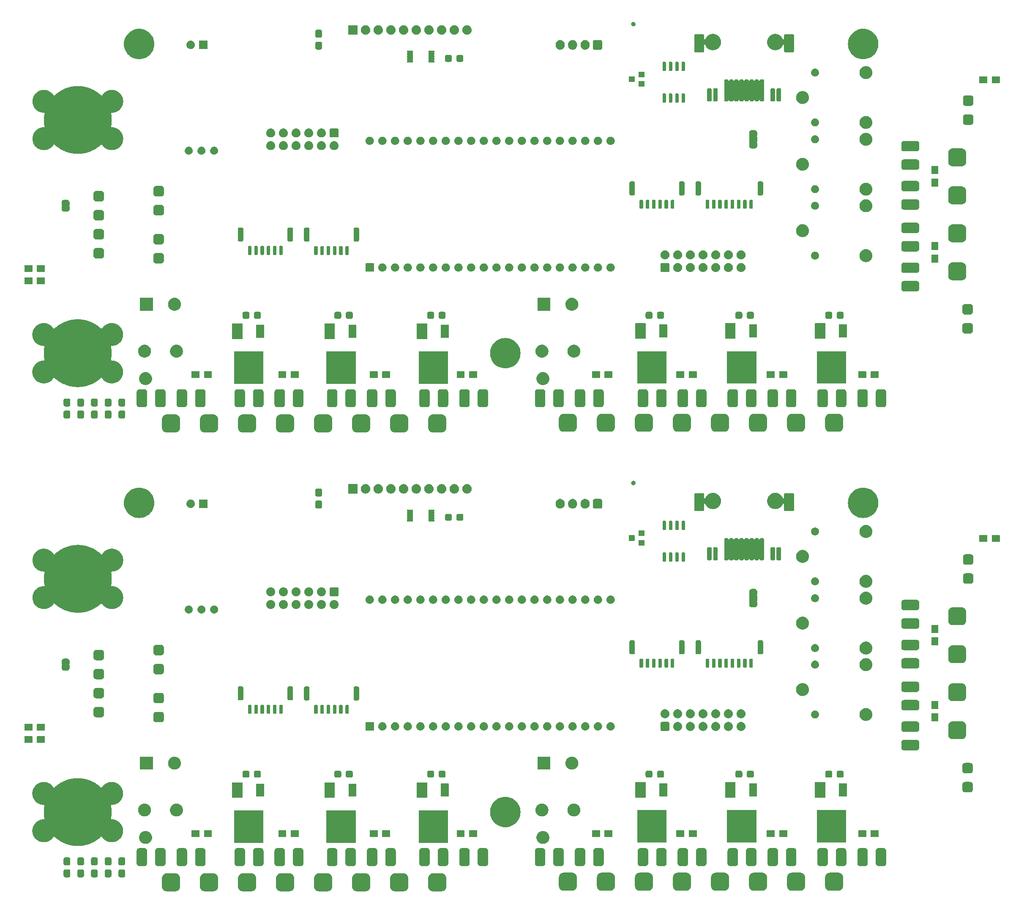
<source format=gbr>
%TF.GenerationSoftware,KiCad,Pcbnew,8.0.7*%
%TF.CreationDate,2025-01-14T19:52:07+09:00*%
%TF.ProjectId,AutoHome-S-Main_V7.0,4175746f-486f-46d6-952d-532d4d61696e,rev?*%
%TF.SameCoordinates,Original*%
%TF.FileFunction,Soldermask,Top*%
%TF.FilePolarity,Negative*%
%FSLAX46Y46*%
G04 Gerber Fmt 4.6, Leading zero omitted, Abs format (unit mm)*
G04 Created by KiCad (PCBNEW 8.0.7) date 2025-01-14 19:52:07*
%MOMM*%
%LPD*%
G01*
G04 APERTURE LIST*
G04 APERTURE END LIST*
G36*
X85879858Y-216425401D02*
G01*
X85900342Y-216430889D01*
X85915533Y-216432386D01*
X85988249Y-216454444D01*
X86066849Y-216475505D01*
X86080343Y-216482380D01*
X86089136Y-216485048D01*
X86161709Y-216523838D01*
X86239336Y-216563391D01*
X86246379Y-216569094D01*
X86249121Y-216570560D01*
X86318372Y-216627393D01*
X86389781Y-216685219D01*
X86447619Y-216756644D01*
X86504439Y-216825878D01*
X86505904Y-216828618D01*
X86511609Y-216835664D01*
X86551170Y-216913308D01*
X86589951Y-216985863D01*
X86592617Y-216994652D01*
X86599495Y-217008151D01*
X86620559Y-217086764D01*
X86642613Y-217159465D01*
X86644108Y-217174652D01*
X86649599Y-217195142D01*
X86661000Y-217340000D01*
X86661000Y-219090000D01*
X86649599Y-219234858D01*
X86644108Y-219255348D01*
X86642613Y-219270533D01*
X86620563Y-219343221D01*
X86599495Y-219421849D01*
X86592616Y-219435348D01*
X86589951Y-219444136D01*
X86551181Y-219516669D01*
X86511609Y-219594336D01*
X86505902Y-219601382D01*
X86504439Y-219604121D01*
X86447680Y-219673280D01*
X86389781Y-219744781D01*
X86318280Y-219802680D01*
X86249121Y-219859439D01*
X86246382Y-219860902D01*
X86239336Y-219866609D01*
X86161669Y-219906181D01*
X86089136Y-219944951D01*
X86080348Y-219947616D01*
X86066849Y-219954495D01*
X85988226Y-219975561D01*
X85915534Y-219997613D01*
X85900348Y-219999108D01*
X85879858Y-220004599D01*
X85735000Y-220016000D01*
X83985000Y-220016000D01*
X83840142Y-220004599D01*
X83819651Y-219999108D01*
X83804466Y-219997613D01*
X83731769Y-219975560D01*
X83653151Y-219954495D01*
X83639652Y-219947617D01*
X83630863Y-219944951D01*
X83558308Y-219906170D01*
X83480664Y-219866609D01*
X83473618Y-219860904D01*
X83470878Y-219859439D01*
X83401644Y-219802619D01*
X83330219Y-219744781D01*
X83272393Y-219673372D01*
X83215560Y-219604121D01*
X83214094Y-219601379D01*
X83208391Y-219594336D01*
X83168838Y-219516709D01*
X83130048Y-219444136D01*
X83127380Y-219435343D01*
X83120505Y-219421849D01*
X83099445Y-219343254D01*
X83077386Y-219270534D01*
X83075889Y-219255342D01*
X83070401Y-219234858D01*
X83059000Y-219090000D01*
X83059000Y-217340000D01*
X83070401Y-217195142D01*
X83075889Y-217174657D01*
X83077386Y-217159466D01*
X83099446Y-217086741D01*
X83120505Y-217008151D01*
X83127380Y-216994657D01*
X83130048Y-216985863D01*
X83168849Y-216913268D01*
X83208391Y-216835664D01*
X83214093Y-216828622D01*
X83215560Y-216825878D01*
X83272454Y-216756552D01*
X83330219Y-216685219D01*
X83401552Y-216627454D01*
X83470878Y-216570560D01*
X83473622Y-216569093D01*
X83480664Y-216563391D01*
X83558268Y-216523849D01*
X83630863Y-216485048D01*
X83639657Y-216482380D01*
X83653151Y-216475505D01*
X83731736Y-216454448D01*
X83804465Y-216432386D01*
X83819658Y-216430889D01*
X83840142Y-216425401D01*
X83985000Y-216414000D01*
X85735000Y-216414000D01*
X85879858Y-216425401D01*
G37*
G36*
X93499858Y-216425401D02*
G01*
X93520342Y-216430889D01*
X93535533Y-216432386D01*
X93608249Y-216454444D01*
X93686849Y-216475505D01*
X93700343Y-216482380D01*
X93709136Y-216485048D01*
X93781709Y-216523838D01*
X93859336Y-216563391D01*
X93866379Y-216569094D01*
X93869121Y-216570560D01*
X93938372Y-216627393D01*
X94009781Y-216685219D01*
X94067619Y-216756644D01*
X94124439Y-216825878D01*
X94125904Y-216828618D01*
X94131609Y-216835664D01*
X94171170Y-216913308D01*
X94209951Y-216985863D01*
X94212617Y-216994652D01*
X94219495Y-217008151D01*
X94240559Y-217086764D01*
X94262613Y-217159465D01*
X94264108Y-217174652D01*
X94269599Y-217195142D01*
X94281000Y-217340000D01*
X94281000Y-219090000D01*
X94269599Y-219234858D01*
X94264108Y-219255348D01*
X94262613Y-219270533D01*
X94240563Y-219343221D01*
X94219495Y-219421849D01*
X94212616Y-219435348D01*
X94209951Y-219444136D01*
X94171181Y-219516669D01*
X94131609Y-219594336D01*
X94125902Y-219601382D01*
X94124439Y-219604121D01*
X94067680Y-219673280D01*
X94009781Y-219744781D01*
X93938280Y-219802680D01*
X93869121Y-219859439D01*
X93866382Y-219860902D01*
X93859336Y-219866609D01*
X93781669Y-219906181D01*
X93709136Y-219944951D01*
X93700348Y-219947616D01*
X93686849Y-219954495D01*
X93608226Y-219975561D01*
X93535534Y-219997613D01*
X93520348Y-219999108D01*
X93499858Y-220004599D01*
X93355000Y-220016000D01*
X91605000Y-220016000D01*
X91460142Y-220004599D01*
X91439651Y-219999108D01*
X91424466Y-219997613D01*
X91351769Y-219975560D01*
X91273151Y-219954495D01*
X91259652Y-219947617D01*
X91250863Y-219944951D01*
X91178308Y-219906170D01*
X91100664Y-219866609D01*
X91093618Y-219860904D01*
X91090878Y-219859439D01*
X91021644Y-219802619D01*
X90950219Y-219744781D01*
X90892393Y-219673372D01*
X90835560Y-219604121D01*
X90834094Y-219601379D01*
X90828391Y-219594336D01*
X90788838Y-219516709D01*
X90750048Y-219444136D01*
X90747380Y-219435343D01*
X90740505Y-219421849D01*
X90719445Y-219343254D01*
X90697386Y-219270534D01*
X90695889Y-219255342D01*
X90690401Y-219234858D01*
X90679000Y-219090000D01*
X90679000Y-217340000D01*
X90690401Y-217195142D01*
X90695889Y-217174657D01*
X90697386Y-217159466D01*
X90719446Y-217086741D01*
X90740505Y-217008151D01*
X90747380Y-216994657D01*
X90750048Y-216985863D01*
X90788849Y-216913268D01*
X90828391Y-216835664D01*
X90834093Y-216828622D01*
X90835560Y-216825878D01*
X90892454Y-216756552D01*
X90950219Y-216685219D01*
X91021552Y-216627454D01*
X91090878Y-216570560D01*
X91093622Y-216569093D01*
X91100664Y-216563391D01*
X91178268Y-216523849D01*
X91250863Y-216485048D01*
X91259657Y-216482380D01*
X91273151Y-216475505D01*
X91351736Y-216454448D01*
X91424465Y-216432386D01*
X91439658Y-216430889D01*
X91460142Y-216425401D01*
X91605000Y-216414000D01*
X93355000Y-216414000D01*
X93499858Y-216425401D01*
G37*
G36*
X101119858Y-216425401D02*
G01*
X101140342Y-216430889D01*
X101155533Y-216432386D01*
X101228249Y-216454444D01*
X101306849Y-216475505D01*
X101320343Y-216482380D01*
X101329136Y-216485048D01*
X101401709Y-216523838D01*
X101479336Y-216563391D01*
X101486379Y-216569094D01*
X101489121Y-216570560D01*
X101558372Y-216627393D01*
X101629781Y-216685219D01*
X101687619Y-216756644D01*
X101744439Y-216825878D01*
X101745904Y-216828618D01*
X101751609Y-216835664D01*
X101791170Y-216913308D01*
X101829951Y-216985863D01*
X101832617Y-216994652D01*
X101839495Y-217008151D01*
X101860559Y-217086764D01*
X101882613Y-217159465D01*
X101884108Y-217174652D01*
X101889599Y-217195142D01*
X101901000Y-217340000D01*
X101901000Y-219090000D01*
X101889599Y-219234858D01*
X101884108Y-219255348D01*
X101882613Y-219270533D01*
X101860563Y-219343221D01*
X101839495Y-219421849D01*
X101832616Y-219435348D01*
X101829951Y-219444136D01*
X101791181Y-219516669D01*
X101751609Y-219594336D01*
X101745902Y-219601382D01*
X101744439Y-219604121D01*
X101687680Y-219673280D01*
X101629781Y-219744781D01*
X101558280Y-219802680D01*
X101489121Y-219859439D01*
X101486382Y-219860902D01*
X101479336Y-219866609D01*
X101401669Y-219906181D01*
X101329136Y-219944951D01*
X101320348Y-219947616D01*
X101306849Y-219954495D01*
X101228226Y-219975561D01*
X101155534Y-219997613D01*
X101140348Y-219999108D01*
X101119858Y-220004599D01*
X100975000Y-220016000D01*
X99225000Y-220016000D01*
X99080142Y-220004599D01*
X99059651Y-219999108D01*
X99044466Y-219997613D01*
X98971769Y-219975560D01*
X98893151Y-219954495D01*
X98879652Y-219947617D01*
X98870863Y-219944951D01*
X98798308Y-219906170D01*
X98720664Y-219866609D01*
X98713618Y-219860904D01*
X98710878Y-219859439D01*
X98641644Y-219802619D01*
X98570219Y-219744781D01*
X98512393Y-219673372D01*
X98455560Y-219604121D01*
X98454094Y-219601379D01*
X98448391Y-219594336D01*
X98408838Y-219516709D01*
X98370048Y-219444136D01*
X98367380Y-219435343D01*
X98360505Y-219421849D01*
X98339445Y-219343254D01*
X98317386Y-219270534D01*
X98315889Y-219255342D01*
X98310401Y-219234858D01*
X98299000Y-219090000D01*
X98299000Y-217340000D01*
X98310401Y-217195142D01*
X98315889Y-217174657D01*
X98317386Y-217159466D01*
X98339446Y-217086741D01*
X98360505Y-217008151D01*
X98367380Y-216994657D01*
X98370048Y-216985863D01*
X98408849Y-216913268D01*
X98448391Y-216835664D01*
X98454093Y-216828622D01*
X98455560Y-216825878D01*
X98512454Y-216756552D01*
X98570219Y-216685219D01*
X98641552Y-216627454D01*
X98710878Y-216570560D01*
X98713622Y-216569093D01*
X98720664Y-216563391D01*
X98798268Y-216523849D01*
X98870863Y-216485048D01*
X98879657Y-216482380D01*
X98893151Y-216475505D01*
X98971736Y-216454448D01*
X99044465Y-216432386D01*
X99059658Y-216430889D01*
X99080142Y-216425401D01*
X99225000Y-216414000D01*
X100975000Y-216414000D01*
X101119858Y-216425401D01*
G37*
G36*
X108739858Y-216425401D02*
G01*
X108760342Y-216430889D01*
X108775533Y-216432386D01*
X108848249Y-216454444D01*
X108926849Y-216475505D01*
X108940343Y-216482380D01*
X108949136Y-216485048D01*
X109021709Y-216523838D01*
X109099336Y-216563391D01*
X109106379Y-216569094D01*
X109109121Y-216570560D01*
X109178372Y-216627393D01*
X109249781Y-216685219D01*
X109307619Y-216756644D01*
X109364439Y-216825878D01*
X109365904Y-216828618D01*
X109371609Y-216835664D01*
X109411170Y-216913308D01*
X109449951Y-216985863D01*
X109452617Y-216994652D01*
X109459495Y-217008151D01*
X109480559Y-217086764D01*
X109502613Y-217159465D01*
X109504108Y-217174652D01*
X109509599Y-217195142D01*
X109521000Y-217340000D01*
X109521000Y-219090000D01*
X109509599Y-219234858D01*
X109504108Y-219255348D01*
X109502613Y-219270533D01*
X109480563Y-219343221D01*
X109459495Y-219421849D01*
X109452616Y-219435348D01*
X109449951Y-219444136D01*
X109411181Y-219516669D01*
X109371609Y-219594336D01*
X109365902Y-219601382D01*
X109364439Y-219604121D01*
X109307680Y-219673280D01*
X109249781Y-219744781D01*
X109178280Y-219802680D01*
X109109121Y-219859439D01*
X109106382Y-219860902D01*
X109099336Y-219866609D01*
X109021669Y-219906181D01*
X108949136Y-219944951D01*
X108940348Y-219947616D01*
X108926849Y-219954495D01*
X108848226Y-219975561D01*
X108775534Y-219997613D01*
X108760348Y-219999108D01*
X108739858Y-220004599D01*
X108595000Y-220016000D01*
X106845000Y-220016000D01*
X106700142Y-220004599D01*
X106679651Y-219999108D01*
X106664466Y-219997613D01*
X106591769Y-219975560D01*
X106513151Y-219954495D01*
X106499652Y-219947617D01*
X106490863Y-219944951D01*
X106418308Y-219906170D01*
X106340664Y-219866609D01*
X106333618Y-219860904D01*
X106330878Y-219859439D01*
X106261644Y-219802619D01*
X106190219Y-219744781D01*
X106132393Y-219673372D01*
X106075560Y-219604121D01*
X106074094Y-219601379D01*
X106068391Y-219594336D01*
X106028838Y-219516709D01*
X105990048Y-219444136D01*
X105987380Y-219435343D01*
X105980505Y-219421849D01*
X105959445Y-219343254D01*
X105937386Y-219270534D01*
X105935889Y-219255342D01*
X105930401Y-219234858D01*
X105919000Y-219090000D01*
X105919000Y-217340000D01*
X105930401Y-217195142D01*
X105935889Y-217174657D01*
X105937386Y-217159466D01*
X105959446Y-217086741D01*
X105980505Y-217008151D01*
X105987380Y-216994657D01*
X105990048Y-216985863D01*
X106028849Y-216913268D01*
X106068391Y-216835664D01*
X106074093Y-216828622D01*
X106075560Y-216825878D01*
X106132454Y-216756552D01*
X106190219Y-216685219D01*
X106261552Y-216627454D01*
X106330878Y-216570560D01*
X106333622Y-216569093D01*
X106340664Y-216563391D01*
X106418268Y-216523849D01*
X106490863Y-216485048D01*
X106499657Y-216482380D01*
X106513151Y-216475505D01*
X106591736Y-216454448D01*
X106664465Y-216432386D01*
X106679658Y-216430889D01*
X106700142Y-216425401D01*
X106845000Y-216414000D01*
X108595000Y-216414000D01*
X108739858Y-216425401D01*
G37*
G36*
X116359858Y-216425401D02*
G01*
X116380342Y-216430889D01*
X116395533Y-216432386D01*
X116468249Y-216454444D01*
X116546849Y-216475505D01*
X116560343Y-216482380D01*
X116569136Y-216485048D01*
X116641709Y-216523838D01*
X116719336Y-216563391D01*
X116726379Y-216569094D01*
X116729121Y-216570560D01*
X116798372Y-216627393D01*
X116869781Y-216685219D01*
X116927619Y-216756644D01*
X116984439Y-216825878D01*
X116985904Y-216828618D01*
X116991609Y-216835664D01*
X117031170Y-216913308D01*
X117069951Y-216985863D01*
X117072617Y-216994652D01*
X117079495Y-217008151D01*
X117100559Y-217086764D01*
X117122613Y-217159465D01*
X117124108Y-217174652D01*
X117129599Y-217195142D01*
X117141000Y-217340000D01*
X117141000Y-219090000D01*
X117129599Y-219234858D01*
X117124108Y-219255348D01*
X117122613Y-219270533D01*
X117100563Y-219343221D01*
X117079495Y-219421849D01*
X117072616Y-219435348D01*
X117069951Y-219444136D01*
X117031181Y-219516669D01*
X116991609Y-219594336D01*
X116985902Y-219601382D01*
X116984439Y-219604121D01*
X116927680Y-219673280D01*
X116869781Y-219744781D01*
X116798280Y-219802680D01*
X116729121Y-219859439D01*
X116726382Y-219860902D01*
X116719336Y-219866609D01*
X116641669Y-219906181D01*
X116569136Y-219944951D01*
X116560348Y-219947616D01*
X116546849Y-219954495D01*
X116468226Y-219975561D01*
X116395534Y-219997613D01*
X116380348Y-219999108D01*
X116359858Y-220004599D01*
X116215000Y-220016000D01*
X114465000Y-220016000D01*
X114320142Y-220004599D01*
X114299651Y-219999108D01*
X114284466Y-219997613D01*
X114211769Y-219975560D01*
X114133151Y-219954495D01*
X114119652Y-219947617D01*
X114110863Y-219944951D01*
X114038308Y-219906170D01*
X113960664Y-219866609D01*
X113953618Y-219860904D01*
X113950878Y-219859439D01*
X113881644Y-219802619D01*
X113810219Y-219744781D01*
X113752393Y-219673372D01*
X113695560Y-219604121D01*
X113694094Y-219601379D01*
X113688391Y-219594336D01*
X113648838Y-219516709D01*
X113610048Y-219444136D01*
X113607380Y-219435343D01*
X113600505Y-219421849D01*
X113579445Y-219343254D01*
X113557386Y-219270534D01*
X113555889Y-219255342D01*
X113550401Y-219234858D01*
X113539000Y-219090000D01*
X113539000Y-217340000D01*
X113550401Y-217195142D01*
X113555889Y-217174657D01*
X113557386Y-217159466D01*
X113579446Y-217086741D01*
X113600505Y-217008151D01*
X113607380Y-216994657D01*
X113610048Y-216985863D01*
X113648849Y-216913268D01*
X113688391Y-216835664D01*
X113694093Y-216828622D01*
X113695560Y-216825878D01*
X113752454Y-216756552D01*
X113810219Y-216685219D01*
X113881552Y-216627454D01*
X113950878Y-216570560D01*
X113953622Y-216569093D01*
X113960664Y-216563391D01*
X114038268Y-216523849D01*
X114110863Y-216485048D01*
X114119657Y-216482380D01*
X114133151Y-216475505D01*
X114211736Y-216454448D01*
X114284465Y-216432386D01*
X114299658Y-216430889D01*
X114320142Y-216425401D01*
X114465000Y-216414000D01*
X116215000Y-216414000D01*
X116359858Y-216425401D01*
G37*
G36*
X123979858Y-216425401D02*
G01*
X124000342Y-216430889D01*
X124015533Y-216432386D01*
X124088249Y-216454444D01*
X124166849Y-216475505D01*
X124180343Y-216482380D01*
X124189136Y-216485048D01*
X124261709Y-216523838D01*
X124339336Y-216563391D01*
X124346379Y-216569094D01*
X124349121Y-216570560D01*
X124418372Y-216627393D01*
X124489781Y-216685219D01*
X124547619Y-216756644D01*
X124604439Y-216825878D01*
X124605904Y-216828618D01*
X124611609Y-216835664D01*
X124651170Y-216913308D01*
X124689951Y-216985863D01*
X124692617Y-216994652D01*
X124699495Y-217008151D01*
X124720559Y-217086764D01*
X124742613Y-217159465D01*
X124744108Y-217174652D01*
X124749599Y-217195142D01*
X124761000Y-217340000D01*
X124761000Y-219090000D01*
X124749599Y-219234858D01*
X124744108Y-219255348D01*
X124742613Y-219270533D01*
X124720563Y-219343221D01*
X124699495Y-219421849D01*
X124692616Y-219435348D01*
X124689951Y-219444136D01*
X124651181Y-219516669D01*
X124611609Y-219594336D01*
X124605902Y-219601382D01*
X124604439Y-219604121D01*
X124547680Y-219673280D01*
X124489781Y-219744781D01*
X124418280Y-219802680D01*
X124349121Y-219859439D01*
X124346382Y-219860902D01*
X124339336Y-219866609D01*
X124261669Y-219906181D01*
X124189136Y-219944951D01*
X124180348Y-219947616D01*
X124166849Y-219954495D01*
X124088226Y-219975561D01*
X124015534Y-219997613D01*
X124000348Y-219999108D01*
X123979858Y-220004599D01*
X123835000Y-220016000D01*
X122085000Y-220016000D01*
X121940142Y-220004599D01*
X121919651Y-219999108D01*
X121904466Y-219997613D01*
X121831769Y-219975560D01*
X121753151Y-219954495D01*
X121739652Y-219947617D01*
X121730863Y-219944951D01*
X121658308Y-219906170D01*
X121580664Y-219866609D01*
X121573618Y-219860904D01*
X121570878Y-219859439D01*
X121501644Y-219802619D01*
X121430219Y-219744781D01*
X121372393Y-219673372D01*
X121315560Y-219604121D01*
X121314094Y-219601379D01*
X121308391Y-219594336D01*
X121268838Y-219516709D01*
X121230048Y-219444136D01*
X121227380Y-219435343D01*
X121220505Y-219421849D01*
X121199445Y-219343254D01*
X121177386Y-219270534D01*
X121175889Y-219255342D01*
X121170401Y-219234858D01*
X121159000Y-219090000D01*
X121159000Y-217340000D01*
X121170401Y-217195142D01*
X121175889Y-217174657D01*
X121177386Y-217159466D01*
X121199446Y-217086741D01*
X121220505Y-217008151D01*
X121227380Y-216994657D01*
X121230048Y-216985863D01*
X121268849Y-216913268D01*
X121308391Y-216835664D01*
X121314093Y-216828622D01*
X121315560Y-216825878D01*
X121372454Y-216756552D01*
X121430219Y-216685219D01*
X121501552Y-216627454D01*
X121570878Y-216570560D01*
X121573622Y-216569093D01*
X121580664Y-216563391D01*
X121658268Y-216523849D01*
X121730863Y-216485048D01*
X121739657Y-216482380D01*
X121753151Y-216475505D01*
X121831736Y-216454448D01*
X121904465Y-216432386D01*
X121919658Y-216430889D01*
X121940142Y-216425401D01*
X122085000Y-216414000D01*
X123835000Y-216414000D01*
X123979858Y-216425401D01*
G37*
G36*
X131599858Y-216425401D02*
G01*
X131620342Y-216430889D01*
X131635533Y-216432386D01*
X131708249Y-216454444D01*
X131786849Y-216475505D01*
X131800343Y-216482380D01*
X131809136Y-216485048D01*
X131881709Y-216523838D01*
X131959336Y-216563391D01*
X131966379Y-216569094D01*
X131969121Y-216570560D01*
X132038372Y-216627393D01*
X132109781Y-216685219D01*
X132167619Y-216756644D01*
X132224439Y-216825878D01*
X132225904Y-216828618D01*
X132231609Y-216835664D01*
X132271170Y-216913308D01*
X132309951Y-216985863D01*
X132312617Y-216994652D01*
X132319495Y-217008151D01*
X132340559Y-217086764D01*
X132362613Y-217159465D01*
X132364108Y-217174652D01*
X132369599Y-217195142D01*
X132381000Y-217340000D01*
X132381000Y-219090000D01*
X132369599Y-219234858D01*
X132364108Y-219255348D01*
X132362613Y-219270533D01*
X132340563Y-219343221D01*
X132319495Y-219421849D01*
X132312616Y-219435348D01*
X132309951Y-219444136D01*
X132271181Y-219516669D01*
X132231609Y-219594336D01*
X132225902Y-219601382D01*
X132224439Y-219604121D01*
X132167680Y-219673280D01*
X132109781Y-219744781D01*
X132038280Y-219802680D01*
X131969121Y-219859439D01*
X131966382Y-219860902D01*
X131959336Y-219866609D01*
X131881669Y-219906181D01*
X131809136Y-219944951D01*
X131800348Y-219947616D01*
X131786849Y-219954495D01*
X131708226Y-219975561D01*
X131635534Y-219997613D01*
X131620348Y-219999108D01*
X131599858Y-220004599D01*
X131455000Y-220016000D01*
X129705000Y-220016000D01*
X129560142Y-220004599D01*
X129539651Y-219999108D01*
X129524466Y-219997613D01*
X129451769Y-219975560D01*
X129373151Y-219954495D01*
X129359652Y-219947617D01*
X129350863Y-219944951D01*
X129278308Y-219906170D01*
X129200664Y-219866609D01*
X129193618Y-219860904D01*
X129190878Y-219859439D01*
X129121644Y-219802619D01*
X129050219Y-219744781D01*
X128992393Y-219673372D01*
X128935560Y-219604121D01*
X128934094Y-219601379D01*
X128928391Y-219594336D01*
X128888838Y-219516709D01*
X128850048Y-219444136D01*
X128847380Y-219435343D01*
X128840505Y-219421849D01*
X128819445Y-219343254D01*
X128797386Y-219270534D01*
X128795889Y-219255342D01*
X128790401Y-219234858D01*
X128779000Y-219090000D01*
X128779000Y-217340000D01*
X128790401Y-217195142D01*
X128795889Y-217174657D01*
X128797386Y-217159466D01*
X128819446Y-217086741D01*
X128840505Y-217008151D01*
X128847380Y-216994657D01*
X128850048Y-216985863D01*
X128888849Y-216913268D01*
X128928391Y-216835664D01*
X128934093Y-216828622D01*
X128935560Y-216825878D01*
X128992454Y-216756552D01*
X129050219Y-216685219D01*
X129121552Y-216627454D01*
X129190878Y-216570560D01*
X129193622Y-216569093D01*
X129200664Y-216563391D01*
X129278268Y-216523849D01*
X129350863Y-216485048D01*
X129359657Y-216482380D01*
X129373151Y-216475505D01*
X129451736Y-216454448D01*
X129524465Y-216432386D01*
X129539658Y-216430889D01*
X129560142Y-216425401D01*
X129705000Y-216414000D01*
X131455000Y-216414000D01*
X131599858Y-216425401D01*
G37*
G36*
X139219858Y-216425401D02*
G01*
X139240342Y-216430889D01*
X139255533Y-216432386D01*
X139328249Y-216454444D01*
X139406849Y-216475505D01*
X139420343Y-216482380D01*
X139429136Y-216485048D01*
X139501709Y-216523838D01*
X139579336Y-216563391D01*
X139586379Y-216569094D01*
X139589121Y-216570560D01*
X139658372Y-216627393D01*
X139729781Y-216685219D01*
X139787619Y-216756644D01*
X139844439Y-216825878D01*
X139845904Y-216828618D01*
X139851609Y-216835664D01*
X139891170Y-216913308D01*
X139929951Y-216985863D01*
X139932617Y-216994652D01*
X139939495Y-217008151D01*
X139960559Y-217086764D01*
X139982613Y-217159465D01*
X139984108Y-217174652D01*
X139989599Y-217195142D01*
X140001000Y-217340000D01*
X140001000Y-219090000D01*
X139989599Y-219234858D01*
X139984108Y-219255348D01*
X139982613Y-219270533D01*
X139960563Y-219343221D01*
X139939495Y-219421849D01*
X139932616Y-219435348D01*
X139929951Y-219444136D01*
X139891181Y-219516669D01*
X139851609Y-219594336D01*
X139845902Y-219601382D01*
X139844439Y-219604121D01*
X139787680Y-219673280D01*
X139729781Y-219744781D01*
X139658280Y-219802680D01*
X139589121Y-219859439D01*
X139586382Y-219860902D01*
X139579336Y-219866609D01*
X139501669Y-219906181D01*
X139429136Y-219944951D01*
X139420348Y-219947616D01*
X139406849Y-219954495D01*
X139328226Y-219975561D01*
X139255534Y-219997613D01*
X139240348Y-219999108D01*
X139219858Y-220004599D01*
X139075000Y-220016000D01*
X137325000Y-220016000D01*
X137180142Y-220004599D01*
X137159651Y-219999108D01*
X137144466Y-219997613D01*
X137071769Y-219975560D01*
X136993151Y-219954495D01*
X136979652Y-219947617D01*
X136970863Y-219944951D01*
X136898308Y-219906170D01*
X136820664Y-219866609D01*
X136813618Y-219860904D01*
X136810878Y-219859439D01*
X136741644Y-219802619D01*
X136670219Y-219744781D01*
X136612393Y-219673372D01*
X136555560Y-219604121D01*
X136554094Y-219601379D01*
X136548391Y-219594336D01*
X136508838Y-219516709D01*
X136470048Y-219444136D01*
X136467380Y-219435343D01*
X136460505Y-219421849D01*
X136439445Y-219343254D01*
X136417386Y-219270534D01*
X136415889Y-219255342D01*
X136410401Y-219234858D01*
X136399000Y-219090000D01*
X136399000Y-217340000D01*
X136410401Y-217195142D01*
X136415889Y-217174657D01*
X136417386Y-217159466D01*
X136439446Y-217086741D01*
X136460505Y-217008151D01*
X136467380Y-216994657D01*
X136470048Y-216985863D01*
X136508849Y-216913268D01*
X136548391Y-216835664D01*
X136554093Y-216828622D01*
X136555560Y-216825878D01*
X136612454Y-216756552D01*
X136670219Y-216685219D01*
X136741552Y-216627454D01*
X136810878Y-216570560D01*
X136813622Y-216569093D01*
X136820664Y-216563391D01*
X136898268Y-216523849D01*
X136970863Y-216485048D01*
X136979657Y-216482380D01*
X136993151Y-216475505D01*
X137071736Y-216454448D01*
X137144465Y-216432386D01*
X137159658Y-216430889D01*
X137180142Y-216425401D01*
X137325000Y-216414000D01*
X139075000Y-216414000D01*
X139219858Y-216425401D01*
G37*
G36*
X165384858Y-216295401D02*
G01*
X165405342Y-216300889D01*
X165420533Y-216302386D01*
X165493249Y-216324444D01*
X165571849Y-216345505D01*
X165585343Y-216352380D01*
X165594136Y-216355048D01*
X165666709Y-216393838D01*
X165744336Y-216433391D01*
X165751379Y-216439094D01*
X165754121Y-216440560D01*
X165823372Y-216497393D01*
X165894781Y-216555219D01*
X165952619Y-216626644D01*
X166009439Y-216695878D01*
X166010904Y-216698618D01*
X166016609Y-216705664D01*
X166056170Y-216783308D01*
X166094951Y-216855863D01*
X166097617Y-216864652D01*
X166104495Y-216878151D01*
X166125559Y-216956764D01*
X166147613Y-217029465D01*
X166149108Y-217044652D01*
X166154599Y-217065142D01*
X166166000Y-217210000D01*
X166166000Y-218960000D01*
X166154599Y-219104858D01*
X166149108Y-219125348D01*
X166147613Y-219140533D01*
X166125563Y-219213221D01*
X166104495Y-219291849D01*
X166097616Y-219305348D01*
X166094951Y-219314136D01*
X166056181Y-219386669D01*
X166016609Y-219464336D01*
X166010902Y-219471382D01*
X166009439Y-219474121D01*
X165952680Y-219543280D01*
X165894781Y-219614781D01*
X165823280Y-219672680D01*
X165754121Y-219729439D01*
X165751382Y-219730902D01*
X165744336Y-219736609D01*
X165666669Y-219776181D01*
X165594136Y-219814951D01*
X165585348Y-219817616D01*
X165571849Y-219824495D01*
X165493226Y-219845561D01*
X165420534Y-219867613D01*
X165405348Y-219869108D01*
X165384858Y-219874599D01*
X165240000Y-219886000D01*
X163490000Y-219886000D01*
X163345142Y-219874599D01*
X163324651Y-219869108D01*
X163309466Y-219867613D01*
X163236769Y-219845560D01*
X163158151Y-219824495D01*
X163144652Y-219817617D01*
X163135863Y-219814951D01*
X163063308Y-219776170D01*
X162985664Y-219736609D01*
X162978618Y-219730904D01*
X162975878Y-219729439D01*
X162906644Y-219672619D01*
X162835219Y-219614781D01*
X162777393Y-219543372D01*
X162720560Y-219474121D01*
X162719094Y-219471379D01*
X162713391Y-219464336D01*
X162673838Y-219386709D01*
X162635048Y-219314136D01*
X162632380Y-219305343D01*
X162625505Y-219291849D01*
X162604445Y-219213254D01*
X162582386Y-219140534D01*
X162580889Y-219125342D01*
X162575401Y-219104858D01*
X162564000Y-218960000D01*
X162564000Y-217210000D01*
X162575401Y-217065142D01*
X162580889Y-217044657D01*
X162582386Y-217029466D01*
X162604446Y-216956741D01*
X162625505Y-216878151D01*
X162632380Y-216864657D01*
X162635048Y-216855863D01*
X162673849Y-216783268D01*
X162713391Y-216705664D01*
X162719093Y-216698622D01*
X162720560Y-216695878D01*
X162777454Y-216626552D01*
X162835219Y-216555219D01*
X162906552Y-216497454D01*
X162975878Y-216440560D01*
X162978622Y-216439093D01*
X162985664Y-216433391D01*
X163063268Y-216393849D01*
X163135863Y-216355048D01*
X163144657Y-216352380D01*
X163158151Y-216345505D01*
X163236736Y-216324448D01*
X163309465Y-216302386D01*
X163324658Y-216300889D01*
X163345142Y-216295401D01*
X163490000Y-216284000D01*
X165240000Y-216284000D01*
X165384858Y-216295401D01*
G37*
G36*
X173004858Y-216295401D02*
G01*
X173025342Y-216300889D01*
X173040533Y-216302386D01*
X173113249Y-216324444D01*
X173191849Y-216345505D01*
X173205343Y-216352380D01*
X173214136Y-216355048D01*
X173286709Y-216393838D01*
X173364336Y-216433391D01*
X173371379Y-216439094D01*
X173374121Y-216440560D01*
X173443372Y-216497393D01*
X173514781Y-216555219D01*
X173572619Y-216626644D01*
X173629439Y-216695878D01*
X173630904Y-216698618D01*
X173636609Y-216705664D01*
X173676170Y-216783308D01*
X173714951Y-216855863D01*
X173717617Y-216864652D01*
X173724495Y-216878151D01*
X173745559Y-216956764D01*
X173767613Y-217029465D01*
X173769108Y-217044652D01*
X173774599Y-217065142D01*
X173786000Y-217210000D01*
X173786000Y-218960000D01*
X173774599Y-219104858D01*
X173769108Y-219125348D01*
X173767613Y-219140533D01*
X173745563Y-219213221D01*
X173724495Y-219291849D01*
X173717616Y-219305348D01*
X173714951Y-219314136D01*
X173676181Y-219386669D01*
X173636609Y-219464336D01*
X173630902Y-219471382D01*
X173629439Y-219474121D01*
X173572680Y-219543280D01*
X173514781Y-219614781D01*
X173443280Y-219672680D01*
X173374121Y-219729439D01*
X173371382Y-219730902D01*
X173364336Y-219736609D01*
X173286669Y-219776181D01*
X173214136Y-219814951D01*
X173205348Y-219817616D01*
X173191849Y-219824495D01*
X173113226Y-219845561D01*
X173040534Y-219867613D01*
X173025348Y-219869108D01*
X173004858Y-219874599D01*
X172860000Y-219886000D01*
X171110000Y-219886000D01*
X170965142Y-219874599D01*
X170944651Y-219869108D01*
X170929466Y-219867613D01*
X170856769Y-219845560D01*
X170778151Y-219824495D01*
X170764652Y-219817617D01*
X170755863Y-219814951D01*
X170683308Y-219776170D01*
X170605664Y-219736609D01*
X170598618Y-219730904D01*
X170595878Y-219729439D01*
X170526644Y-219672619D01*
X170455219Y-219614781D01*
X170397393Y-219543372D01*
X170340560Y-219474121D01*
X170339094Y-219471379D01*
X170333391Y-219464336D01*
X170293838Y-219386709D01*
X170255048Y-219314136D01*
X170252380Y-219305343D01*
X170245505Y-219291849D01*
X170224445Y-219213254D01*
X170202386Y-219140534D01*
X170200889Y-219125342D01*
X170195401Y-219104858D01*
X170184000Y-218960000D01*
X170184000Y-217210000D01*
X170195401Y-217065142D01*
X170200889Y-217044657D01*
X170202386Y-217029466D01*
X170224446Y-216956741D01*
X170245505Y-216878151D01*
X170252380Y-216864657D01*
X170255048Y-216855863D01*
X170293849Y-216783268D01*
X170333391Y-216705664D01*
X170339093Y-216698622D01*
X170340560Y-216695878D01*
X170397454Y-216626552D01*
X170455219Y-216555219D01*
X170526552Y-216497454D01*
X170595878Y-216440560D01*
X170598622Y-216439093D01*
X170605664Y-216433391D01*
X170683268Y-216393849D01*
X170755863Y-216355048D01*
X170764657Y-216352380D01*
X170778151Y-216345505D01*
X170856736Y-216324448D01*
X170929465Y-216302386D01*
X170944658Y-216300889D01*
X170965142Y-216295401D01*
X171110000Y-216284000D01*
X172860000Y-216284000D01*
X173004858Y-216295401D01*
G37*
G36*
X180624858Y-216295401D02*
G01*
X180645342Y-216300889D01*
X180660533Y-216302386D01*
X180733249Y-216324444D01*
X180811849Y-216345505D01*
X180825343Y-216352380D01*
X180834136Y-216355048D01*
X180906709Y-216393838D01*
X180984336Y-216433391D01*
X180991379Y-216439094D01*
X180994121Y-216440560D01*
X181063372Y-216497393D01*
X181134781Y-216555219D01*
X181192619Y-216626644D01*
X181249439Y-216695878D01*
X181250904Y-216698618D01*
X181256609Y-216705664D01*
X181296170Y-216783308D01*
X181334951Y-216855863D01*
X181337617Y-216864652D01*
X181344495Y-216878151D01*
X181365559Y-216956764D01*
X181387613Y-217029465D01*
X181389108Y-217044652D01*
X181394599Y-217065142D01*
X181406000Y-217210000D01*
X181406000Y-218960000D01*
X181394599Y-219104858D01*
X181389108Y-219125348D01*
X181387613Y-219140533D01*
X181365563Y-219213221D01*
X181344495Y-219291849D01*
X181337616Y-219305348D01*
X181334951Y-219314136D01*
X181296181Y-219386669D01*
X181256609Y-219464336D01*
X181250902Y-219471382D01*
X181249439Y-219474121D01*
X181192680Y-219543280D01*
X181134781Y-219614781D01*
X181063280Y-219672680D01*
X180994121Y-219729439D01*
X180991382Y-219730902D01*
X180984336Y-219736609D01*
X180906669Y-219776181D01*
X180834136Y-219814951D01*
X180825348Y-219817616D01*
X180811849Y-219824495D01*
X180733226Y-219845561D01*
X180660534Y-219867613D01*
X180645348Y-219869108D01*
X180624858Y-219874599D01*
X180480000Y-219886000D01*
X178730000Y-219886000D01*
X178585142Y-219874599D01*
X178564651Y-219869108D01*
X178549466Y-219867613D01*
X178476769Y-219845560D01*
X178398151Y-219824495D01*
X178384652Y-219817617D01*
X178375863Y-219814951D01*
X178303308Y-219776170D01*
X178225664Y-219736609D01*
X178218618Y-219730904D01*
X178215878Y-219729439D01*
X178146644Y-219672619D01*
X178075219Y-219614781D01*
X178017393Y-219543372D01*
X177960560Y-219474121D01*
X177959094Y-219471379D01*
X177953391Y-219464336D01*
X177913838Y-219386709D01*
X177875048Y-219314136D01*
X177872380Y-219305343D01*
X177865505Y-219291849D01*
X177844445Y-219213254D01*
X177822386Y-219140534D01*
X177820889Y-219125342D01*
X177815401Y-219104858D01*
X177804000Y-218960000D01*
X177804000Y-217210000D01*
X177815401Y-217065142D01*
X177820889Y-217044657D01*
X177822386Y-217029466D01*
X177844446Y-216956741D01*
X177865505Y-216878151D01*
X177872380Y-216864657D01*
X177875048Y-216855863D01*
X177913849Y-216783268D01*
X177953391Y-216705664D01*
X177959093Y-216698622D01*
X177960560Y-216695878D01*
X178017454Y-216626552D01*
X178075219Y-216555219D01*
X178146552Y-216497454D01*
X178215878Y-216440560D01*
X178218622Y-216439093D01*
X178225664Y-216433391D01*
X178303268Y-216393849D01*
X178375863Y-216355048D01*
X178384657Y-216352380D01*
X178398151Y-216345505D01*
X178476736Y-216324448D01*
X178549465Y-216302386D01*
X178564658Y-216300889D01*
X178585142Y-216295401D01*
X178730000Y-216284000D01*
X180480000Y-216284000D01*
X180624858Y-216295401D01*
G37*
G36*
X188244858Y-216295401D02*
G01*
X188265342Y-216300889D01*
X188280533Y-216302386D01*
X188353249Y-216324444D01*
X188431849Y-216345505D01*
X188445343Y-216352380D01*
X188454136Y-216355048D01*
X188526709Y-216393838D01*
X188604336Y-216433391D01*
X188611379Y-216439094D01*
X188614121Y-216440560D01*
X188683372Y-216497393D01*
X188754781Y-216555219D01*
X188812619Y-216626644D01*
X188869439Y-216695878D01*
X188870904Y-216698618D01*
X188876609Y-216705664D01*
X188916170Y-216783308D01*
X188954951Y-216855863D01*
X188957617Y-216864652D01*
X188964495Y-216878151D01*
X188985559Y-216956764D01*
X189007613Y-217029465D01*
X189009108Y-217044652D01*
X189014599Y-217065142D01*
X189026000Y-217210000D01*
X189026000Y-218960000D01*
X189014599Y-219104858D01*
X189009108Y-219125348D01*
X189007613Y-219140533D01*
X188985563Y-219213221D01*
X188964495Y-219291849D01*
X188957616Y-219305348D01*
X188954951Y-219314136D01*
X188916181Y-219386669D01*
X188876609Y-219464336D01*
X188870902Y-219471382D01*
X188869439Y-219474121D01*
X188812680Y-219543280D01*
X188754781Y-219614781D01*
X188683280Y-219672680D01*
X188614121Y-219729439D01*
X188611382Y-219730902D01*
X188604336Y-219736609D01*
X188526669Y-219776181D01*
X188454136Y-219814951D01*
X188445348Y-219817616D01*
X188431849Y-219824495D01*
X188353226Y-219845561D01*
X188280534Y-219867613D01*
X188265348Y-219869108D01*
X188244858Y-219874599D01*
X188100000Y-219886000D01*
X186350000Y-219886000D01*
X186205142Y-219874599D01*
X186184651Y-219869108D01*
X186169466Y-219867613D01*
X186096769Y-219845560D01*
X186018151Y-219824495D01*
X186004652Y-219817617D01*
X185995863Y-219814951D01*
X185923308Y-219776170D01*
X185845664Y-219736609D01*
X185838618Y-219730904D01*
X185835878Y-219729439D01*
X185766644Y-219672619D01*
X185695219Y-219614781D01*
X185637393Y-219543372D01*
X185580560Y-219474121D01*
X185579094Y-219471379D01*
X185573391Y-219464336D01*
X185533838Y-219386709D01*
X185495048Y-219314136D01*
X185492380Y-219305343D01*
X185485505Y-219291849D01*
X185464445Y-219213254D01*
X185442386Y-219140534D01*
X185440889Y-219125342D01*
X185435401Y-219104858D01*
X185424000Y-218960000D01*
X185424000Y-217210000D01*
X185435401Y-217065142D01*
X185440889Y-217044657D01*
X185442386Y-217029466D01*
X185464446Y-216956741D01*
X185485505Y-216878151D01*
X185492380Y-216864657D01*
X185495048Y-216855863D01*
X185533849Y-216783268D01*
X185573391Y-216705664D01*
X185579093Y-216698622D01*
X185580560Y-216695878D01*
X185637454Y-216626552D01*
X185695219Y-216555219D01*
X185766552Y-216497454D01*
X185835878Y-216440560D01*
X185838622Y-216439093D01*
X185845664Y-216433391D01*
X185923268Y-216393849D01*
X185995863Y-216355048D01*
X186004657Y-216352380D01*
X186018151Y-216345505D01*
X186096736Y-216324448D01*
X186169465Y-216302386D01*
X186184658Y-216300889D01*
X186205142Y-216295401D01*
X186350000Y-216284000D01*
X188100000Y-216284000D01*
X188244858Y-216295401D01*
G37*
G36*
X195864858Y-216295401D02*
G01*
X195885342Y-216300889D01*
X195900533Y-216302386D01*
X195973249Y-216324444D01*
X196051849Y-216345505D01*
X196065343Y-216352380D01*
X196074136Y-216355048D01*
X196146709Y-216393838D01*
X196224336Y-216433391D01*
X196231379Y-216439094D01*
X196234121Y-216440560D01*
X196303372Y-216497393D01*
X196374781Y-216555219D01*
X196432619Y-216626644D01*
X196489439Y-216695878D01*
X196490904Y-216698618D01*
X196496609Y-216705664D01*
X196536170Y-216783308D01*
X196574951Y-216855863D01*
X196577617Y-216864652D01*
X196584495Y-216878151D01*
X196605559Y-216956764D01*
X196627613Y-217029465D01*
X196629108Y-217044652D01*
X196634599Y-217065142D01*
X196646000Y-217210000D01*
X196646000Y-218960000D01*
X196634599Y-219104858D01*
X196629108Y-219125348D01*
X196627613Y-219140533D01*
X196605563Y-219213221D01*
X196584495Y-219291849D01*
X196577616Y-219305348D01*
X196574951Y-219314136D01*
X196536181Y-219386669D01*
X196496609Y-219464336D01*
X196490902Y-219471382D01*
X196489439Y-219474121D01*
X196432680Y-219543280D01*
X196374781Y-219614781D01*
X196303280Y-219672680D01*
X196234121Y-219729439D01*
X196231382Y-219730902D01*
X196224336Y-219736609D01*
X196146669Y-219776181D01*
X196074136Y-219814951D01*
X196065348Y-219817616D01*
X196051849Y-219824495D01*
X195973226Y-219845561D01*
X195900534Y-219867613D01*
X195885348Y-219869108D01*
X195864858Y-219874599D01*
X195720000Y-219886000D01*
X193970000Y-219886000D01*
X193825142Y-219874599D01*
X193804651Y-219869108D01*
X193789466Y-219867613D01*
X193716769Y-219845560D01*
X193638151Y-219824495D01*
X193624652Y-219817617D01*
X193615863Y-219814951D01*
X193543308Y-219776170D01*
X193465664Y-219736609D01*
X193458618Y-219730904D01*
X193455878Y-219729439D01*
X193386644Y-219672619D01*
X193315219Y-219614781D01*
X193257393Y-219543372D01*
X193200560Y-219474121D01*
X193199094Y-219471379D01*
X193193391Y-219464336D01*
X193153838Y-219386709D01*
X193115048Y-219314136D01*
X193112380Y-219305343D01*
X193105505Y-219291849D01*
X193084445Y-219213254D01*
X193062386Y-219140534D01*
X193060889Y-219125342D01*
X193055401Y-219104858D01*
X193044000Y-218960000D01*
X193044000Y-217210000D01*
X193055401Y-217065142D01*
X193060889Y-217044657D01*
X193062386Y-217029466D01*
X193084446Y-216956741D01*
X193105505Y-216878151D01*
X193112380Y-216864657D01*
X193115048Y-216855863D01*
X193153849Y-216783268D01*
X193193391Y-216705664D01*
X193199093Y-216698622D01*
X193200560Y-216695878D01*
X193257454Y-216626552D01*
X193315219Y-216555219D01*
X193386552Y-216497454D01*
X193455878Y-216440560D01*
X193458622Y-216439093D01*
X193465664Y-216433391D01*
X193543268Y-216393849D01*
X193615863Y-216355048D01*
X193624657Y-216352380D01*
X193638151Y-216345505D01*
X193716736Y-216324448D01*
X193789465Y-216302386D01*
X193804658Y-216300889D01*
X193825142Y-216295401D01*
X193970000Y-216284000D01*
X195720000Y-216284000D01*
X195864858Y-216295401D01*
G37*
G36*
X203484858Y-216295401D02*
G01*
X203505342Y-216300889D01*
X203520533Y-216302386D01*
X203593249Y-216324444D01*
X203671849Y-216345505D01*
X203685343Y-216352380D01*
X203694136Y-216355048D01*
X203766709Y-216393838D01*
X203844336Y-216433391D01*
X203851379Y-216439094D01*
X203854121Y-216440560D01*
X203923372Y-216497393D01*
X203994781Y-216555219D01*
X204052619Y-216626644D01*
X204109439Y-216695878D01*
X204110904Y-216698618D01*
X204116609Y-216705664D01*
X204156170Y-216783308D01*
X204194951Y-216855863D01*
X204197617Y-216864652D01*
X204204495Y-216878151D01*
X204225559Y-216956764D01*
X204247613Y-217029465D01*
X204249108Y-217044652D01*
X204254599Y-217065142D01*
X204266000Y-217210000D01*
X204266000Y-218960000D01*
X204254599Y-219104858D01*
X204249108Y-219125348D01*
X204247613Y-219140533D01*
X204225563Y-219213221D01*
X204204495Y-219291849D01*
X204197616Y-219305348D01*
X204194951Y-219314136D01*
X204156181Y-219386669D01*
X204116609Y-219464336D01*
X204110902Y-219471382D01*
X204109439Y-219474121D01*
X204052680Y-219543280D01*
X203994781Y-219614781D01*
X203923280Y-219672680D01*
X203854121Y-219729439D01*
X203851382Y-219730902D01*
X203844336Y-219736609D01*
X203766669Y-219776181D01*
X203694136Y-219814951D01*
X203685348Y-219817616D01*
X203671849Y-219824495D01*
X203593226Y-219845561D01*
X203520534Y-219867613D01*
X203505348Y-219869108D01*
X203484858Y-219874599D01*
X203340000Y-219886000D01*
X201590000Y-219886000D01*
X201445142Y-219874599D01*
X201424651Y-219869108D01*
X201409466Y-219867613D01*
X201336769Y-219845560D01*
X201258151Y-219824495D01*
X201244652Y-219817617D01*
X201235863Y-219814951D01*
X201163308Y-219776170D01*
X201085664Y-219736609D01*
X201078618Y-219730904D01*
X201075878Y-219729439D01*
X201006644Y-219672619D01*
X200935219Y-219614781D01*
X200877393Y-219543372D01*
X200820560Y-219474121D01*
X200819094Y-219471379D01*
X200813391Y-219464336D01*
X200773838Y-219386709D01*
X200735048Y-219314136D01*
X200732380Y-219305343D01*
X200725505Y-219291849D01*
X200704445Y-219213254D01*
X200682386Y-219140534D01*
X200680889Y-219125342D01*
X200675401Y-219104858D01*
X200664000Y-218960000D01*
X200664000Y-217210000D01*
X200675401Y-217065142D01*
X200680889Y-217044657D01*
X200682386Y-217029466D01*
X200704446Y-216956741D01*
X200725505Y-216878151D01*
X200732380Y-216864657D01*
X200735048Y-216855863D01*
X200773849Y-216783268D01*
X200813391Y-216705664D01*
X200819093Y-216698622D01*
X200820560Y-216695878D01*
X200877454Y-216626552D01*
X200935219Y-216555219D01*
X201006552Y-216497454D01*
X201075878Y-216440560D01*
X201078622Y-216439093D01*
X201085664Y-216433391D01*
X201163268Y-216393849D01*
X201235863Y-216355048D01*
X201244657Y-216352380D01*
X201258151Y-216345505D01*
X201336736Y-216324448D01*
X201409465Y-216302386D01*
X201424658Y-216300889D01*
X201445142Y-216295401D01*
X201590000Y-216284000D01*
X203340000Y-216284000D01*
X203484858Y-216295401D01*
G37*
G36*
X211104858Y-216295401D02*
G01*
X211125342Y-216300889D01*
X211140533Y-216302386D01*
X211213249Y-216324444D01*
X211291849Y-216345505D01*
X211305343Y-216352380D01*
X211314136Y-216355048D01*
X211386709Y-216393838D01*
X211464336Y-216433391D01*
X211471379Y-216439094D01*
X211474121Y-216440560D01*
X211543372Y-216497393D01*
X211614781Y-216555219D01*
X211672619Y-216626644D01*
X211729439Y-216695878D01*
X211730904Y-216698618D01*
X211736609Y-216705664D01*
X211776170Y-216783308D01*
X211814951Y-216855863D01*
X211817617Y-216864652D01*
X211824495Y-216878151D01*
X211845559Y-216956764D01*
X211867613Y-217029465D01*
X211869108Y-217044652D01*
X211874599Y-217065142D01*
X211886000Y-217210000D01*
X211886000Y-218960000D01*
X211874599Y-219104858D01*
X211869108Y-219125348D01*
X211867613Y-219140533D01*
X211845563Y-219213221D01*
X211824495Y-219291849D01*
X211817616Y-219305348D01*
X211814951Y-219314136D01*
X211776181Y-219386669D01*
X211736609Y-219464336D01*
X211730902Y-219471382D01*
X211729439Y-219474121D01*
X211672680Y-219543280D01*
X211614781Y-219614781D01*
X211543280Y-219672680D01*
X211474121Y-219729439D01*
X211471382Y-219730902D01*
X211464336Y-219736609D01*
X211386669Y-219776181D01*
X211314136Y-219814951D01*
X211305348Y-219817616D01*
X211291849Y-219824495D01*
X211213226Y-219845561D01*
X211140534Y-219867613D01*
X211125348Y-219869108D01*
X211104858Y-219874599D01*
X210960000Y-219886000D01*
X209210000Y-219886000D01*
X209065142Y-219874599D01*
X209044651Y-219869108D01*
X209029466Y-219867613D01*
X208956769Y-219845560D01*
X208878151Y-219824495D01*
X208864652Y-219817617D01*
X208855863Y-219814951D01*
X208783308Y-219776170D01*
X208705664Y-219736609D01*
X208698618Y-219730904D01*
X208695878Y-219729439D01*
X208626644Y-219672619D01*
X208555219Y-219614781D01*
X208497393Y-219543372D01*
X208440560Y-219474121D01*
X208439094Y-219471379D01*
X208433391Y-219464336D01*
X208393838Y-219386709D01*
X208355048Y-219314136D01*
X208352380Y-219305343D01*
X208345505Y-219291849D01*
X208324445Y-219213254D01*
X208302386Y-219140534D01*
X208300889Y-219125342D01*
X208295401Y-219104858D01*
X208284000Y-218960000D01*
X208284000Y-217210000D01*
X208295401Y-217065142D01*
X208300889Y-217044657D01*
X208302386Y-217029466D01*
X208324446Y-216956741D01*
X208345505Y-216878151D01*
X208352380Y-216864657D01*
X208355048Y-216855863D01*
X208393849Y-216783268D01*
X208433391Y-216705664D01*
X208439093Y-216698622D01*
X208440560Y-216695878D01*
X208497454Y-216626552D01*
X208555219Y-216555219D01*
X208626552Y-216497454D01*
X208695878Y-216440560D01*
X208698622Y-216439093D01*
X208705664Y-216433391D01*
X208783268Y-216393849D01*
X208855863Y-216355048D01*
X208864657Y-216352380D01*
X208878151Y-216345505D01*
X208956736Y-216324448D01*
X209029465Y-216302386D01*
X209044658Y-216300889D01*
X209065142Y-216295401D01*
X209210000Y-216284000D01*
X210960000Y-216284000D01*
X211104858Y-216295401D01*
G37*
G36*
X218724858Y-216295401D02*
G01*
X218745342Y-216300889D01*
X218760533Y-216302386D01*
X218833249Y-216324444D01*
X218911849Y-216345505D01*
X218925343Y-216352380D01*
X218934136Y-216355048D01*
X219006709Y-216393838D01*
X219084336Y-216433391D01*
X219091379Y-216439094D01*
X219094121Y-216440560D01*
X219163372Y-216497393D01*
X219234781Y-216555219D01*
X219292619Y-216626644D01*
X219349439Y-216695878D01*
X219350904Y-216698618D01*
X219356609Y-216705664D01*
X219396170Y-216783308D01*
X219434951Y-216855863D01*
X219437617Y-216864652D01*
X219444495Y-216878151D01*
X219465559Y-216956764D01*
X219487613Y-217029465D01*
X219489108Y-217044652D01*
X219494599Y-217065142D01*
X219506000Y-217210000D01*
X219506000Y-218960000D01*
X219494599Y-219104858D01*
X219489108Y-219125348D01*
X219487613Y-219140533D01*
X219465563Y-219213221D01*
X219444495Y-219291849D01*
X219437616Y-219305348D01*
X219434951Y-219314136D01*
X219396181Y-219386669D01*
X219356609Y-219464336D01*
X219350902Y-219471382D01*
X219349439Y-219474121D01*
X219292680Y-219543280D01*
X219234781Y-219614781D01*
X219163280Y-219672680D01*
X219094121Y-219729439D01*
X219091382Y-219730902D01*
X219084336Y-219736609D01*
X219006669Y-219776181D01*
X218934136Y-219814951D01*
X218925348Y-219817616D01*
X218911849Y-219824495D01*
X218833226Y-219845561D01*
X218760534Y-219867613D01*
X218745348Y-219869108D01*
X218724858Y-219874599D01*
X218580000Y-219886000D01*
X216830000Y-219886000D01*
X216685142Y-219874599D01*
X216664651Y-219869108D01*
X216649466Y-219867613D01*
X216576769Y-219845560D01*
X216498151Y-219824495D01*
X216484652Y-219817617D01*
X216475863Y-219814951D01*
X216403308Y-219776170D01*
X216325664Y-219736609D01*
X216318618Y-219730904D01*
X216315878Y-219729439D01*
X216246644Y-219672619D01*
X216175219Y-219614781D01*
X216117393Y-219543372D01*
X216060560Y-219474121D01*
X216059094Y-219471379D01*
X216053391Y-219464336D01*
X216013838Y-219386709D01*
X215975048Y-219314136D01*
X215972380Y-219305343D01*
X215965505Y-219291849D01*
X215944445Y-219213254D01*
X215922386Y-219140534D01*
X215920889Y-219125342D01*
X215915401Y-219104858D01*
X215904000Y-218960000D01*
X215904000Y-217210000D01*
X215915401Y-217065142D01*
X215920889Y-217044657D01*
X215922386Y-217029466D01*
X215944446Y-216956741D01*
X215965505Y-216878151D01*
X215972380Y-216864657D01*
X215975048Y-216855863D01*
X216013849Y-216783268D01*
X216053391Y-216705664D01*
X216059093Y-216698622D01*
X216060560Y-216695878D01*
X216117454Y-216626552D01*
X216175219Y-216555219D01*
X216246552Y-216497454D01*
X216315878Y-216440560D01*
X216318622Y-216439093D01*
X216325664Y-216433391D01*
X216403268Y-216393849D01*
X216475863Y-216355048D01*
X216484657Y-216352380D01*
X216498151Y-216345505D01*
X216576736Y-216324448D01*
X216649465Y-216302386D01*
X216664658Y-216300889D01*
X216685142Y-216295401D01*
X216830000Y-216284000D01*
X218580000Y-216284000D01*
X218724858Y-216295401D01*
G37*
G36*
X64341366Y-215626748D02*
G01*
X64397365Y-215632769D01*
X64406775Y-215636278D01*
X64426220Y-215639112D01*
X64464352Y-215657753D01*
X64496092Y-215669592D01*
X64510254Y-215680193D01*
X64533721Y-215691666D01*
X64557964Y-215715909D01*
X64578624Y-215731375D01*
X64594089Y-215752034D01*
X64618334Y-215776279D01*
X64629806Y-215799746D01*
X64640407Y-215813907D01*
X64652243Y-215845641D01*
X64670888Y-215883780D01*
X64673721Y-215903227D01*
X64677230Y-215912634D01*
X64683247Y-215968611D01*
X64686000Y-215987500D01*
X64686000Y-216862500D01*
X64683247Y-216881392D01*
X64677230Y-216937365D01*
X64673721Y-216946771D01*
X64670888Y-216966220D01*
X64652241Y-217004361D01*
X64640407Y-217036092D01*
X64629808Y-217050250D01*
X64618334Y-217073721D01*
X64594086Y-217097968D01*
X64578624Y-217118624D01*
X64557968Y-217134086D01*
X64533721Y-217158334D01*
X64510250Y-217169808D01*
X64496092Y-217180407D01*
X64464361Y-217192241D01*
X64426220Y-217210888D01*
X64406771Y-217213721D01*
X64397365Y-217217230D01*
X64341391Y-217223247D01*
X64322500Y-217226000D01*
X63697500Y-217226000D01*
X63678609Y-217223247D01*
X63622634Y-217217230D01*
X63613227Y-217213721D01*
X63593780Y-217210888D01*
X63555641Y-217192243D01*
X63523907Y-217180407D01*
X63509746Y-217169806D01*
X63486279Y-217158334D01*
X63462034Y-217134089D01*
X63441375Y-217118624D01*
X63425909Y-217097964D01*
X63401666Y-217073721D01*
X63390193Y-217050254D01*
X63379592Y-217036092D01*
X63367753Y-217004352D01*
X63349112Y-216966220D01*
X63346278Y-216946775D01*
X63342769Y-216937365D01*
X63336748Y-216881364D01*
X63334000Y-216862500D01*
X63334000Y-215987500D01*
X63336748Y-215968636D01*
X63342769Y-215912634D01*
X63346279Y-215903222D01*
X63349112Y-215883780D01*
X63367752Y-215845650D01*
X63379592Y-215813907D01*
X63390195Y-215799742D01*
X63401666Y-215776279D01*
X63425906Y-215752038D01*
X63441375Y-215731375D01*
X63462038Y-215715906D01*
X63486279Y-215691666D01*
X63509742Y-215680195D01*
X63523907Y-215669592D01*
X63555650Y-215657752D01*
X63593780Y-215639112D01*
X63613222Y-215636279D01*
X63622634Y-215632769D01*
X63678637Y-215626748D01*
X63697500Y-215624000D01*
X64322500Y-215624000D01*
X64341366Y-215626748D01*
G37*
G36*
X67091366Y-215626748D02*
G01*
X67147365Y-215632769D01*
X67156775Y-215636278D01*
X67176220Y-215639112D01*
X67214352Y-215657753D01*
X67246092Y-215669592D01*
X67260254Y-215680193D01*
X67283721Y-215691666D01*
X67307964Y-215715909D01*
X67328624Y-215731375D01*
X67344089Y-215752034D01*
X67368334Y-215776279D01*
X67379806Y-215799746D01*
X67390407Y-215813907D01*
X67402243Y-215845641D01*
X67420888Y-215883780D01*
X67423721Y-215903227D01*
X67427230Y-215912634D01*
X67433247Y-215968611D01*
X67436000Y-215987500D01*
X67436000Y-216862500D01*
X67433247Y-216881392D01*
X67427230Y-216937365D01*
X67423721Y-216946771D01*
X67420888Y-216966220D01*
X67402241Y-217004361D01*
X67390407Y-217036092D01*
X67379808Y-217050250D01*
X67368334Y-217073721D01*
X67344086Y-217097968D01*
X67328624Y-217118624D01*
X67307968Y-217134086D01*
X67283721Y-217158334D01*
X67260250Y-217169808D01*
X67246092Y-217180407D01*
X67214361Y-217192241D01*
X67176220Y-217210888D01*
X67156771Y-217213721D01*
X67147365Y-217217230D01*
X67091391Y-217223247D01*
X67072500Y-217226000D01*
X66447500Y-217226000D01*
X66428609Y-217223247D01*
X66372634Y-217217230D01*
X66363227Y-217213721D01*
X66343780Y-217210888D01*
X66305641Y-217192243D01*
X66273907Y-217180407D01*
X66259746Y-217169806D01*
X66236279Y-217158334D01*
X66212034Y-217134089D01*
X66191375Y-217118624D01*
X66175909Y-217097964D01*
X66151666Y-217073721D01*
X66140193Y-217050254D01*
X66129592Y-217036092D01*
X66117753Y-217004352D01*
X66099112Y-216966220D01*
X66096278Y-216946775D01*
X66092769Y-216937365D01*
X66086748Y-216881364D01*
X66084000Y-216862500D01*
X66084000Y-215987500D01*
X66086748Y-215968636D01*
X66092769Y-215912634D01*
X66096279Y-215903222D01*
X66099112Y-215883780D01*
X66117752Y-215845650D01*
X66129592Y-215813907D01*
X66140195Y-215799742D01*
X66151666Y-215776279D01*
X66175906Y-215752038D01*
X66191375Y-215731375D01*
X66212038Y-215715906D01*
X66236279Y-215691666D01*
X66259742Y-215680195D01*
X66273907Y-215669592D01*
X66305650Y-215657752D01*
X66343780Y-215639112D01*
X66363222Y-215636279D01*
X66372634Y-215632769D01*
X66428637Y-215626748D01*
X66447500Y-215624000D01*
X67072500Y-215624000D01*
X67091366Y-215626748D01*
G37*
G36*
X69841366Y-215626748D02*
G01*
X69897365Y-215632769D01*
X69906775Y-215636278D01*
X69926220Y-215639112D01*
X69964352Y-215657753D01*
X69996092Y-215669592D01*
X70010254Y-215680193D01*
X70033721Y-215691666D01*
X70057964Y-215715909D01*
X70078624Y-215731375D01*
X70094089Y-215752034D01*
X70118334Y-215776279D01*
X70129806Y-215799746D01*
X70140407Y-215813907D01*
X70152243Y-215845641D01*
X70170888Y-215883780D01*
X70173721Y-215903227D01*
X70177230Y-215912634D01*
X70183247Y-215968611D01*
X70186000Y-215987500D01*
X70186000Y-216862500D01*
X70183247Y-216881392D01*
X70177230Y-216937365D01*
X70173721Y-216946771D01*
X70170888Y-216966220D01*
X70152241Y-217004361D01*
X70140407Y-217036092D01*
X70129808Y-217050250D01*
X70118334Y-217073721D01*
X70094086Y-217097968D01*
X70078624Y-217118624D01*
X70057968Y-217134086D01*
X70033721Y-217158334D01*
X70010250Y-217169808D01*
X69996092Y-217180407D01*
X69964361Y-217192241D01*
X69926220Y-217210888D01*
X69906771Y-217213721D01*
X69897365Y-217217230D01*
X69841391Y-217223247D01*
X69822500Y-217226000D01*
X69197500Y-217226000D01*
X69178609Y-217223247D01*
X69122634Y-217217230D01*
X69113227Y-217213721D01*
X69093780Y-217210888D01*
X69055641Y-217192243D01*
X69023907Y-217180407D01*
X69009746Y-217169806D01*
X68986279Y-217158334D01*
X68962034Y-217134089D01*
X68941375Y-217118624D01*
X68925909Y-217097964D01*
X68901666Y-217073721D01*
X68890193Y-217050254D01*
X68879592Y-217036092D01*
X68867753Y-217004352D01*
X68849112Y-216966220D01*
X68846278Y-216946775D01*
X68842769Y-216937365D01*
X68836748Y-216881364D01*
X68834000Y-216862500D01*
X68834000Y-215987500D01*
X68836748Y-215968636D01*
X68842769Y-215912634D01*
X68846279Y-215903222D01*
X68849112Y-215883780D01*
X68867752Y-215845650D01*
X68879592Y-215813907D01*
X68890195Y-215799742D01*
X68901666Y-215776279D01*
X68925906Y-215752038D01*
X68941375Y-215731375D01*
X68962038Y-215715906D01*
X68986279Y-215691666D01*
X69009742Y-215680195D01*
X69023907Y-215669592D01*
X69055650Y-215657752D01*
X69093780Y-215639112D01*
X69113222Y-215636279D01*
X69122634Y-215632769D01*
X69178637Y-215626748D01*
X69197500Y-215624000D01*
X69822500Y-215624000D01*
X69841366Y-215626748D01*
G37*
G36*
X72591366Y-215626748D02*
G01*
X72647365Y-215632769D01*
X72656775Y-215636278D01*
X72676220Y-215639112D01*
X72714352Y-215657753D01*
X72746092Y-215669592D01*
X72760254Y-215680193D01*
X72783721Y-215691666D01*
X72807964Y-215715909D01*
X72828624Y-215731375D01*
X72844089Y-215752034D01*
X72868334Y-215776279D01*
X72879806Y-215799746D01*
X72890407Y-215813907D01*
X72902243Y-215845641D01*
X72920888Y-215883780D01*
X72923721Y-215903227D01*
X72927230Y-215912634D01*
X72933247Y-215968611D01*
X72936000Y-215987500D01*
X72936000Y-216862500D01*
X72933247Y-216881392D01*
X72927230Y-216937365D01*
X72923721Y-216946771D01*
X72920888Y-216966220D01*
X72902241Y-217004361D01*
X72890407Y-217036092D01*
X72879808Y-217050250D01*
X72868334Y-217073721D01*
X72844086Y-217097968D01*
X72828624Y-217118624D01*
X72807968Y-217134086D01*
X72783721Y-217158334D01*
X72760250Y-217169808D01*
X72746092Y-217180407D01*
X72714361Y-217192241D01*
X72676220Y-217210888D01*
X72656771Y-217213721D01*
X72647365Y-217217230D01*
X72591391Y-217223247D01*
X72572500Y-217226000D01*
X71947500Y-217226000D01*
X71928609Y-217223247D01*
X71872634Y-217217230D01*
X71863227Y-217213721D01*
X71843780Y-217210888D01*
X71805641Y-217192243D01*
X71773907Y-217180407D01*
X71759746Y-217169806D01*
X71736279Y-217158334D01*
X71712034Y-217134089D01*
X71691375Y-217118624D01*
X71675909Y-217097964D01*
X71651666Y-217073721D01*
X71640193Y-217050254D01*
X71629592Y-217036092D01*
X71617753Y-217004352D01*
X71599112Y-216966220D01*
X71596278Y-216946775D01*
X71592769Y-216937365D01*
X71586748Y-216881364D01*
X71584000Y-216862500D01*
X71584000Y-215987500D01*
X71586748Y-215968636D01*
X71592769Y-215912634D01*
X71596279Y-215903222D01*
X71599112Y-215883780D01*
X71617752Y-215845650D01*
X71629592Y-215813907D01*
X71640195Y-215799742D01*
X71651666Y-215776279D01*
X71675906Y-215752038D01*
X71691375Y-215731375D01*
X71712038Y-215715906D01*
X71736279Y-215691666D01*
X71759742Y-215680195D01*
X71773907Y-215669592D01*
X71805650Y-215657752D01*
X71843780Y-215639112D01*
X71863222Y-215636279D01*
X71872634Y-215632769D01*
X71928637Y-215626748D01*
X71947500Y-215624000D01*
X72572500Y-215624000D01*
X72591366Y-215626748D01*
G37*
G36*
X75341366Y-215626748D02*
G01*
X75397365Y-215632769D01*
X75406775Y-215636278D01*
X75426220Y-215639112D01*
X75464352Y-215657753D01*
X75496092Y-215669592D01*
X75510254Y-215680193D01*
X75533721Y-215691666D01*
X75557964Y-215715909D01*
X75578624Y-215731375D01*
X75594089Y-215752034D01*
X75618334Y-215776279D01*
X75629806Y-215799746D01*
X75640407Y-215813907D01*
X75652243Y-215845641D01*
X75670888Y-215883780D01*
X75673721Y-215903227D01*
X75677230Y-215912634D01*
X75683247Y-215968611D01*
X75686000Y-215987500D01*
X75686000Y-216862500D01*
X75683247Y-216881392D01*
X75677230Y-216937365D01*
X75673721Y-216946771D01*
X75670888Y-216966220D01*
X75652241Y-217004361D01*
X75640407Y-217036092D01*
X75629808Y-217050250D01*
X75618334Y-217073721D01*
X75594086Y-217097968D01*
X75578624Y-217118624D01*
X75557968Y-217134086D01*
X75533721Y-217158334D01*
X75510250Y-217169808D01*
X75496092Y-217180407D01*
X75464361Y-217192241D01*
X75426220Y-217210888D01*
X75406771Y-217213721D01*
X75397365Y-217217230D01*
X75341391Y-217223247D01*
X75322500Y-217226000D01*
X74697500Y-217226000D01*
X74678609Y-217223247D01*
X74622634Y-217217230D01*
X74613227Y-217213721D01*
X74593780Y-217210888D01*
X74555641Y-217192243D01*
X74523907Y-217180407D01*
X74509746Y-217169806D01*
X74486279Y-217158334D01*
X74462034Y-217134089D01*
X74441375Y-217118624D01*
X74425909Y-217097964D01*
X74401666Y-217073721D01*
X74390193Y-217050254D01*
X74379592Y-217036092D01*
X74367753Y-217004352D01*
X74349112Y-216966220D01*
X74346278Y-216946775D01*
X74342769Y-216937365D01*
X74336748Y-216881364D01*
X74334000Y-216862500D01*
X74334000Y-215987500D01*
X74336748Y-215968636D01*
X74342769Y-215912634D01*
X74346279Y-215903222D01*
X74349112Y-215883780D01*
X74367752Y-215845650D01*
X74379592Y-215813907D01*
X74390195Y-215799742D01*
X74401666Y-215776279D01*
X74425906Y-215752038D01*
X74441375Y-215731375D01*
X74462038Y-215715906D01*
X74486279Y-215691666D01*
X74509742Y-215680195D01*
X74523907Y-215669592D01*
X74555650Y-215657752D01*
X74593780Y-215639112D01*
X74613222Y-215636279D01*
X74622634Y-215632769D01*
X74678637Y-215626748D01*
X74697500Y-215624000D01*
X75322500Y-215624000D01*
X75341366Y-215626748D01*
G37*
G36*
X79547620Y-211366116D02*
G01*
X79627328Y-211373359D01*
X79639490Y-211377149D01*
X79660457Y-211379667D01*
X79708994Y-211398807D01*
X79755759Y-211413380D01*
X79774166Y-211424507D01*
X79800051Y-211434715D01*
X79835423Y-211461538D01*
X79869244Y-211481984D01*
X79890767Y-211503507D01*
X79919616Y-211525384D01*
X79941492Y-211554232D01*
X79963015Y-211575755D01*
X79983459Y-211609573D01*
X80010285Y-211644949D01*
X80020493Y-211670835D01*
X80031619Y-211689240D01*
X80046189Y-211735996D01*
X80065333Y-211784543D01*
X80067851Y-211805512D01*
X80071640Y-211817671D01*
X80078880Y-211897348D01*
X80081000Y-211915000D01*
X80081000Y-214415000D01*
X80078879Y-214432654D01*
X80071640Y-214512328D01*
X80067851Y-214524485D01*
X80065333Y-214545457D01*
X80046187Y-214594007D01*
X80031619Y-214640759D01*
X80020494Y-214659161D01*
X80010285Y-214685051D01*
X79983456Y-214720430D01*
X79963015Y-214754244D01*
X79941495Y-214775763D01*
X79919616Y-214804616D01*
X79890763Y-214826495D01*
X79869244Y-214848015D01*
X79835430Y-214868456D01*
X79800051Y-214895285D01*
X79774161Y-214905494D01*
X79755759Y-214916619D01*
X79709007Y-214931187D01*
X79660457Y-214950333D01*
X79639485Y-214952851D01*
X79627328Y-214956640D01*
X79547654Y-214963879D01*
X79530000Y-214966000D01*
X78530000Y-214966000D01*
X78512348Y-214963880D01*
X78432671Y-214956640D01*
X78420512Y-214952851D01*
X78399543Y-214950333D01*
X78350996Y-214931189D01*
X78304240Y-214916619D01*
X78285835Y-214905493D01*
X78259949Y-214895285D01*
X78224573Y-214868459D01*
X78190755Y-214848015D01*
X78169232Y-214826492D01*
X78140384Y-214804616D01*
X78118507Y-214775767D01*
X78096984Y-214754244D01*
X78076538Y-214720423D01*
X78049715Y-214685051D01*
X78039507Y-214659166D01*
X78028380Y-214640759D01*
X78013807Y-214593994D01*
X77994667Y-214545457D01*
X77992149Y-214524490D01*
X77988359Y-214512328D01*
X77981116Y-214432620D01*
X77979000Y-214415000D01*
X77979000Y-211915000D01*
X77981115Y-211897382D01*
X77988359Y-211817671D01*
X77992149Y-211805507D01*
X77994667Y-211784543D01*
X78013806Y-211736008D01*
X78028380Y-211689240D01*
X78039508Y-211670831D01*
X78049715Y-211644949D01*
X78076535Y-211609580D01*
X78096984Y-211575755D01*
X78118510Y-211554228D01*
X78140384Y-211525384D01*
X78169228Y-211503510D01*
X78190755Y-211481984D01*
X78224580Y-211461535D01*
X78259949Y-211434715D01*
X78285831Y-211424508D01*
X78304240Y-211413380D01*
X78351008Y-211398806D01*
X78399543Y-211379667D01*
X78420507Y-211377149D01*
X78432671Y-211373359D01*
X78512382Y-211366115D01*
X78530000Y-211364000D01*
X79530000Y-211364000D01*
X79547620Y-211366116D01*
G37*
G36*
X83247620Y-211366116D02*
G01*
X83327328Y-211373359D01*
X83339490Y-211377149D01*
X83360457Y-211379667D01*
X83408994Y-211398807D01*
X83455759Y-211413380D01*
X83474166Y-211424507D01*
X83500051Y-211434715D01*
X83535423Y-211461538D01*
X83569244Y-211481984D01*
X83590767Y-211503507D01*
X83619616Y-211525384D01*
X83641492Y-211554232D01*
X83663015Y-211575755D01*
X83683459Y-211609573D01*
X83710285Y-211644949D01*
X83720493Y-211670835D01*
X83731619Y-211689240D01*
X83746189Y-211735996D01*
X83765333Y-211784543D01*
X83767851Y-211805512D01*
X83771640Y-211817671D01*
X83778880Y-211897348D01*
X83781000Y-211915000D01*
X83781000Y-214415000D01*
X83778879Y-214432654D01*
X83771640Y-214512328D01*
X83767851Y-214524485D01*
X83765333Y-214545457D01*
X83746187Y-214594007D01*
X83731619Y-214640759D01*
X83720494Y-214659161D01*
X83710285Y-214685051D01*
X83683456Y-214720430D01*
X83663015Y-214754244D01*
X83641495Y-214775763D01*
X83619616Y-214804616D01*
X83590763Y-214826495D01*
X83569244Y-214848015D01*
X83535430Y-214868456D01*
X83500051Y-214895285D01*
X83474161Y-214905494D01*
X83455759Y-214916619D01*
X83409007Y-214931187D01*
X83360457Y-214950333D01*
X83339485Y-214952851D01*
X83327328Y-214956640D01*
X83247654Y-214963879D01*
X83230000Y-214966000D01*
X82230000Y-214966000D01*
X82212348Y-214963880D01*
X82132671Y-214956640D01*
X82120512Y-214952851D01*
X82099543Y-214950333D01*
X82050996Y-214931189D01*
X82004240Y-214916619D01*
X81985835Y-214905493D01*
X81959949Y-214895285D01*
X81924573Y-214868459D01*
X81890755Y-214848015D01*
X81869232Y-214826492D01*
X81840384Y-214804616D01*
X81818507Y-214775767D01*
X81796984Y-214754244D01*
X81776538Y-214720423D01*
X81749715Y-214685051D01*
X81739507Y-214659166D01*
X81728380Y-214640759D01*
X81713807Y-214593994D01*
X81694667Y-214545457D01*
X81692149Y-214524490D01*
X81688359Y-214512328D01*
X81681116Y-214432620D01*
X81679000Y-214415000D01*
X81679000Y-211915000D01*
X81681115Y-211897382D01*
X81688359Y-211817671D01*
X81692149Y-211805507D01*
X81694667Y-211784543D01*
X81713806Y-211736008D01*
X81728380Y-211689240D01*
X81739508Y-211670831D01*
X81749715Y-211644949D01*
X81776535Y-211609580D01*
X81796984Y-211575755D01*
X81818510Y-211554228D01*
X81840384Y-211525384D01*
X81869228Y-211503510D01*
X81890755Y-211481984D01*
X81924580Y-211461535D01*
X81959949Y-211434715D01*
X81985831Y-211424508D01*
X82004240Y-211413380D01*
X82051008Y-211398806D01*
X82099543Y-211379667D01*
X82120507Y-211377149D01*
X82132671Y-211373359D01*
X82212382Y-211366115D01*
X82230000Y-211364000D01*
X83230000Y-211364000D01*
X83247620Y-211366116D01*
G37*
G36*
X87547620Y-211366116D02*
G01*
X87627328Y-211373359D01*
X87639490Y-211377149D01*
X87660457Y-211379667D01*
X87708994Y-211398807D01*
X87755759Y-211413380D01*
X87774166Y-211424507D01*
X87800051Y-211434715D01*
X87835423Y-211461538D01*
X87869244Y-211481984D01*
X87890767Y-211503507D01*
X87919616Y-211525384D01*
X87941492Y-211554232D01*
X87963015Y-211575755D01*
X87983459Y-211609573D01*
X88010285Y-211644949D01*
X88020493Y-211670835D01*
X88031619Y-211689240D01*
X88046189Y-211735996D01*
X88065333Y-211784543D01*
X88067851Y-211805512D01*
X88071640Y-211817671D01*
X88078880Y-211897348D01*
X88081000Y-211915000D01*
X88081000Y-214415000D01*
X88078879Y-214432654D01*
X88071640Y-214512328D01*
X88067851Y-214524485D01*
X88065333Y-214545457D01*
X88046187Y-214594007D01*
X88031619Y-214640759D01*
X88020494Y-214659161D01*
X88010285Y-214685051D01*
X87983456Y-214720430D01*
X87963015Y-214754244D01*
X87941495Y-214775763D01*
X87919616Y-214804616D01*
X87890763Y-214826495D01*
X87869244Y-214848015D01*
X87835430Y-214868456D01*
X87800051Y-214895285D01*
X87774161Y-214905494D01*
X87755759Y-214916619D01*
X87709007Y-214931187D01*
X87660457Y-214950333D01*
X87639485Y-214952851D01*
X87627328Y-214956640D01*
X87547654Y-214963879D01*
X87530000Y-214966000D01*
X86530000Y-214966000D01*
X86512348Y-214963880D01*
X86432671Y-214956640D01*
X86420512Y-214952851D01*
X86399543Y-214950333D01*
X86350996Y-214931189D01*
X86304240Y-214916619D01*
X86285835Y-214905493D01*
X86259949Y-214895285D01*
X86224573Y-214868459D01*
X86190755Y-214848015D01*
X86169232Y-214826492D01*
X86140384Y-214804616D01*
X86118507Y-214775767D01*
X86096984Y-214754244D01*
X86076538Y-214720423D01*
X86049715Y-214685051D01*
X86039507Y-214659166D01*
X86028380Y-214640759D01*
X86013807Y-214593994D01*
X85994667Y-214545457D01*
X85992149Y-214524490D01*
X85988359Y-214512328D01*
X85981116Y-214432620D01*
X85979000Y-214415000D01*
X85979000Y-211915000D01*
X85981115Y-211897382D01*
X85988359Y-211817671D01*
X85992149Y-211805507D01*
X85994667Y-211784543D01*
X86013806Y-211736008D01*
X86028380Y-211689240D01*
X86039508Y-211670831D01*
X86049715Y-211644949D01*
X86076535Y-211609580D01*
X86096984Y-211575755D01*
X86118510Y-211554228D01*
X86140384Y-211525384D01*
X86169228Y-211503510D01*
X86190755Y-211481984D01*
X86224580Y-211461535D01*
X86259949Y-211434715D01*
X86285831Y-211424508D01*
X86304240Y-211413380D01*
X86351008Y-211398806D01*
X86399543Y-211379667D01*
X86420507Y-211377149D01*
X86432671Y-211373359D01*
X86512382Y-211366115D01*
X86530000Y-211364000D01*
X87530000Y-211364000D01*
X87547620Y-211366116D01*
G37*
G36*
X91247620Y-211366116D02*
G01*
X91327328Y-211373359D01*
X91339490Y-211377149D01*
X91360457Y-211379667D01*
X91408994Y-211398807D01*
X91455759Y-211413380D01*
X91474166Y-211424507D01*
X91500051Y-211434715D01*
X91535423Y-211461538D01*
X91569244Y-211481984D01*
X91590767Y-211503507D01*
X91619616Y-211525384D01*
X91641492Y-211554232D01*
X91663015Y-211575755D01*
X91683459Y-211609573D01*
X91710285Y-211644949D01*
X91720493Y-211670835D01*
X91731619Y-211689240D01*
X91746189Y-211735996D01*
X91765333Y-211784543D01*
X91767851Y-211805512D01*
X91771640Y-211817671D01*
X91778880Y-211897348D01*
X91781000Y-211915000D01*
X91781000Y-214415000D01*
X91778879Y-214432654D01*
X91771640Y-214512328D01*
X91767851Y-214524485D01*
X91765333Y-214545457D01*
X91746187Y-214594007D01*
X91731619Y-214640759D01*
X91720494Y-214659161D01*
X91710285Y-214685051D01*
X91683456Y-214720430D01*
X91663015Y-214754244D01*
X91641495Y-214775763D01*
X91619616Y-214804616D01*
X91590763Y-214826495D01*
X91569244Y-214848015D01*
X91535430Y-214868456D01*
X91500051Y-214895285D01*
X91474161Y-214905494D01*
X91455759Y-214916619D01*
X91409007Y-214931187D01*
X91360457Y-214950333D01*
X91339485Y-214952851D01*
X91327328Y-214956640D01*
X91247654Y-214963879D01*
X91230000Y-214966000D01*
X90230000Y-214966000D01*
X90212348Y-214963880D01*
X90132671Y-214956640D01*
X90120512Y-214952851D01*
X90099543Y-214950333D01*
X90050996Y-214931189D01*
X90004240Y-214916619D01*
X89985835Y-214905493D01*
X89959949Y-214895285D01*
X89924573Y-214868459D01*
X89890755Y-214848015D01*
X89869232Y-214826492D01*
X89840384Y-214804616D01*
X89818507Y-214775767D01*
X89796984Y-214754244D01*
X89776538Y-214720423D01*
X89749715Y-214685051D01*
X89739507Y-214659166D01*
X89728380Y-214640759D01*
X89713807Y-214593994D01*
X89694667Y-214545457D01*
X89692149Y-214524490D01*
X89688359Y-214512328D01*
X89681116Y-214432620D01*
X89679000Y-214415000D01*
X89679000Y-211915000D01*
X89681115Y-211897382D01*
X89688359Y-211817671D01*
X89692149Y-211805507D01*
X89694667Y-211784543D01*
X89713806Y-211736008D01*
X89728380Y-211689240D01*
X89739508Y-211670831D01*
X89749715Y-211644949D01*
X89776535Y-211609580D01*
X89796984Y-211575755D01*
X89818510Y-211554228D01*
X89840384Y-211525384D01*
X89869228Y-211503510D01*
X89890755Y-211481984D01*
X89924580Y-211461535D01*
X89959949Y-211434715D01*
X89985831Y-211424508D01*
X90004240Y-211413380D01*
X90051008Y-211398806D01*
X90099543Y-211379667D01*
X90120507Y-211377149D01*
X90132671Y-211373359D01*
X90212382Y-211366115D01*
X90230000Y-211364000D01*
X91230000Y-211364000D01*
X91247620Y-211366116D01*
G37*
G36*
X99162620Y-211366116D02*
G01*
X99242328Y-211373359D01*
X99254490Y-211377149D01*
X99275457Y-211379667D01*
X99323994Y-211398807D01*
X99370759Y-211413380D01*
X99389166Y-211424507D01*
X99415051Y-211434715D01*
X99450423Y-211461538D01*
X99484244Y-211481984D01*
X99505767Y-211503507D01*
X99534616Y-211525384D01*
X99556492Y-211554232D01*
X99578015Y-211575755D01*
X99598459Y-211609573D01*
X99625285Y-211644949D01*
X99635493Y-211670835D01*
X99646619Y-211689240D01*
X99661189Y-211735996D01*
X99680333Y-211784543D01*
X99682851Y-211805512D01*
X99686640Y-211817671D01*
X99693880Y-211897348D01*
X99696000Y-211915000D01*
X99696000Y-214415000D01*
X99693879Y-214432654D01*
X99686640Y-214512328D01*
X99682851Y-214524485D01*
X99680333Y-214545457D01*
X99661187Y-214594007D01*
X99646619Y-214640759D01*
X99635494Y-214659161D01*
X99625285Y-214685051D01*
X99598456Y-214720430D01*
X99578015Y-214754244D01*
X99556495Y-214775763D01*
X99534616Y-214804616D01*
X99505763Y-214826495D01*
X99484244Y-214848015D01*
X99450430Y-214868456D01*
X99415051Y-214895285D01*
X99389161Y-214905494D01*
X99370759Y-214916619D01*
X99324007Y-214931187D01*
X99275457Y-214950333D01*
X99254485Y-214952851D01*
X99242328Y-214956640D01*
X99162654Y-214963879D01*
X99145000Y-214966000D01*
X98145000Y-214966000D01*
X98127348Y-214963880D01*
X98047671Y-214956640D01*
X98035512Y-214952851D01*
X98014543Y-214950333D01*
X97965996Y-214931189D01*
X97919240Y-214916619D01*
X97900835Y-214905493D01*
X97874949Y-214895285D01*
X97839573Y-214868459D01*
X97805755Y-214848015D01*
X97784232Y-214826492D01*
X97755384Y-214804616D01*
X97733507Y-214775767D01*
X97711984Y-214754244D01*
X97691538Y-214720423D01*
X97664715Y-214685051D01*
X97654507Y-214659166D01*
X97643380Y-214640759D01*
X97628807Y-214593994D01*
X97609667Y-214545457D01*
X97607149Y-214524490D01*
X97603359Y-214512328D01*
X97596116Y-214432620D01*
X97594000Y-214415000D01*
X97594000Y-211915000D01*
X97596115Y-211897382D01*
X97603359Y-211817671D01*
X97607149Y-211805507D01*
X97609667Y-211784543D01*
X97628806Y-211736008D01*
X97643380Y-211689240D01*
X97654508Y-211670831D01*
X97664715Y-211644949D01*
X97691535Y-211609580D01*
X97711984Y-211575755D01*
X97733510Y-211554228D01*
X97755384Y-211525384D01*
X97784228Y-211503510D01*
X97805755Y-211481984D01*
X97839580Y-211461535D01*
X97874949Y-211434715D01*
X97900831Y-211424508D01*
X97919240Y-211413380D01*
X97966008Y-211398806D01*
X98014543Y-211379667D01*
X98035507Y-211377149D01*
X98047671Y-211373359D01*
X98127382Y-211366115D01*
X98145000Y-211364000D01*
X99145000Y-211364000D01*
X99162620Y-211366116D01*
G37*
G36*
X102862620Y-211366116D02*
G01*
X102942328Y-211373359D01*
X102954490Y-211377149D01*
X102975457Y-211379667D01*
X103023994Y-211398807D01*
X103070759Y-211413380D01*
X103089166Y-211424507D01*
X103115051Y-211434715D01*
X103150423Y-211461538D01*
X103184244Y-211481984D01*
X103205767Y-211503507D01*
X103234616Y-211525384D01*
X103256492Y-211554232D01*
X103278015Y-211575755D01*
X103298459Y-211609573D01*
X103325285Y-211644949D01*
X103335493Y-211670835D01*
X103346619Y-211689240D01*
X103361189Y-211735996D01*
X103380333Y-211784543D01*
X103382851Y-211805512D01*
X103386640Y-211817671D01*
X103393880Y-211897348D01*
X103396000Y-211915000D01*
X103396000Y-214415000D01*
X103393879Y-214432654D01*
X103386640Y-214512328D01*
X103382851Y-214524485D01*
X103380333Y-214545457D01*
X103361187Y-214594007D01*
X103346619Y-214640759D01*
X103335494Y-214659161D01*
X103325285Y-214685051D01*
X103298456Y-214720430D01*
X103278015Y-214754244D01*
X103256495Y-214775763D01*
X103234616Y-214804616D01*
X103205763Y-214826495D01*
X103184244Y-214848015D01*
X103150430Y-214868456D01*
X103115051Y-214895285D01*
X103089161Y-214905494D01*
X103070759Y-214916619D01*
X103024007Y-214931187D01*
X102975457Y-214950333D01*
X102954485Y-214952851D01*
X102942328Y-214956640D01*
X102862654Y-214963879D01*
X102845000Y-214966000D01*
X101845000Y-214966000D01*
X101827348Y-214963880D01*
X101747671Y-214956640D01*
X101735512Y-214952851D01*
X101714543Y-214950333D01*
X101665996Y-214931189D01*
X101619240Y-214916619D01*
X101600835Y-214905493D01*
X101574949Y-214895285D01*
X101539573Y-214868459D01*
X101505755Y-214848015D01*
X101484232Y-214826492D01*
X101455384Y-214804616D01*
X101433507Y-214775767D01*
X101411984Y-214754244D01*
X101391538Y-214720423D01*
X101364715Y-214685051D01*
X101354507Y-214659166D01*
X101343380Y-214640759D01*
X101328807Y-214593994D01*
X101309667Y-214545457D01*
X101307149Y-214524490D01*
X101303359Y-214512328D01*
X101296116Y-214432620D01*
X101294000Y-214415000D01*
X101294000Y-211915000D01*
X101296115Y-211897382D01*
X101303359Y-211817671D01*
X101307149Y-211805507D01*
X101309667Y-211784543D01*
X101328806Y-211736008D01*
X101343380Y-211689240D01*
X101354508Y-211670831D01*
X101364715Y-211644949D01*
X101391535Y-211609580D01*
X101411984Y-211575755D01*
X101433510Y-211554228D01*
X101455384Y-211525384D01*
X101484228Y-211503510D01*
X101505755Y-211481984D01*
X101539580Y-211461535D01*
X101574949Y-211434715D01*
X101600831Y-211424508D01*
X101619240Y-211413380D01*
X101666008Y-211398806D01*
X101714543Y-211379667D01*
X101735507Y-211377149D01*
X101747671Y-211373359D01*
X101827382Y-211366115D01*
X101845000Y-211364000D01*
X102845000Y-211364000D01*
X102862620Y-211366116D01*
G37*
G36*
X107162620Y-211366116D02*
G01*
X107242328Y-211373359D01*
X107254490Y-211377149D01*
X107275457Y-211379667D01*
X107323994Y-211398807D01*
X107370759Y-211413380D01*
X107389166Y-211424507D01*
X107415051Y-211434715D01*
X107450423Y-211461538D01*
X107484244Y-211481984D01*
X107505767Y-211503507D01*
X107534616Y-211525384D01*
X107556492Y-211554232D01*
X107578015Y-211575755D01*
X107598459Y-211609573D01*
X107625285Y-211644949D01*
X107635493Y-211670835D01*
X107646619Y-211689240D01*
X107661189Y-211735996D01*
X107680333Y-211784543D01*
X107682851Y-211805512D01*
X107686640Y-211817671D01*
X107693880Y-211897348D01*
X107696000Y-211915000D01*
X107696000Y-214415000D01*
X107693879Y-214432654D01*
X107686640Y-214512328D01*
X107682851Y-214524485D01*
X107680333Y-214545457D01*
X107661187Y-214594007D01*
X107646619Y-214640759D01*
X107635494Y-214659161D01*
X107625285Y-214685051D01*
X107598456Y-214720430D01*
X107578015Y-214754244D01*
X107556495Y-214775763D01*
X107534616Y-214804616D01*
X107505763Y-214826495D01*
X107484244Y-214848015D01*
X107450430Y-214868456D01*
X107415051Y-214895285D01*
X107389161Y-214905494D01*
X107370759Y-214916619D01*
X107324007Y-214931187D01*
X107275457Y-214950333D01*
X107254485Y-214952851D01*
X107242328Y-214956640D01*
X107162654Y-214963879D01*
X107145000Y-214966000D01*
X106145000Y-214966000D01*
X106127348Y-214963880D01*
X106047671Y-214956640D01*
X106035512Y-214952851D01*
X106014543Y-214950333D01*
X105965996Y-214931189D01*
X105919240Y-214916619D01*
X105900835Y-214905493D01*
X105874949Y-214895285D01*
X105839573Y-214868459D01*
X105805755Y-214848015D01*
X105784232Y-214826492D01*
X105755384Y-214804616D01*
X105733507Y-214775767D01*
X105711984Y-214754244D01*
X105691538Y-214720423D01*
X105664715Y-214685051D01*
X105654507Y-214659166D01*
X105643380Y-214640759D01*
X105628807Y-214593994D01*
X105609667Y-214545457D01*
X105607149Y-214524490D01*
X105603359Y-214512328D01*
X105596116Y-214432620D01*
X105594000Y-214415000D01*
X105594000Y-211915000D01*
X105596115Y-211897382D01*
X105603359Y-211817671D01*
X105607149Y-211805507D01*
X105609667Y-211784543D01*
X105628806Y-211736008D01*
X105643380Y-211689240D01*
X105654508Y-211670831D01*
X105664715Y-211644949D01*
X105691535Y-211609580D01*
X105711984Y-211575755D01*
X105733510Y-211554228D01*
X105755384Y-211525384D01*
X105784228Y-211503510D01*
X105805755Y-211481984D01*
X105839580Y-211461535D01*
X105874949Y-211434715D01*
X105900831Y-211424508D01*
X105919240Y-211413380D01*
X105966008Y-211398806D01*
X106014543Y-211379667D01*
X106035507Y-211377149D01*
X106047671Y-211373359D01*
X106127382Y-211366115D01*
X106145000Y-211364000D01*
X107145000Y-211364000D01*
X107162620Y-211366116D01*
G37*
G36*
X110862620Y-211366116D02*
G01*
X110942328Y-211373359D01*
X110954490Y-211377149D01*
X110975457Y-211379667D01*
X111023994Y-211398807D01*
X111070759Y-211413380D01*
X111089166Y-211424507D01*
X111115051Y-211434715D01*
X111150423Y-211461538D01*
X111184244Y-211481984D01*
X111205767Y-211503507D01*
X111234616Y-211525384D01*
X111256492Y-211554232D01*
X111278015Y-211575755D01*
X111298459Y-211609573D01*
X111325285Y-211644949D01*
X111335493Y-211670835D01*
X111346619Y-211689240D01*
X111361189Y-211735996D01*
X111380333Y-211784543D01*
X111382851Y-211805512D01*
X111386640Y-211817671D01*
X111393880Y-211897348D01*
X111396000Y-211915000D01*
X111396000Y-214415000D01*
X111393879Y-214432654D01*
X111386640Y-214512328D01*
X111382851Y-214524485D01*
X111380333Y-214545457D01*
X111361187Y-214594007D01*
X111346619Y-214640759D01*
X111335494Y-214659161D01*
X111325285Y-214685051D01*
X111298456Y-214720430D01*
X111278015Y-214754244D01*
X111256495Y-214775763D01*
X111234616Y-214804616D01*
X111205763Y-214826495D01*
X111184244Y-214848015D01*
X111150430Y-214868456D01*
X111115051Y-214895285D01*
X111089161Y-214905494D01*
X111070759Y-214916619D01*
X111024007Y-214931187D01*
X110975457Y-214950333D01*
X110954485Y-214952851D01*
X110942328Y-214956640D01*
X110862654Y-214963879D01*
X110845000Y-214966000D01*
X109845000Y-214966000D01*
X109827348Y-214963880D01*
X109747671Y-214956640D01*
X109735512Y-214952851D01*
X109714543Y-214950333D01*
X109665996Y-214931189D01*
X109619240Y-214916619D01*
X109600835Y-214905493D01*
X109574949Y-214895285D01*
X109539573Y-214868459D01*
X109505755Y-214848015D01*
X109484232Y-214826492D01*
X109455384Y-214804616D01*
X109433507Y-214775767D01*
X109411984Y-214754244D01*
X109391538Y-214720423D01*
X109364715Y-214685051D01*
X109354507Y-214659166D01*
X109343380Y-214640759D01*
X109328807Y-214593994D01*
X109309667Y-214545457D01*
X109307149Y-214524490D01*
X109303359Y-214512328D01*
X109296116Y-214432620D01*
X109294000Y-214415000D01*
X109294000Y-211915000D01*
X109296115Y-211897382D01*
X109303359Y-211817671D01*
X109307149Y-211805507D01*
X109309667Y-211784543D01*
X109328806Y-211736008D01*
X109343380Y-211689240D01*
X109354508Y-211670831D01*
X109364715Y-211644949D01*
X109391535Y-211609580D01*
X109411984Y-211575755D01*
X109433510Y-211554228D01*
X109455384Y-211525384D01*
X109484228Y-211503510D01*
X109505755Y-211481984D01*
X109539580Y-211461535D01*
X109574949Y-211434715D01*
X109600831Y-211424508D01*
X109619240Y-211413380D01*
X109666008Y-211398806D01*
X109714543Y-211379667D01*
X109735507Y-211377149D01*
X109747671Y-211373359D01*
X109827382Y-211366115D01*
X109845000Y-211364000D01*
X110845000Y-211364000D01*
X110862620Y-211366116D01*
G37*
G36*
X117662620Y-211366116D02*
G01*
X117742328Y-211373359D01*
X117754490Y-211377149D01*
X117775457Y-211379667D01*
X117823994Y-211398807D01*
X117870759Y-211413380D01*
X117889166Y-211424507D01*
X117915051Y-211434715D01*
X117950423Y-211461538D01*
X117984244Y-211481984D01*
X118005767Y-211503507D01*
X118034616Y-211525384D01*
X118056492Y-211554232D01*
X118078015Y-211575755D01*
X118098459Y-211609573D01*
X118125285Y-211644949D01*
X118135493Y-211670835D01*
X118146619Y-211689240D01*
X118161189Y-211735996D01*
X118180333Y-211784543D01*
X118182851Y-211805512D01*
X118186640Y-211817671D01*
X118193880Y-211897348D01*
X118196000Y-211915000D01*
X118196000Y-214415000D01*
X118193879Y-214432654D01*
X118186640Y-214512328D01*
X118182851Y-214524485D01*
X118180333Y-214545457D01*
X118161187Y-214594007D01*
X118146619Y-214640759D01*
X118135494Y-214659161D01*
X118125285Y-214685051D01*
X118098456Y-214720430D01*
X118078015Y-214754244D01*
X118056495Y-214775763D01*
X118034616Y-214804616D01*
X118005763Y-214826495D01*
X117984244Y-214848015D01*
X117950430Y-214868456D01*
X117915051Y-214895285D01*
X117889161Y-214905494D01*
X117870759Y-214916619D01*
X117824007Y-214931187D01*
X117775457Y-214950333D01*
X117754485Y-214952851D01*
X117742328Y-214956640D01*
X117662654Y-214963879D01*
X117645000Y-214966000D01*
X116645000Y-214966000D01*
X116627348Y-214963880D01*
X116547671Y-214956640D01*
X116535512Y-214952851D01*
X116514543Y-214950333D01*
X116465996Y-214931189D01*
X116419240Y-214916619D01*
X116400835Y-214905493D01*
X116374949Y-214895285D01*
X116339573Y-214868459D01*
X116305755Y-214848015D01*
X116284232Y-214826492D01*
X116255384Y-214804616D01*
X116233507Y-214775767D01*
X116211984Y-214754244D01*
X116191538Y-214720423D01*
X116164715Y-214685051D01*
X116154507Y-214659166D01*
X116143380Y-214640759D01*
X116128807Y-214593994D01*
X116109667Y-214545457D01*
X116107149Y-214524490D01*
X116103359Y-214512328D01*
X116096116Y-214432620D01*
X116094000Y-214415000D01*
X116094000Y-211915000D01*
X116096115Y-211897382D01*
X116103359Y-211817671D01*
X116107149Y-211805507D01*
X116109667Y-211784543D01*
X116128806Y-211736008D01*
X116143380Y-211689240D01*
X116154508Y-211670831D01*
X116164715Y-211644949D01*
X116191535Y-211609580D01*
X116211984Y-211575755D01*
X116233510Y-211554228D01*
X116255384Y-211525384D01*
X116284228Y-211503510D01*
X116305755Y-211481984D01*
X116339580Y-211461535D01*
X116374949Y-211434715D01*
X116400831Y-211424508D01*
X116419240Y-211413380D01*
X116466008Y-211398806D01*
X116514543Y-211379667D01*
X116535507Y-211377149D01*
X116547671Y-211373359D01*
X116627382Y-211366115D01*
X116645000Y-211364000D01*
X117645000Y-211364000D01*
X117662620Y-211366116D01*
G37*
G36*
X121362620Y-211366116D02*
G01*
X121442328Y-211373359D01*
X121454490Y-211377149D01*
X121475457Y-211379667D01*
X121523994Y-211398807D01*
X121570759Y-211413380D01*
X121589166Y-211424507D01*
X121615051Y-211434715D01*
X121650423Y-211461538D01*
X121684244Y-211481984D01*
X121705767Y-211503507D01*
X121734616Y-211525384D01*
X121756492Y-211554232D01*
X121778015Y-211575755D01*
X121798459Y-211609573D01*
X121825285Y-211644949D01*
X121835493Y-211670835D01*
X121846619Y-211689240D01*
X121861189Y-211735996D01*
X121880333Y-211784543D01*
X121882851Y-211805512D01*
X121886640Y-211817671D01*
X121893880Y-211897348D01*
X121896000Y-211915000D01*
X121896000Y-214415000D01*
X121893879Y-214432654D01*
X121886640Y-214512328D01*
X121882851Y-214524485D01*
X121880333Y-214545457D01*
X121861187Y-214594007D01*
X121846619Y-214640759D01*
X121835494Y-214659161D01*
X121825285Y-214685051D01*
X121798456Y-214720430D01*
X121778015Y-214754244D01*
X121756495Y-214775763D01*
X121734616Y-214804616D01*
X121705763Y-214826495D01*
X121684244Y-214848015D01*
X121650430Y-214868456D01*
X121615051Y-214895285D01*
X121589161Y-214905494D01*
X121570759Y-214916619D01*
X121524007Y-214931187D01*
X121475457Y-214950333D01*
X121454485Y-214952851D01*
X121442328Y-214956640D01*
X121362654Y-214963879D01*
X121345000Y-214966000D01*
X120345000Y-214966000D01*
X120327348Y-214963880D01*
X120247671Y-214956640D01*
X120235512Y-214952851D01*
X120214543Y-214950333D01*
X120165996Y-214931189D01*
X120119240Y-214916619D01*
X120100835Y-214905493D01*
X120074949Y-214895285D01*
X120039573Y-214868459D01*
X120005755Y-214848015D01*
X119984232Y-214826492D01*
X119955384Y-214804616D01*
X119933507Y-214775767D01*
X119911984Y-214754244D01*
X119891538Y-214720423D01*
X119864715Y-214685051D01*
X119854507Y-214659166D01*
X119843380Y-214640759D01*
X119828807Y-214593994D01*
X119809667Y-214545457D01*
X119807149Y-214524490D01*
X119803359Y-214512328D01*
X119796116Y-214432620D01*
X119794000Y-214415000D01*
X119794000Y-211915000D01*
X119796115Y-211897382D01*
X119803359Y-211817671D01*
X119807149Y-211805507D01*
X119809667Y-211784543D01*
X119828806Y-211736008D01*
X119843380Y-211689240D01*
X119854508Y-211670831D01*
X119864715Y-211644949D01*
X119891535Y-211609580D01*
X119911984Y-211575755D01*
X119933510Y-211554228D01*
X119955384Y-211525384D01*
X119984228Y-211503510D01*
X120005755Y-211481984D01*
X120039580Y-211461535D01*
X120074949Y-211434715D01*
X120100831Y-211424508D01*
X120119240Y-211413380D01*
X120166008Y-211398806D01*
X120214543Y-211379667D01*
X120235507Y-211377149D01*
X120247671Y-211373359D01*
X120327382Y-211366115D01*
X120345000Y-211364000D01*
X121345000Y-211364000D01*
X121362620Y-211366116D01*
G37*
G36*
X125662620Y-211366116D02*
G01*
X125742328Y-211373359D01*
X125754490Y-211377149D01*
X125775457Y-211379667D01*
X125823994Y-211398807D01*
X125870759Y-211413380D01*
X125889166Y-211424507D01*
X125915051Y-211434715D01*
X125950423Y-211461538D01*
X125984244Y-211481984D01*
X126005767Y-211503507D01*
X126034616Y-211525384D01*
X126056492Y-211554232D01*
X126078015Y-211575755D01*
X126098459Y-211609573D01*
X126125285Y-211644949D01*
X126135493Y-211670835D01*
X126146619Y-211689240D01*
X126161189Y-211735996D01*
X126180333Y-211784543D01*
X126182851Y-211805512D01*
X126186640Y-211817671D01*
X126193880Y-211897348D01*
X126196000Y-211915000D01*
X126196000Y-214415000D01*
X126193879Y-214432654D01*
X126186640Y-214512328D01*
X126182851Y-214524485D01*
X126180333Y-214545457D01*
X126161187Y-214594007D01*
X126146619Y-214640759D01*
X126135494Y-214659161D01*
X126125285Y-214685051D01*
X126098456Y-214720430D01*
X126078015Y-214754244D01*
X126056495Y-214775763D01*
X126034616Y-214804616D01*
X126005763Y-214826495D01*
X125984244Y-214848015D01*
X125950430Y-214868456D01*
X125915051Y-214895285D01*
X125889161Y-214905494D01*
X125870759Y-214916619D01*
X125824007Y-214931187D01*
X125775457Y-214950333D01*
X125754485Y-214952851D01*
X125742328Y-214956640D01*
X125662654Y-214963879D01*
X125645000Y-214966000D01*
X124645000Y-214966000D01*
X124627348Y-214963880D01*
X124547671Y-214956640D01*
X124535512Y-214952851D01*
X124514543Y-214950333D01*
X124465996Y-214931189D01*
X124419240Y-214916619D01*
X124400835Y-214905493D01*
X124374949Y-214895285D01*
X124339573Y-214868459D01*
X124305755Y-214848015D01*
X124284232Y-214826492D01*
X124255384Y-214804616D01*
X124233507Y-214775767D01*
X124211984Y-214754244D01*
X124191538Y-214720423D01*
X124164715Y-214685051D01*
X124154507Y-214659166D01*
X124143380Y-214640759D01*
X124128807Y-214593994D01*
X124109667Y-214545457D01*
X124107149Y-214524490D01*
X124103359Y-214512328D01*
X124096116Y-214432620D01*
X124094000Y-214415000D01*
X124094000Y-211915000D01*
X124096115Y-211897382D01*
X124103359Y-211817671D01*
X124107149Y-211805507D01*
X124109667Y-211784543D01*
X124128806Y-211736008D01*
X124143380Y-211689240D01*
X124154508Y-211670831D01*
X124164715Y-211644949D01*
X124191535Y-211609580D01*
X124211984Y-211575755D01*
X124233510Y-211554228D01*
X124255384Y-211525384D01*
X124284228Y-211503510D01*
X124305755Y-211481984D01*
X124339580Y-211461535D01*
X124374949Y-211434715D01*
X124400831Y-211424508D01*
X124419240Y-211413380D01*
X124466008Y-211398806D01*
X124514543Y-211379667D01*
X124535507Y-211377149D01*
X124547671Y-211373359D01*
X124627382Y-211366115D01*
X124645000Y-211364000D01*
X125645000Y-211364000D01*
X125662620Y-211366116D01*
G37*
G36*
X129362620Y-211366116D02*
G01*
X129442328Y-211373359D01*
X129454490Y-211377149D01*
X129475457Y-211379667D01*
X129523994Y-211398807D01*
X129570759Y-211413380D01*
X129589166Y-211424507D01*
X129615051Y-211434715D01*
X129650423Y-211461538D01*
X129684244Y-211481984D01*
X129705767Y-211503507D01*
X129734616Y-211525384D01*
X129756492Y-211554232D01*
X129778015Y-211575755D01*
X129798459Y-211609573D01*
X129825285Y-211644949D01*
X129835493Y-211670835D01*
X129846619Y-211689240D01*
X129861189Y-211735996D01*
X129880333Y-211784543D01*
X129882851Y-211805512D01*
X129886640Y-211817671D01*
X129893880Y-211897348D01*
X129896000Y-211915000D01*
X129896000Y-214415000D01*
X129893879Y-214432654D01*
X129886640Y-214512328D01*
X129882851Y-214524485D01*
X129880333Y-214545457D01*
X129861187Y-214594007D01*
X129846619Y-214640759D01*
X129835494Y-214659161D01*
X129825285Y-214685051D01*
X129798456Y-214720430D01*
X129778015Y-214754244D01*
X129756495Y-214775763D01*
X129734616Y-214804616D01*
X129705763Y-214826495D01*
X129684244Y-214848015D01*
X129650430Y-214868456D01*
X129615051Y-214895285D01*
X129589161Y-214905494D01*
X129570759Y-214916619D01*
X129524007Y-214931187D01*
X129475457Y-214950333D01*
X129454485Y-214952851D01*
X129442328Y-214956640D01*
X129362654Y-214963879D01*
X129345000Y-214966000D01*
X128345000Y-214966000D01*
X128327348Y-214963880D01*
X128247671Y-214956640D01*
X128235512Y-214952851D01*
X128214543Y-214950333D01*
X128165996Y-214931189D01*
X128119240Y-214916619D01*
X128100835Y-214905493D01*
X128074949Y-214895285D01*
X128039573Y-214868459D01*
X128005755Y-214848015D01*
X127984232Y-214826492D01*
X127955384Y-214804616D01*
X127933507Y-214775767D01*
X127911984Y-214754244D01*
X127891538Y-214720423D01*
X127864715Y-214685051D01*
X127854507Y-214659166D01*
X127843380Y-214640759D01*
X127828807Y-214593994D01*
X127809667Y-214545457D01*
X127807149Y-214524490D01*
X127803359Y-214512328D01*
X127796116Y-214432620D01*
X127794000Y-214415000D01*
X127794000Y-211915000D01*
X127796115Y-211897382D01*
X127803359Y-211817671D01*
X127807149Y-211805507D01*
X127809667Y-211784543D01*
X127828806Y-211736008D01*
X127843380Y-211689240D01*
X127854508Y-211670831D01*
X127864715Y-211644949D01*
X127891535Y-211609580D01*
X127911984Y-211575755D01*
X127933510Y-211554228D01*
X127955384Y-211525384D01*
X127984228Y-211503510D01*
X128005755Y-211481984D01*
X128039580Y-211461535D01*
X128074949Y-211434715D01*
X128100831Y-211424508D01*
X128119240Y-211413380D01*
X128166008Y-211398806D01*
X128214543Y-211379667D01*
X128235507Y-211377149D01*
X128247671Y-211373359D01*
X128327382Y-211366115D01*
X128345000Y-211364000D01*
X129345000Y-211364000D01*
X129362620Y-211366116D01*
G37*
G36*
X136162620Y-211366116D02*
G01*
X136242328Y-211373359D01*
X136254490Y-211377149D01*
X136275457Y-211379667D01*
X136323994Y-211398807D01*
X136370759Y-211413380D01*
X136389166Y-211424507D01*
X136415051Y-211434715D01*
X136450423Y-211461538D01*
X136484244Y-211481984D01*
X136505767Y-211503507D01*
X136534616Y-211525384D01*
X136556492Y-211554232D01*
X136578015Y-211575755D01*
X136598459Y-211609573D01*
X136625285Y-211644949D01*
X136635493Y-211670835D01*
X136646619Y-211689240D01*
X136661189Y-211735996D01*
X136680333Y-211784543D01*
X136682851Y-211805512D01*
X136686640Y-211817671D01*
X136693880Y-211897348D01*
X136696000Y-211915000D01*
X136696000Y-214415000D01*
X136693879Y-214432654D01*
X136686640Y-214512328D01*
X136682851Y-214524485D01*
X136680333Y-214545457D01*
X136661187Y-214594007D01*
X136646619Y-214640759D01*
X136635494Y-214659161D01*
X136625285Y-214685051D01*
X136598456Y-214720430D01*
X136578015Y-214754244D01*
X136556495Y-214775763D01*
X136534616Y-214804616D01*
X136505763Y-214826495D01*
X136484244Y-214848015D01*
X136450430Y-214868456D01*
X136415051Y-214895285D01*
X136389161Y-214905494D01*
X136370759Y-214916619D01*
X136324007Y-214931187D01*
X136275457Y-214950333D01*
X136254485Y-214952851D01*
X136242328Y-214956640D01*
X136162654Y-214963879D01*
X136145000Y-214966000D01*
X135145000Y-214966000D01*
X135127348Y-214963880D01*
X135047671Y-214956640D01*
X135035512Y-214952851D01*
X135014543Y-214950333D01*
X134965996Y-214931189D01*
X134919240Y-214916619D01*
X134900835Y-214905493D01*
X134874949Y-214895285D01*
X134839573Y-214868459D01*
X134805755Y-214848015D01*
X134784232Y-214826492D01*
X134755384Y-214804616D01*
X134733507Y-214775767D01*
X134711984Y-214754244D01*
X134691538Y-214720423D01*
X134664715Y-214685051D01*
X134654507Y-214659166D01*
X134643380Y-214640759D01*
X134628807Y-214593994D01*
X134609667Y-214545457D01*
X134607149Y-214524490D01*
X134603359Y-214512328D01*
X134596116Y-214432620D01*
X134594000Y-214415000D01*
X134594000Y-211915000D01*
X134596115Y-211897382D01*
X134603359Y-211817671D01*
X134607149Y-211805507D01*
X134609667Y-211784543D01*
X134628806Y-211736008D01*
X134643380Y-211689240D01*
X134654508Y-211670831D01*
X134664715Y-211644949D01*
X134691535Y-211609580D01*
X134711984Y-211575755D01*
X134733510Y-211554228D01*
X134755384Y-211525384D01*
X134784228Y-211503510D01*
X134805755Y-211481984D01*
X134839580Y-211461535D01*
X134874949Y-211434715D01*
X134900831Y-211424508D01*
X134919240Y-211413380D01*
X134966008Y-211398806D01*
X135014543Y-211379667D01*
X135035507Y-211377149D01*
X135047671Y-211373359D01*
X135127382Y-211366115D01*
X135145000Y-211364000D01*
X136145000Y-211364000D01*
X136162620Y-211366116D01*
G37*
G36*
X139862620Y-211366116D02*
G01*
X139942328Y-211373359D01*
X139954490Y-211377149D01*
X139975457Y-211379667D01*
X140023994Y-211398807D01*
X140070759Y-211413380D01*
X140089166Y-211424507D01*
X140115051Y-211434715D01*
X140150423Y-211461538D01*
X140184244Y-211481984D01*
X140205767Y-211503507D01*
X140234616Y-211525384D01*
X140256492Y-211554232D01*
X140278015Y-211575755D01*
X140298459Y-211609573D01*
X140325285Y-211644949D01*
X140335493Y-211670835D01*
X140346619Y-211689240D01*
X140361189Y-211735996D01*
X140380333Y-211784543D01*
X140382851Y-211805512D01*
X140386640Y-211817671D01*
X140393880Y-211897348D01*
X140396000Y-211915000D01*
X140396000Y-214415000D01*
X140393879Y-214432654D01*
X140386640Y-214512328D01*
X140382851Y-214524485D01*
X140380333Y-214545457D01*
X140361187Y-214594007D01*
X140346619Y-214640759D01*
X140335494Y-214659161D01*
X140325285Y-214685051D01*
X140298456Y-214720430D01*
X140278015Y-214754244D01*
X140256495Y-214775763D01*
X140234616Y-214804616D01*
X140205763Y-214826495D01*
X140184244Y-214848015D01*
X140150430Y-214868456D01*
X140115051Y-214895285D01*
X140089161Y-214905494D01*
X140070759Y-214916619D01*
X140024007Y-214931187D01*
X139975457Y-214950333D01*
X139954485Y-214952851D01*
X139942328Y-214956640D01*
X139862654Y-214963879D01*
X139845000Y-214966000D01*
X138845000Y-214966000D01*
X138827348Y-214963880D01*
X138747671Y-214956640D01*
X138735512Y-214952851D01*
X138714543Y-214950333D01*
X138665996Y-214931189D01*
X138619240Y-214916619D01*
X138600835Y-214905493D01*
X138574949Y-214895285D01*
X138539573Y-214868459D01*
X138505755Y-214848015D01*
X138484232Y-214826492D01*
X138455384Y-214804616D01*
X138433507Y-214775767D01*
X138411984Y-214754244D01*
X138391538Y-214720423D01*
X138364715Y-214685051D01*
X138354507Y-214659166D01*
X138343380Y-214640759D01*
X138328807Y-214593994D01*
X138309667Y-214545457D01*
X138307149Y-214524490D01*
X138303359Y-214512328D01*
X138296116Y-214432620D01*
X138294000Y-214415000D01*
X138294000Y-211915000D01*
X138296115Y-211897382D01*
X138303359Y-211817671D01*
X138307149Y-211805507D01*
X138309667Y-211784543D01*
X138328806Y-211736008D01*
X138343380Y-211689240D01*
X138354508Y-211670831D01*
X138364715Y-211644949D01*
X138391535Y-211609580D01*
X138411984Y-211575755D01*
X138433510Y-211554228D01*
X138455384Y-211525384D01*
X138484228Y-211503510D01*
X138505755Y-211481984D01*
X138539580Y-211461535D01*
X138574949Y-211434715D01*
X138600831Y-211424508D01*
X138619240Y-211413380D01*
X138666008Y-211398806D01*
X138714543Y-211379667D01*
X138735507Y-211377149D01*
X138747671Y-211373359D01*
X138827382Y-211366115D01*
X138845000Y-211364000D01*
X139845000Y-211364000D01*
X139862620Y-211366116D01*
G37*
G36*
X144162620Y-211366116D02*
G01*
X144242328Y-211373359D01*
X144254490Y-211377149D01*
X144275457Y-211379667D01*
X144323994Y-211398807D01*
X144370759Y-211413380D01*
X144389166Y-211424507D01*
X144415051Y-211434715D01*
X144450423Y-211461538D01*
X144484244Y-211481984D01*
X144505767Y-211503507D01*
X144534616Y-211525384D01*
X144556492Y-211554232D01*
X144578015Y-211575755D01*
X144598459Y-211609573D01*
X144625285Y-211644949D01*
X144635493Y-211670835D01*
X144646619Y-211689240D01*
X144661189Y-211735996D01*
X144680333Y-211784543D01*
X144682851Y-211805512D01*
X144686640Y-211817671D01*
X144693880Y-211897348D01*
X144696000Y-211915000D01*
X144696000Y-214415000D01*
X144693879Y-214432654D01*
X144686640Y-214512328D01*
X144682851Y-214524485D01*
X144680333Y-214545457D01*
X144661187Y-214594007D01*
X144646619Y-214640759D01*
X144635494Y-214659161D01*
X144625285Y-214685051D01*
X144598456Y-214720430D01*
X144578015Y-214754244D01*
X144556495Y-214775763D01*
X144534616Y-214804616D01*
X144505763Y-214826495D01*
X144484244Y-214848015D01*
X144450430Y-214868456D01*
X144415051Y-214895285D01*
X144389161Y-214905494D01*
X144370759Y-214916619D01*
X144324007Y-214931187D01*
X144275457Y-214950333D01*
X144254485Y-214952851D01*
X144242328Y-214956640D01*
X144162654Y-214963879D01*
X144145000Y-214966000D01*
X143145000Y-214966000D01*
X143127348Y-214963880D01*
X143047671Y-214956640D01*
X143035512Y-214952851D01*
X143014543Y-214950333D01*
X142965996Y-214931189D01*
X142919240Y-214916619D01*
X142900835Y-214905493D01*
X142874949Y-214895285D01*
X142839573Y-214868459D01*
X142805755Y-214848015D01*
X142784232Y-214826492D01*
X142755384Y-214804616D01*
X142733507Y-214775767D01*
X142711984Y-214754244D01*
X142691538Y-214720423D01*
X142664715Y-214685051D01*
X142654507Y-214659166D01*
X142643380Y-214640759D01*
X142628807Y-214593994D01*
X142609667Y-214545457D01*
X142607149Y-214524490D01*
X142603359Y-214512328D01*
X142596116Y-214432620D01*
X142594000Y-214415000D01*
X142594000Y-211915000D01*
X142596115Y-211897382D01*
X142603359Y-211817671D01*
X142607149Y-211805507D01*
X142609667Y-211784543D01*
X142628806Y-211736008D01*
X142643380Y-211689240D01*
X142654508Y-211670831D01*
X142664715Y-211644949D01*
X142691535Y-211609580D01*
X142711984Y-211575755D01*
X142733510Y-211554228D01*
X142755384Y-211525384D01*
X142784228Y-211503510D01*
X142805755Y-211481984D01*
X142839580Y-211461535D01*
X142874949Y-211434715D01*
X142900831Y-211424508D01*
X142919240Y-211413380D01*
X142966008Y-211398806D01*
X143014543Y-211379667D01*
X143035507Y-211377149D01*
X143047671Y-211373359D01*
X143127382Y-211366115D01*
X143145000Y-211364000D01*
X144145000Y-211364000D01*
X144162620Y-211366116D01*
G37*
G36*
X147862620Y-211366116D02*
G01*
X147942328Y-211373359D01*
X147954490Y-211377149D01*
X147975457Y-211379667D01*
X148023994Y-211398807D01*
X148070759Y-211413380D01*
X148089166Y-211424507D01*
X148115051Y-211434715D01*
X148150423Y-211461538D01*
X148184244Y-211481984D01*
X148205767Y-211503507D01*
X148234616Y-211525384D01*
X148256492Y-211554232D01*
X148278015Y-211575755D01*
X148298459Y-211609573D01*
X148325285Y-211644949D01*
X148335493Y-211670835D01*
X148346619Y-211689240D01*
X148361189Y-211735996D01*
X148380333Y-211784543D01*
X148382851Y-211805512D01*
X148386640Y-211817671D01*
X148393880Y-211897348D01*
X148396000Y-211915000D01*
X148396000Y-214415000D01*
X148393879Y-214432654D01*
X148386640Y-214512328D01*
X148382851Y-214524485D01*
X148380333Y-214545457D01*
X148361187Y-214594007D01*
X148346619Y-214640759D01*
X148335494Y-214659161D01*
X148325285Y-214685051D01*
X148298456Y-214720430D01*
X148278015Y-214754244D01*
X148256495Y-214775763D01*
X148234616Y-214804616D01*
X148205763Y-214826495D01*
X148184244Y-214848015D01*
X148150430Y-214868456D01*
X148115051Y-214895285D01*
X148089161Y-214905494D01*
X148070759Y-214916619D01*
X148024007Y-214931187D01*
X147975457Y-214950333D01*
X147954485Y-214952851D01*
X147942328Y-214956640D01*
X147862654Y-214963879D01*
X147845000Y-214966000D01*
X146845000Y-214966000D01*
X146827348Y-214963880D01*
X146747671Y-214956640D01*
X146735512Y-214952851D01*
X146714543Y-214950333D01*
X146665996Y-214931189D01*
X146619240Y-214916619D01*
X146600835Y-214905493D01*
X146574949Y-214895285D01*
X146539573Y-214868459D01*
X146505755Y-214848015D01*
X146484232Y-214826492D01*
X146455384Y-214804616D01*
X146433507Y-214775767D01*
X146411984Y-214754244D01*
X146391538Y-214720423D01*
X146364715Y-214685051D01*
X146354507Y-214659166D01*
X146343380Y-214640759D01*
X146328807Y-214593994D01*
X146309667Y-214545457D01*
X146307149Y-214524490D01*
X146303359Y-214512328D01*
X146296116Y-214432620D01*
X146294000Y-214415000D01*
X146294000Y-211915000D01*
X146296115Y-211897382D01*
X146303359Y-211817671D01*
X146307149Y-211805507D01*
X146309667Y-211784543D01*
X146328806Y-211736008D01*
X146343380Y-211689240D01*
X146354508Y-211670831D01*
X146364715Y-211644949D01*
X146391535Y-211609580D01*
X146411984Y-211575755D01*
X146433510Y-211554228D01*
X146455384Y-211525384D01*
X146484228Y-211503510D01*
X146505755Y-211481984D01*
X146539580Y-211461535D01*
X146574949Y-211434715D01*
X146600831Y-211424508D01*
X146619240Y-211413380D01*
X146666008Y-211398806D01*
X146714543Y-211379667D01*
X146735507Y-211377149D01*
X146747671Y-211373359D01*
X146827382Y-211366115D01*
X146845000Y-211364000D01*
X147845000Y-211364000D01*
X147862620Y-211366116D01*
G37*
G36*
X159317620Y-211366116D02*
G01*
X159397328Y-211373359D01*
X159409490Y-211377149D01*
X159430457Y-211379667D01*
X159478994Y-211398807D01*
X159525759Y-211413380D01*
X159544166Y-211424507D01*
X159570051Y-211434715D01*
X159605423Y-211461538D01*
X159639244Y-211481984D01*
X159660767Y-211503507D01*
X159689616Y-211525384D01*
X159711492Y-211554232D01*
X159733015Y-211575755D01*
X159753459Y-211609573D01*
X159780285Y-211644949D01*
X159790493Y-211670835D01*
X159801619Y-211689240D01*
X159816189Y-211735996D01*
X159835333Y-211784543D01*
X159837851Y-211805512D01*
X159841640Y-211817671D01*
X159848880Y-211897348D01*
X159851000Y-211915000D01*
X159851000Y-214415000D01*
X159848879Y-214432654D01*
X159841640Y-214512328D01*
X159837851Y-214524485D01*
X159835333Y-214545457D01*
X159816187Y-214594007D01*
X159801619Y-214640759D01*
X159790494Y-214659161D01*
X159780285Y-214685051D01*
X159753456Y-214720430D01*
X159733015Y-214754244D01*
X159711495Y-214775763D01*
X159689616Y-214804616D01*
X159660763Y-214826495D01*
X159639244Y-214848015D01*
X159605430Y-214868456D01*
X159570051Y-214895285D01*
X159544161Y-214905494D01*
X159525759Y-214916619D01*
X159479007Y-214931187D01*
X159430457Y-214950333D01*
X159409485Y-214952851D01*
X159397328Y-214956640D01*
X159317654Y-214963879D01*
X159300000Y-214966000D01*
X158300000Y-214966000D01*
X158282348Y-214963880D01*
X158202671Y-214956640D01*
X158190512Y-214952851D01*
X158169543Y-214950333D01*
X158120996Y-214931189D01*
X158074240Y-214916619D01*
X158055835Y-214905493D01*
X158029949Y-214895285D01*
X157994573Y-214868459D01*
X157960755Y-214848015D01*
X157939232Y-214826492D01*
X157910384Y-214804616D01*
X157888507Y-214775767D01*
X157866984Y-214754244D01*
X157846538Y-214720423D01*
X157819715Y-214685051D01*
X157809507Y-214659166D01*
X157798380Y-214640759D01*
X157783807Y-214593994D01*
X157764667Y-214545457D01*
X157762149Y-214524490D01*
X157758359Y-214512328D01*
X157751116Y-214432620D01*
X157749000Y-214415000D01*
X157749000Y-211915000D01*
X157751115Y-211897382D01*
X157758359Y-211817671D01*
X157762149Y-211805507D01*
X157764667Y-211784543D01*
X157783806Y-211736008D01*
X157798380Y-211689240D01*
X157809508Y-211670831D01*
X157819715Y-211644949D01*
X157846535Y-211609580D01*
X157866984Y-211575755D01*
X157888510Y-211554228D01*
X157910384Y-211525384D01*
X157939228Y-211503510D01*
X157960755Y-211481984D01*
X157994580Y-211461535D01*
X158029949Y-211434715D01*
X158055831Y-211424508D01*
X158074240Y-211413380D01*
X158121008Y-211398806D01*
X158169543Y-211379667D01*
X158190507Y-211377149D01*
X158202671Y-211373359D01*
X158282382Y-211366115D01*
X158300000Y-211364000D01*
X159300000Y-211364000D01*
X159317620Y-211366116D01*
G37*
G36*
X163017620Y-211366116D02*
G01*
X163097328Y-211373359D01*
X163109490Y-211377149D01*
X163130457Y-211379667D01*
X163178994Y-211398807D01*
X163225759Y-211413380D01*
X163244166Y-211424507D01*
X163270051Y-211434715D01*
X163305423Y-211461538D01*
X163339244Y-211481984D01*
X163360767Y-211503507D01*
X163389616Y-211525384D01*
X163411492Y-211554232D01*
X163433015Y-211575755D01*
X163453459Y-211609573D01*
X163480285Y-211644949D01*
X163490493Y-211670835D01*
X163501619Y-211689240D01*
X163516189Y-211735996D01*
X163535333Y-211784543D01*
X163537851Y-211805512D01*
X163541640Y-211817671D01*
X163548880Y-211897348D01*
X163551000Y-211915000D01*
X163551000Y-214415000D01*
X163548879Y-214432654D01*
X163541640Y-214512328D01*
X163537851Y-214524485D01*
X163535333Y-214545457D01*
X163516187Y-214594007D01*
X163501619Y-214640759D01*
X163490494Y-214659161D01*
X163480285Y-214685051D01*
X163453456Y-214720430D01*
X163433015Y-214754244D01*
X163411495Y-214775763D01*
X163389616Y-214804616D01*
X163360763Y-214826495D01*
X163339244Y-214848015D01*
X163305430Y-214868456D01*
X163270051Y-214895285D01*
X163244161Y-214905494D01*
X163225759Y-214916619D01*
X163179007Y-214931187D01*
X163130457Y-214950333D01*
X163109485Y-214952851D01*
X163097328Y-214956640D01*
X163017654Y-214963879D01*
X163000000Y-214966000D01*
X162000000Y-214966000D01*
X161982348Y-214963880D01*
X161902671Y-214956640D01*
X161890512Y-214952851D01*
X161869543Y-214950333D01*
X161820996Y-214931189D01*
X161774240Y-214916619D01*
X161755835Y-214905493D01*
X161729949Y-214895285D01*
X161694573Y-214868459D01*
X161660755Y-214848015D01*
X161639232Y-214826492D01*
X161610384Y-214804616D01*
X161588507Y-214775767D01*
X161566984Y-214754244D01*
X161546538Y-214720423D01*
X161519715Y-214685051D01*
X161509507Y-214659166D01*
X161498380Y-214640759D01*
X161483807Y-214593994D01*
X161464667Y-214545457D01*
X161462149Y-214524490D01*
X161458359Y-214512328D01*
X161451116Y-214432620D01*
X161449000Y-214415000D01*
X161449000Y-211915000D01*
X161451115Y-211897382D01*
X161458359Y-211817671D01*
X161462149Y-211805507D01*
X161464667Y-211784543D01*
X161483806Y-211736008D01*
X161498380Y-211689240D01*
X161509508Y-211670831D01*
X161519715Y-211644949D01*
X161546535Y-211609580D01*
X161566984Y-211575755D01*
X161588510Y-211554228D01*
X161610384Y-211525384D01*
X161639228Y-211503510D01*
X161660755Y-211481984D01*
X161694580Y-211461535D01*
X161729949Y-211434715D01*
X161755831Y-211424508D01*
X161774240Y-211413380D01*
X161821008Y-211398806D01*
X161869543Y-211379667D01*
X161890507Y-211377149D01*
X161902671Y-211373359D01*
X161982382Y-211366115D01*
X162000000Y-211364000D01*
X163000000Y-211364000D01*
X163017620Y-211366116D01*
G37*
G36*
X167317620Y-211366116D02*
G01*
X167397328Y-211373359D01*
X167409490Y-211377149D01*
X167430457Y-211379667D01*
X167478994Y-211398807D01*
X167525759Y-211413380D01*
X167544166Y-211424507D01*
X167570051Y-211434715D01*
X167605423Y-211461538D01*
X167639244Y-211481984D01*
X167660767Y-211503507D01*
X167689616Y-211525384D01*
X167711492Y-211554232D01*
X167733015Y-211575755D01*
X167753459Y-211609573D01*
X167780285Y-211644949D01*
X167790493Y-211670835D01*
X167801619Y-211689240D01*
X167816189Y-211735996D01*
X167835333Y-211784543D01*
X167837851Y-211805512D01*
X167841640Y-211817671D01*
X167848880Y-211897348D01*
X167851000Y-211915000D01*
X167851000Y-214415000D01*
X167848879Y-214432654D01*
X167841640Y-214512328D01*
X167837851Y-214524485D01*
X167835333Y-214545457D01*
X167816187Y-214594007D01*
X167801619Y-214640759D01*
X167790494Y-214659161D01*
X167780285Y-214685051D01*
X167753456Y-214720430D01*
X167733015Y-214754244D01*
X167711495Y-214775763D01*
X167689616Y-214804616D01*
X167660763Y-214826495D01*
X167639244Y-214848015D01*
X167605430Y-214868456D01*
X167570051Y-214895285D01*
X167544161Y-214905494D01*
X167525759Y-214916619D01*
X167479007Y-214931187D01*
X167430457Y-214950333D01*
X167409485Y-214952851D01*
X167397328Y-214956640D01*
X167317654Y-214963879D01*
X167300000Y-214966000D01*
X166300000Y-214966000D01*
X166282348Y-214963880D01*
X166202671Y-214956640D01*
X166190512Y-214952851D01*
X166169543Y-214950333D01*
X166120996Y-214931189D01*
X166074240Y-214916619D01*
X166055835Y-214905493D01*
X166029949Y-214895285D01*
X165994573Y-214868459D01*
X165960755Y-214848015D01*
X165939232Y-214826492D01*
X165910384Y-214804616D01*
X165888507Y-214775767D01*
X165866984Y-214754244D01*
X165846538Y-214720423D01*
X165819715Y-214685051D01*
X165809507Y-214659166D01*
X165798380Y-214640759D01*
X165783807Y-214593994D01*
X165764667Y-214545457D01*
X165762149Y-214524490D01*
X165758359Y-214512328D01*
X165751116Y-214432620D01*
X165749000Y-214415000D01*
X165749000Y-211915000D01*
X165751115Y-211897382D01*
X165758359Y-211817671D01*
X165762149Y-211805507D01*
X165764667Y-211784543D01*
X165783806Y-211736008D01*
X165798380Y-211689240D01*
X165809508Y-211670831D01*
X165819715Y-211644949D01*
X165846535Y-211609580D01*
X165866984Y-211575755D01*
X165888510Y-211554228D01*
X165910384Y-211525384D01*
X165939228Y-211503510D01*
X165960755Y-211481984D01*
X165994580Y-211461535D01*
X166029949Y-211434715D01*
X166055831Y-211424508D01*
X166074240Y-211413380D01*
X166121008Y-211398806D01*
X166169543Y-211379667D01*
X166190507Y-211377149D01*
X166202671Y-211373359D01*
X166282382Y-211366115D01*
X166300000Y-211364000D01*
X167300000Y-211364000D01*
X167317620Y-211366116D01*
G37*
G36*
X171017620Y-211366116D02*
G01*
X171097328Y-211373359D01*
X171109490Y-211377149D01*
X171130457Y-211379667D01*
X171178994Y-211398807D01*
X171225759Y-211413380D01*
X171244166Y-211424507D01*
X171270051Y-211434715D01*
X171305423Y-211461538D01*
X171339244Y-211481984D01*
X171360767Y-211503507D01*
X171389616Y-211525384D01*
X171411492Y-211554232D01*
X171433015Y-211575755D01*
X171453459Y-211609573D01*
X171480285Y-211644949D01*
X171490493Y-211670835D01*
X171501619Y-211689240D01*
X171516189Y-211735996D01*
X171535333Y-211784543D01*
X171537851Y-211805512D01*
X171541640Y-211817671D01*
X171548880Y-211897348D01*
X171551000Y-211915000D01*
X171551000Y-214415000D01*
X171548879Y-214432654D01*
X171541640Y-214512328D01*
X171537851Y-214524485D01*
X171535333Y-214545457D01*
X171516187Y-214594007D01*
X171501619Y-214640759D01*
X171490494Y-214659161D01*
X171480285Y-214685051D01*
X171453456Y-214720430D01*
X171433015Y-214754244D01*
X171411495Y-214775763D01*
X171389616Y-214804616D01*
X171360763Y-214826495D01*
X171339244Y-214848015D01*
X171305430Y-214868456D01*
X171270051Y-214895285D01*
X171244161Y-214905494D01*
X171225759Y-214916619D01*
X171179007Y-214931187D01*
X171130457Y-214950333D01*
X171109485Y-214952851D01*
X171097328Y-214956640D01*
X171017654Y-214963879D01*
X171000000Y-214966000D01*
X170000000Y-214966000D01*
X169982348Y-214963880D01*
X169902671Y-214956640D01*
X169890512Y-214952851D01*
X169869543Y-214950333D01*
X169820996Y-214931189D01*
X169774240Y-214916619D01*
X169755835Y-214905493D01*
X169729949Y-214895285D01*
X169694573Y-214868459D01*
X169660755Y-214848015D01*
X169639232Y-214826492D01*
X169610384Y-214804616D01*
X169588507Y-214775767D01*
X169566984Y-214754244D01*
X169546538Y-214720423D01*
X169519715Y-214685051D01*
X169509507Y-214659166D01*
X169498380Y-214640759D01*
X169483807Y-214593994D01*
X169464667Y-214545457D01*
X169462149Y-214524490D01*
X169458359Y-214512328D01*
X169451116Y-214432620D01*
X169449000Y-214415000D01*
X169449000Y-211915000D01*
X169451115Y-211897382D01*
X169458359Y-211817671D01*
X169462149Y-211805507D01*
X169464667Y-211784543D01*
X169483806Y-211736008D01*
X169498380Y-211689240D01*
X169509508Y-211670831D01*
X169519715Y-211644949D01*
X169546535Y-211609580D01*
X169566984Y-211575755D01*
X169588510Y-211554228D01*
X169610384Y-211525384D01*
X169639228Y-211503510D01*
X169660755Y-211481984D01*
X169694580Y-211461535D01*
X169729949Y-211434715D01*
X169755831Y-211424508D01*
X169774240Y-211413380D01*
X169821008Y-211398806D01*
X169869543Y-211379667D01*
X169890507Y-211377149D01*
X169902671Y-211373359D01*
X169982382Y-211366115D01*
X170000000Y-211364000D01*
X171000000Y-211364000D01*
X171017620Y-211366116D01*
G37*
G36*
X179922620Y-211366116D02*
G01*
X180002328Y-211373359D01*
X180014490Y-211377149D01*
X180035457Y-211379667D01*
X180083994Y-211398807D01*
X180130759Y-211413380D01*
X180149166Y-211424507D01*
X180175051Y-211434715D01*
X180210423Y-211461538D01*
X180244244Y-211481984D01*
X180265767Y-211503507D01*
X180294616Y-211525384D01*
X180316492Y-211554232D01*
X180338015Y-211575755D01*
X180358459Y-211609573D01*
X180385285Y-211644949D01*
X180395493Y-211670835D01*
X180406619Y-211689240D01*
X180421189Y-211735996D01*
X180440333Y-211784543D01*
X180442851Y-211805512D01*
X180446640Y-211817671D01*
X180453880Y-211897348D01*
X180456000Y-211915000D01*
X180456000Y-214415000D01*
X180453879Y-214432654D01*
X180446640Y-214512328D01*
X180442851Y-214524485D01*
X180440333Y-214545457D01*
X180421187Y-214594007D01*
X180406619Y-214640759D01*
X180395494Y-214659161D01*
X180385285Y-214685051D01*
X180358456Y-214720430D01*
X180338015Y-214754244D01*
X180316495Y-214775763D01*
X180294616Y-214804616D01*
X180265763Y-214826495D01*
X180244244Y-214848015D01*
X180210430Y-214868456D01*
X180175051Y-214895285D01*
X180149161Y-214905494D01*
X180130759Y-214916619D01*
X180084007Y-214931187D01*
X180035457Y-214950333D01*
X180014485Y-214952851D01*
X180002328Y-214956640D01*
X179922654Y-214963879D01*
X179905000Y-214966000D01*
X178905000Y-214966000D01*
X178887348Y-214963880D01*
X178807671Y-214956640D01*
X178795512Y-214952851D01*
X178774543Y-214950333D01*
X178725996Y-214931189D01*
X178679240Y-214916619D01*
X178660835Y-214905493D01*
X178634949Y-214895285D01*
X178599573Y-214868459D01*
X178565755Y-214848015D01*
X178544232Y-214826492D01*
X178515384Y-214804616D01*
X178493507Y-214775767D01*
X178471984Y-214754244D01*
X178451538Y-214720423D01*
X178424715Y-214685051D01*
X178414507Y-214659166D01*
X178403380Y-214640759D01*
X178388807Y-214593994D01*
X178369667Y-214545457D01*
X178367149Y-214524490D01*
X178363359Y-214512328D01*
X178356116Y-214432620D01*
X178354000Y-214415000D01*
X178354000Y-211915000D01*
X178356115Y-211897382D01*
X178363359Y-211817671D01*
X178367149Y-211805507D01*
X178369667Y-211784543D01*
X178388806Y-211736008D01*
X178403380Y-211689240D01*
X178414508Y-211670831D01*
X178424715Y-211644949D01*
X178451535Y-211609580D01*
X178471984Y-211575755D01*
X178493510Y-211554228D01*
X178515384Y-211525384D01*
X178544228Y-211503510D01*
X178565755Y-211481984D01*
X178599580Y-211461535D01*
X178634949Y-211434715D01*
X178660831Y-211424508D01*
X178679240Y-211413380D01*
X178726008Y-211398806D01*
X178774543Y-211379667D01*
X178795507Y-211377149D01*
X178807671Y-211373359D01*
X178887382Y-211366115D01*
X178905000Y-211364000D01*
X179905000Y-211364000D01*
X179922620Y-211366116D01*
G37*
G36*
X183622620Y-211366116D02*
G01*
X183702328Y-211373359D01*
X183714490Y-211377149D01*
X183735457Y-211379667D01*
X183783994Y-211398807D01*
X183830759Y-211413380D01*
X183849166Y-211424507D01*
X183875051Y-211434715D01*
X183910423Y-211461538D01*
X183944244Y-211481984D01*
X183965767Y-211503507D01*
X183994616Y-211525384D01*
X184016492Y-211554232D01*
X184038015Y-211575755D01*
X184058459Y-211609573D01*
X184085285Y-211644949D01*
X184095493Y-211670835D01*
X184106619Y-211689240D01*
X184121189Y-211735996D01*
X184140333Y-211784543D01*
X184142851Y-211805512D01*
X184146640Y-211817671D01*
X184153880Y-211897348D01*
X184156000Y-211915000D01*
X184156000Y-214415000D01*
X184153879Y-214432654D01*
X184146640Y-214512328D01*
X184142851Y-214524485D01*
X184140333Y-214545457D01*
X184121187Y-214594007D01*
X184106619Y-214640759D01*
X184095494Y-214659161D01*
X184085285Y-214685051D01*
X184058456Y-214720430D01*
X184038015Y-214754244D01*
X184016495Y-214775763D01*
X183994616Y-214804616D01*
X183965763Y-214826495D01*
X183944244Y-214848015D01*
X183910430Y-214868456D01*
X183875051Y-214895285D01*
X183849161Y-214905494D01*
X183830759Y-214916619D01*
X183784007Y-214931187D01*
X183735457Y-214950333D01*
X183714485Y-214952851D01*
X183702328Y-214956640D01*
X183622654Y-214963879D01*
X183605000Y-214966000D01*
X182605000Y-214966000D01*
X182587348Y-214963880D01*
X182507671Y-214956640D01*
X182495512Y-214952851D01*
X182474543Y-214950333D01*
X182425996Y-214931189D01*
X182379240Y-214916619D01*
X182360835Y-214905493D01*
X182334949Y-214895285D01*
X182299573Y-214868459D01*
X182265755Y-214848015D01*
X182244232Y-214826492D01*
X182215384Y-214804616D01*
X182193507Y-214775767D01*
X182171984Y-214754244D01*
X182151538Y-214720423D01*
X182124715Y-214685051D01*
X182114507Y-214659166D01*
X182103380Y-214640759D01*
X182088807Y-214593994D01*
X182069667Y-214545457D01*
X182067149Y-214524490D01*
X182063359Y-214512328D01*
X182056116Y-214432620D01*
X182054000Y-214415000D01*
X182054000Y-211915000D01*
X182056115Y-211897382D01*
X182063359Y-211817671D01*
X182067149Y-211805507D01*
X182069667Y-211784543D01*
X182088806Y-211736008D01*
X182103380Y-211689240D01*
X182114508Y-211670831D01*
X182124715Y-211644949D01*
X182151535Y-211609580D01*
X182171984Y-211575755D01*
X182193510Y-211554228D01*
X182215384Y-211525384D01*
X182244228Y-211503510D01*
X182265755Y-211481984D01*
X182299580Y-211461535D01*
X182334949Y-211434715D01*
X182360831Y-211424508D01*
X182379240Y-211413380D01*
X182426008Y-211398806D01*
X182474543Y-211379667D01*
X182495507Y-211377149D01*
X182507671Y-211373359D01*
X182587382Y-211366115D01*
X182605000Y-211364000D01*
X183605000Y-211364000D01*
X183622620Y-211366116D01*
G37*
G36*
X187922620Y-211366116D02*
G01*
X188002328Y-211373359D01*
X188014490Y-211377149D01*
X188035457Y-211379667D01*
X188083994Y-211398807D01*
X188130759Y-211413380D01*
X188149166Y-211424507D01*
X188175051Y-211434715D01*
X188210423Y-211461538D01*
X188244244Y-211481984D01*
X188265767Y-211503507D01*
X188294616Y-211525384D01*
X188316492Y-211554232D01*
X188338015Y-211575755D01*
X188358459Y-211609573D01*
X188385285Y-211644949D01*
X188395493Y-211670835D01*
X188406619Y-211689240D01*
X188421189Y-211735996D01*
X188440333Y-211784543D01*
X188442851Y-211805512D01*
X188446640Y-211817671D01*
X188453880Y-211897348D01*
X188456000Y-211915000D01*
X188456000Y-214415000D01*
X188453879Y-214432654D01*
X188446640Y-214512328D01*
X188442851Y-214524485D01*
X188440333Y-214545457D01*
X188421187Y-214594007D01*
X188406619Y-214640759D01*
X188395494Y-214659161D01*
X188385285Y-214685051D01*
X188358456Y-214720430D01*
X188338015Y-214754244D01*
X188316495Y-214775763D01*
X188294616Y-214804616D01*
X188265763Y-214826495D01*
X188244244Y-214848015D01*
X188210430Y-214868456D01*
X188175051Y-214895285D01*
X188149161Y-214905494D01*
X188130759Y-214916619D01*
X188084007Y-214931187D01*
X188035457Y-214950333D01*
X188014485Y-214952851D01*
X188002328Y-214956640D01*
X187922654Y-214963879D01*
X187905000Y-214966000D01*
X186905000Y-214966000D01*
X186887348Y-214963880D01*
X186807671Y-214956640D01*
X186795512Y-214952851D01*
X186774543Y-214950333D01*
X186725996Y-214931189D01*
X186679240Y-214916619D01*
X186660835Y-214905493D01*
X186634949Y-214895285D01*
X186599573Y-214868459D01*
X186565755Y-214848015D01*
X186544232Y-214826492D01*
X186515384Y-214804616D01*
X186493507Y-214775767D01*
X186471984Y-214754244D01*
X186451538Y-214720423D01*
X186424715Y-214685051D01*
X186414507Y-214659166D01*
X186403380Y-214640759D01*
X186388807Y-214593994D01*
X186369667Y-214545457D01*
X186367149Y-214524490D01*
X186363359Y-214512328D01*
X186356116Y-214432620D01*
X186354000Y-214415000D01*
X186354000Y-211915000D01*
X186356115Y-211897382D01*
X186363359Y-211817671D01*
X186367149Y-211805507D01*
X186369667Y-211784543D01*
X186388806Y-211736008D01*
X186403380Y-211689240D01*
X186414508Y-211670831D01*
X186424715Y-211644949D01*
X186451535Y-211609580D01*
X186471984Y-211575755D01*
X186493510Y-211554228D01*
X186515384Y-211525384D01*
X186544228Y-211503510D01*
X186565755Y-211481984D01*
X186599580Y-211461535D01*
X186634949Y-211434715D01*
X186660831Y-211424508D01*
X186679240Y-211413380D01*
X186726008Y-211398806D01*
X186774543Y-211379667D01*
X186795507Y-211377149D01*
X186807671Y-211373359D01*
X186887382Y-211366115D01*
X186905000Y-211364000D01*
X187905000Y-211364000D01*
X187922620Y-211366116D01*
G37*
G36*
X191622620Y-211366116D02*
G01*
X191702328Y-211373359D01*
X191714490Y-211377149D01*
X191735457Y-211379667D01*
X191783994Y-211398807D01*
X191830759Y-211413380D01*
X191849166Y-211424507D01*
X191875051Y-211434715D01*
X191910423Y-211461538D01*
X191944244Y-211481984D01*
X191965767Y-211503507D01*
X191994616Y-211525384D01*
X192016492Y-211554232D01*
X192038015Y-211575755D01*
X192058459Y-211609573D01*
X192085285Y-211644949D01*
X192095493Y-211670835D01*
X192106619Y-211689240D01*
X192121189Y-211735996D01*
X192140333Y-211784543D01*
X192142851Y-211805512D01*
X192146640Y-211817671D01*
X192153880Y-211897348D01*
X192156000Y-211915000D01*
X192156000Y-214415000D01*
X192153879Y-214432654D01*
X192146640Y-214512328D01*
X192142851Y-214524485D01*
X192140333Y-214545457D01*
X192121187Y-214594007D01*
X192106619Y-214640759D01*
X192095494Y-214659161D01*
X192085285Y-214685051D01*
X192058456Y-214720430D01*
X192038015Y-214754244D01*
X192016495Y-214775763D01*
X191994616Y-214804616D01*
X191965763Y-214826495D01*
X191944244Y-214848015D01*
X191910430Y-214868456D01*
X191875051Y-214895285D01*
X191849161Y-214905494D01*
X191830759Y-214916619D01*
X191784007Y-214931187D01*
X191735457Y-214950333D01*
X191714485Y-214952851D01*
X191702328Y-214956640D01*
X191622654Y-214963879D01*
X191605000Y-214966000D01*
X190605000Y-214966000D01*
X190587348Y-214963880D01*
X190507671Y-214956640D01*
X190495512Y-214952851D01*
X190474543Y-214950333D01*
X190425996Y-214931189D01*
X190379240Y-214916619D01*
X190360835Y-214905493D01*
X190334949Y-214895285D01*
X190299573Y-214868459D01*
X190265755Y-214848015D01*
X190244232Y-214826492D01*
X190215384Y-214804616D01*
X190193507Y-214775767D01*
X190171984Y-214754244D01*
X190151538Y-214720423D01*
X190124715Y-214685051D01*
X190114507Y-214659166D01*
X190103380Y-214640759D01*
X190088807Y-214593994D01*
X190069667Y-214545457D01*
X190067149Y-214524490D01*
X190063359Y-214512328D01*
X190056116Y-214432620D01*
X190054000Y-214415000D01*
X190054000Y-211915000D01*
X190056115Y-211897382D01*
X190063359Y-211817671D01*
X190067149Y-211805507D01*
X190069667Y-211784543D01*
X190088806Y-211736008D01*
X190103380Y-211689240D01*
X190114508Y-211670831D01*
X190124715Y-211644949D01*
X190151535Y-211609580D01*
X190171984Y-211575755D01*
X190193510Y-211554228D01*
X190215384Y-211525384D01*
X190244228Y-211503510D01*
X190265755Y-211481984D01*
X190299580Y-211461535D01*
X190334949Y-211434715D01*
X190360831Y-211424508D01*
X190379240Y-211413380D01*
X190426008Y-211398806D01*
X190474543Y-211379667D01*
X190495507Y-211377149D01*
X190507671Y-211373359D01*
X190587382Y-211366115D01*
X190605000Y-211364000D01*
X191605000Y-211364000D01*
X191622620Y-211366116D01*
G37*
G36*
X197922620Y-211366116D02*
G01*
X198002328Y-211373359D01*
X198014490Y-211377149D01*
X198035457Y-211379667D01*
X198083994Y-211398807D01*
X198130759Y-211413380D01*
X198149166Y-211424507D01*
X198175051Y-211434715D01*
X198210423Y-211461538D01*
X198244244Y-211481984D01*
X198265767Y-211503507D01*
X198294616Y-211525384D01*
X198316492Y-211554232D01*
X198338015Y-211575755D01*
X198358459Y-211609573D01*
X198385285Y-211644949D01*
X198395493Y-211670835D01*
X198406619Y-211689240D01*
X198421189Y-211735996D01*
X198440333Y-211784543D01*
X198442851Y-211805512D01*
X198446640Y-211817671D01*
X198453880Y-211897348D01*
X198456000Y-211915000D01*
X198456000Y-214415000D01*
X198453879Y-214432654D01*
X198446640Y-214512328D01*
X198442851Y-214524485D01*
X198440333Y-214545457D01*
X198421187Y-214594007D01*
X198406619Y-214640759D01*
X198395494Y-214659161D01*
X198385285Y-214685051D01*
X198358456Y-214720430D01*
X198338015Y-214754244D01*
X198316495Y-214775763D01*
X198294616Y-214804616D01*
X198265763Y-214826495D01*
X198244244Y-214848015D01*
X198210430Y-214868456D01*
X198175051Y-214895285D01*
X198149161Y-214905494D01*
X198130759Y-214916619D01*
X198084007Y-214931187D01*
X198035457Y-214950333D01*
X198014485Y-214952851D01*
X198002328Y-214956640D01*
X197922654Y-214963879D01*
X197905000Y-214966000D01*
X196905000Y-214966000D01*
X196887348Y-214963880D01*
X196807671Y-214956640D01*
X196795512Y-214952851D01*
X196774543Y-214950333D01*
X196725996Y-214931189D01*
X196679240Y-214916619D01*
X196660835Y-214905493D01*
X196634949Y-214895285D01*
X196599573Y-214868459D01*
X196565755Y-214848015D01*
X196544232Y-214826492D01*
X196515384Y-214804616D01*
X196493507Y-214775767D01*
X196471984Y-214754244D01*
X196451538Y-214720423D01*
X196424715Y-214685051D01*
X196414507Y-214659166D01*
X196403380Y-214640759D01*
X196388807Y-214593994D01*
X196369667Y-214545457D01*
X196367149Y-214524490D01*
X196363359Y-214512328D01*
X196356116Y-214432620D01*
X196354000Y-214415000D01*
X196354000Y-211915000D01*
X196356115Y-211897382D01*
X196363359Y-211817671D01*
X196367149Y-211805507D01*
X196369667Y-211784543D01*
X196388806Y-211736008D01*
X196403380Y-211689240D01*
X196414508Y-211670831D01*
X196424715Y-211644949D01*
X196451535Y-211609580D01*
X196471984Y-211575755D01*
X196493510Y-211554228D01*
X196515384Y-211525384D01*
X196544228Y-211503510D01*
X196565755Y-211481984D01*
X196599580Y-211461535D01*
X196634949Y-211434715D01*
X196660831Y-211424508D01*
X196679240Y-211413380D01*
X196726008Y-211398806D01*
X196774543Y-211379667D01*
X196795507Y-211377149D01*
X196807671Y-211373359D01*
X196887382Y-211366115D01*
X196905000Y-211364000D01*
X197905000Y-211364000D01*
X197922620Y-211366116D01*
G37*
G36*
X201622620Y-211366116D02*
G01*
X201702328Y-211373359D01*
X201714490Y-211377149D01*
X201735457Y-211379667D01*
X201783994Y-211398807D01*
X201830759Y-211413380D01*
X201849166Y-211424507D01*
X201875051Y-211434715D01*
X201910423Y-211461538D01*
X201944244Y-211481984D01*
X201965767Y-211503507D01*
X201994616Y-211525384D01*
X202016492Y-211554232D01*
X202038015Y-211575755D01*
X202058459Y-211609573D01*
X202085285Y-211644949D01*
X202095493Y-211670835D01*
X202106619Y-211689240D01*
X202121189Y-211735996D01*
X202140333Y-211784543D01*
X202142851Y-211805512D01*
X202146640Y-211817671D01*
X202153880Y-211897348D01*
X202156000Y-211915000D01*
X202156000Y-214415000D01*
X202153879Y-214432654D01*
X202146640Y-214512328D01*
X202142851Y-214524485D01*
X202140333Y-214545457D01*
X202121187Y-214594007D01*
X202106619Y-214640759D01*
X202095494Y-214659161D01*
X202085285Y-214685051D01*
X202058456Y-214720430D01*
X202038015Y-214754244D01*
X202016495Y-214775763D01*
X201994616Y-214804616D01*
X201965763Y-214826495D01*
X201944244Y-214848015D01*
X201910430Y-214868456D01*
X201875051Y-214895285D01*
X201849161Y-214905494D01*
X201830759Y-214916619D01*
X201784007Y-214931187D01*
X201735457Y-214950333D01*
X201714485Y-214952851D01*
X201702328Y-214956640D01*
X201622654Y-214963879D01*
X201605000Y-214966000D01*
X200605000Y-214966000D01*
X200587348Y-214963880D01*
X200507671Y-214956640D01*
X200495512Y-214952851D01*
X200474543Y-214950333D01*
X200425996Y-214931189D01*
X200379240Y-214916619D01*
X200360835Y-214905493D01*
X200334949Y-214895285D01*
X200299573Y-214868459D01*
X200265755Y-214848015D01*
X200244232Y-214826492D01*
X200215384Y-214804616D01*
X200193507Y-214775767D01*
X200171984Y-214754244D01*
X200151538Y-214720423D01*
X200124715Y-214685051D01*
X200114507Y-214659166D01*
X200103380Y-214640759D01*
X200088807Y-214593994D01*
X200069667Y-214545457D01*
X200067149Y-214524490D01*
X200063359Y-214512328D01*
X200056116Y-214432620D01*
X200054000Y-214415000D01*
X200054000Y-211915000D01*
X200056115Y-211897382D01*
X200063359Y-211817671D01*
X200067149Y-211805507D01*
X200069667Y-211784543D01*
X200088806Y-211736008D01*
X200103380Y-211689240D01*
X200114508Y-211670831D01*
X200124715Y-211644949D01*
X200151535Y-211609580D01*
X200171984Y-211575755D01*
X200193510Y-211554228D01*
X200215384Y-211525384D01*
X200244228Y-211503510D01*
X200265755Y-211481984D01*
X200299580Y-211461535D01*
X200334949Y-211434715D01*
X200360831Y-211424508D01*
X200379240Y-211413380D01*
X200426008Y-211398806D01*
X200474543Y-211379667D01*
X200495507Y-211377149D01*
X200507671Y-211373359D01*
X200587382Y-211366115D01*
X200605000Y-211364000D01*
X201605000Y-211364000D01*
X201622620Y-211366116D01*
G37*
G36*
X205922620Y-211366116D02*
G01*
X206002328Y-211373359D01*
X206014490Y-211377149D01*
X206035457Y-211379667D01*
X206083994Y-211398807D01*
X206130759Y-211413380D01*
X206149166Y-211424507D01*
X206175051Y-211434715D01*
X206210423Y-211461538D01*
X206244244Y-211481984D01*
X206265767Y-211503507D01*
X206294616Y-211525384D01*
X206316492Y-211554232D01*
X206338015Y-211575755D01*
X206358459Y-211609573D01*
X206385285Y-211644949D01*
X206395493Y-211670835D01*
X206406619Y-211689240D01*
X206421189Y-211735996D01*
X206440333Y-211784543D01*
X206442851Y-211805512D01*
X206446640Y-211817671D01*
X206453880Y-211897348D01*
X206456000Y-211915000D01*
X206456000Y-214415000D01*
X206453879Y-214432654D01*
X206446640Y-214512328D01*
X206442851Y-214524485D01*
X206440333Y-214545457D01*
X206421187Y-214594007D01*
X206406619Y-214640759D01*
X206395494Y-214659161D01*
X206385285Y-214685051D01*
X206358456Y-214720430D01*
X206338015Y-214754244D01*
X206316495Y-214775763D01*
X206294616Y-214804616D01*
X206265763Y-214826495D01*
X206244244Y-214848015D01*
X206210430Y-214868456D01*
X206175051Y-214895285D01*
X206149161Y-214905494D01*
X206130759Y-214916619D01*
X206084007Y-214931187D01*
X206035457Y-214950333D01*
X206014485Y-214952851D01*
X206002328Y-214956640D01*
X205922654Y-214963879D01*
X205905000Y-214966000D01*
X204905000Y-214966000D01*
X204887348Y-214963880D01*
X204807671Y-214956640D01*
X204795512Y-214952851D01*
X204774543Y-214950333D01*
X204725996Y-214931189D01*
X204679240Y-214916619D01*
X204660835Y-214905493D01*
X204634949Y-214895285D01*
X204599573Y-214868459D01*
X204565755Y-214848015D01*
X204544232Y-214826492D01*
X204515384Y-214804616D01*
X204493507Y-214775767D01*
X204471984Y-214754244D01*
X204451538Y-214720423D01*
X204424715Y-214685051D01*
X204414507Y-214659166D01*
X204403380Y-214640759D01*
X204388807Y-214593994D01*
X204369667Y-214545457D01*
X204367149Y-214524490D01*
X204363359Y-214512328D01*
X204356116Y-214432620D01*
X204354000Y-214415000D01*
X204354000Y-211915000D01*
X204356115Y-211897382D01*
X204363359Y-211817671D01*
X204367149Y-211805507D01*
X204369667Y-211784543D01*
X204388806Y-211736008D01*
X204403380Y-211689240D01*
X204414508Y-211670831D01*
X204424715Y-211644949D01*
X204451535Y-211609580D01*
X204471984Y-211575755D01*
X204493510Y-211554228D01*
X204515384Y-211525384D01*
X204544228Y-211503510D01*
X204565755Y-211481984D01*
X204599580Y-211461535D01*
X204634949Y-211434715D01*
X204660831Y-211424508D01*
X204679240Y-211413380D01*
X204726008Y-211398806D01*
X204774543Y-211379667D01*
X204795507Y-211377149D01*
X204807671Y-211373359D01*
X204887382Y-211366115D01*
X204905000Y-211364000D01*
X205905000Y-211364000D01*
X205922620Y-211366116D01*
G37*
G36*
X209622620Y-211366116D02*
G01*
X209702328Y-211373359D01*
X209714490Y-211377149D01*
X209735457Y-211379667D01*
X209783994Y-211398807D01*
X209830759Y-211413380D01*
X209849166Y-211424507D01*
X209875051Y-211434715D01*
X209910423Y-211461538D01*
X209944244Y-211481984D01*
X209965767Y-211503507D01*
X209994616Y-211525384D01*
X210016492Y-211554232D01*
X210038015Y-211575755D01*
X210058459Y-211609573D01*
X210085285Y-211644949D01*
X210095493Y-211670835D01*
X210106619Y-211689240D01*
X210121189Y-211735996D01*
X210140333Y-211784543D01*
X210142851Y-211805512D01*
X210146640Y-211817671D01*
X210153880Y-211897348D01*
X210156000Y-211915000D01*
X210156000Y-214415000D01*
X210153879Y-214432654D01*
X210146640Y-214512328D01*
X210142851Y-214524485D01*
X210140333Y-214545457D01*
X210121187Y-214594007D01*
X210106619Y-214640759D01*
X210095494Y-214659161D01*
X210085285Y-214685051D01*
X210058456Y-214720430D01*
X210038015Y-214754244D01*
X210016495Y-214775763D01*
X209994616Y-214804616D01*
X209965763Y-214826495D01*
X209944244Y-214848015D01*
X209910430Y-214868456D01*
X209875051Y-214895285D01*
X209849161Y-214905494D01*
X209830759Y-214916619D01*
X209784007Y-214931187D01*
X209735457Y-214950333D01*
X209714485Y-214952851D01*
X209702328Y-214956640D01*
X209622654Y-214963879D01*
X209605000Y-214966000D01*
X208605000Y-214966000D01*
X208587348Y-214963880D01*
X208507671Y-214956640D01*
X208495512Y-214952851D01*
X208474543Y-214950333D01*
X208425996Y-214931189D01*
X208379240Y-214916619D01*
X208360835Y-214905493D01*
X208334949Y-214895285D01*
X208299573Y-214868459D01*
X208265755Y-214848015D01*
X208244232Y-214826492D01*
X208215384Y-214804616D01*
X208193507Y-214775767D01*
X208171984Y-214754244D01*
X208151538Y-214720423D01*
X208124715Y-214685051D01*
X208114507Y-214659166D01*
X208103380Y-214640759D01*
X208088807Y-214593994D01*
X208069667Y-214545457D01*
X208067149Y-214524490D01*
X208063359Y-214512328D01*
X208056116Y-214432620D01*
X208054000Y-214415000D01*
X208054000Y-211915000D01*
X208056115Y-211897382D01*
X208063359Y-211817671D01*
X208067149Y-211805507D01*
X208069667Y-211784543D01*
X208088806Y-211736008D01*
X208103380Y-211689240D01*
X208114508Y-211670831D01*
X208124715Y-211644949D01*
X208151535Y-211609580D01*
X208171984Y-211575755D01*
X208193510Y-211554228D01*
X208215384Y-211525384D01*
X208244228Y-211503510D01*
X208265755Y-211481984D01*
X208299580Y-211461535D01*
X208334949Y-211434715D01*
X208360831Y-211424508D01*
X208379240Y-211413380D01*
X208426008Y-211398806D01*
X208474543Y-211379667D01*
X208495507Y-211377149D01*
X208507671Y-211373359D01*
X208587382Y-211366115D01*
X208605000Y-211364000D01*
X209605000Y-211364000D01*
X209622620Y-211366116D01*
G37*
G36*
X215922620Y-211366116D02*
G01*
X216002328Y-211373359D01*
X216014490Y-211377149D01*
X216035457Y-211379667D01*
X216083994Y-211398807D01*
X216130759Y-211413380D01*
X216149166Y-211424507D01*
X216175051Y-211434715D01*
X216210423Y-211461538D01*
X216244244Y-211481984D01*
X216265767Y-211503507D01*
X216294616Y-211525384D01*
X216316492Y-211554232D01*
X216338015Y-211575755D01*
X216358459Y-211609573D01*
X216385285Y-211644949D01*
X216395493Y-211670835D01*
X216406619Y-211689240D01*
X216421189Y-211735996D01*
X216440333Y-211784543D01*
X216442851Y-211805512D01*
X216446640Y-211817671D01*
X216453880Y-211897348D01*
X216456000Y-211915000D01*
X216456000Y-214415000D01*
X216453879Y-214432654D01*
X216446640Y-214512328D01*
X216442851Y-214524485D01*
X216440333Y-214545457D01*
X216421187Y-214594007D01*
X216406619Y-214640759D01*
X216395494Y-214659161D01*
X216385285Y-214685051D01*
X216358456Y-214720430D01*
X216338015Y-214754244D01*
X216316495Y-214775763D01*
X216294616Y-214804616D01*
X216265763Y-214826495D01*
X216244244Y-214848015D01*
X216210430Y-214868456D01*
X216175051Y-214895285D01*
X216149161Y-214905494D01*
X216130759Y-214916619D01*
X216084007Y-214931187D01*
X216035457Y-214950333D01*
X216014485Y-214952851D01*
X216002328Y-214956640D01*
X215922654Y-214963879D01*
X215905000Y-214966000D01*
X214905000Y-214966000D01*
X214887348Y-214963880D01*
X214807671Y-214956640D01*
X214795512Y-214952851D01*
X214774543Y-214950333D01*
X214725996Y-214931189D01*
X214679240Y-214916619D01*
X214660835Y-214905493D01*
X214634949Y-214895285D01*
X214599573Y-214868459D01*
X214565755Y-214848015D01*
X214544232Y-214826492D01*
X214515384Y-214804616D01*
X214493507Y-214775767D01*
X214471984Y-214754244D01*
X214451538Y-214720423D01*
X214424715Y-214685051D01*
X214414507Y-214659166D01*
X214403380Y-214640759D01*
X214388807Y-214593994D01*
X214369667Y-214545457D01*
X214367149Y-214524490D01*
X214363359Y-214512328D01*
X214356116Y-214432620D01*
X214354000Y-214415000D01*
X214354000Y-211915000D01*
X214356115Y-211897382D01*
X214363359Y-211817671D01*
X214367149Y-211805507D01*
X214369667Y-211784543D01*
X214388806Y-211736008D01*
X214403380Y-211689240D01*
X214414508Y-211670831D01*
X214424715Y-211644949D01*
X214451535Y-211609580D01*
X214471984Y-211575755D01*
X214493510Y-211554228D01*
X214515384Y-211525384D01*
X214544228Y-211503510D01*
X214565755Y-211481984D01*
X214599580Y-211461535D01*
X214634949Y-211434715D01*
X214660831Y-211424508D01*
X214679240Y-211413380D01*
X214726008Y-211398806D01*
X214774543Y-211379667D01*
X214795507Y-211377149D01*
X214807671Y-211373359D01*
X214887382Y-211366115D01*
X214905000Y-211364000D01*
X215905000Y-211364000D01*
X215922620Y-211366116D01*
G37*
G36*
X219622620Y-211366116D02*
G01*
X219702328Y-211373359D01*
X219714490Y-211377149D01*
X219735457Y-211379667D01*
X219783994Y-211398807D01*
X219830759Y-211413380D01*
X219849166Y-211424507D01*
X219875051Y-211434715D01*
X219910423Y-211461538D01*
X219944244Y-211481984D01*
X219965767Y-211503507D01*
X219994616Y-211525384D01*
X220016492Y-211554232D01*
X220038015Y-211575755D01*
X220058459Y-211609573D01*
X220085285Y-211644949D01*
X220095493Y-211670835D01*
X220106619Y-211689240D01*
X220121189Y-211735996D01*
X220140333Y-211784543D01*
X220142851Y-211805512D01*
X220146640Y-211817671D01*
X220153880Y-211897348D01*
X220156000Y-211915000D01*
X220156000Y-214415000D01*
X220153879Y-214432654D01*
X220146640Y-214512328D01*
X220142851Y-214524485D01*
X220140333Y-214545457D01*
X220121187Y-214594007D01*
X220106619Y-214640759D01*
X220095494Y-214659161D01*
X220085285Y-214685051D01*
X220058456Y-214720430D01*
X220038015Y-214754244D01*
X220016495Y-214775763D01*
X219994616Y-214804616D01*
X219965763Y-214826495D01*
X219944244Y-214848015D01*
X219910430Y-214868456D01*
X219875051Y-214895285D01*
X219849161Y-214905494D01*
X219830759Y-214916619D01*
X219784007Y-214931187D01*
X219735457Y-214950333D01*
X219714485Y-214952851D01*
X219702328Y-214956640D01*
X219622654Y-214963879D01*
X219605000Y-214966000D01*
X218605000Y-214966000D01*
X218587348Y-214963880D01*
X218507671Y-214956640D01*
X218495512Y-214952851D01*
X218474543Y-214950333D01*
X218425996Y-214931189D01*
X218379240Y-214916619D01*
X218360835Y-214905493D01*
X218334949Y-214895285D01*
X218299573Y-214868459D01*
X218265755Y-214848015D01*
X218244232Y-214826492D01*
X218215384Y-214804616D01*
X218193507Y-214775767D01*
X218171984Y-214754244D01*
X218151538Y-214720423D01*
X218124715Y-214685051D01*
X218114507Y-214659166D01*
X218103380Y-214640759D01*
X218088807Y-214593994D01*
X218069667Y-214545457D01*
X218067149Y-214524490D01*
X218063359Y-214512328D01*
X218056116Y-214432620D01*
X218054000Y-214415000D01*
X218054000Y-211915000D01*
X218056115Y-211897382D01*
X218063359Y-211817671D01*
X218067149Y-211805507D01*
X218069667Y-211784543D01*
X218088806Y-211736008D01*
X218103380Y-211689240D01*
X218114508Y-211670831D01*
X218124715Y-211644949D01*
X218151535Y-211609580D01*
X218171984Y-211575755D01*
X218193510Y-211554228D01*
X218215384Y-211525384D01*
X218244228Y-211503510D01*
X218265755Y-211481984D01*
X218299580Y-211461535D01*
X218334949Y-211434715D01*
X218360831Y-211424508D01*
X218379240Y-211413380D01*
X218426008Y-211398806D01*
X218474543Y-211379667D01*
X218495507Y-211377149D01*
X218507671Y-211373359D01*
X218587382Y-211366115D01*
X218605000Y-211364000D01*
X219605000Y-211364000D01*
X219622620Y-211366116D01*
G37*
G36*
X223922620Y-211366116D02*
G01*
X224002328Y-211373359D01*
X224014490Y-211377149D01*
X224035457Y-211379667D01*
X224083994Y-211398807D01*
X224130759Y-211413380D01*
X224149166Y-211424507D01*
X224175051Y-211434715D01*
X224210423Y-211461538D01*
X224244244Y-211481984D01*
X224265767Y-211503507D01*
X224294616Y-211525384D01*
X224316492Y-211554232D01*
X224338015Y-211575755D01*
X224358459Y-211609573D01*
X224385285Y-211644949D01*
X224395493Y-211670835D01*
X224406619Y-211689240D01*
X224421189Y-211735996D01*
X224440333Y-211784543D01*
X224442851Y-211805512D01*
X224446640Y-211817671D01*
X224453880Y-211897348D01*
X224456000Y-211915000D01*
X224456000Y-214415000D01*
X224453879Y-214432654D01*
X224446640Y-214512328D01*
X224442851Y-214524485D01*
X224440333Y-214545457D01*
X224421187Y-214594007D01*
X224406619Y-214640759D01*
X224395494Y-214659161D01*
X224385285Y-214685051D01*
X224358456Y-214720430D01*
X224338015Y-214754244D01*
X224316495Y-214775763D01*
X224294616Y-214804616D01*
X224265763Y-214826495D01*
X224244244Y-214848015D01*
X224210430Y-214868456D01*
X224175051Y-214895285D01*
X224149161Y-214905494D01*
X224130759Y-214916619D01*
X224084007Y-214931187D01*
X224035457Y-214950333D01*
X224014485Y-214952851D01*
X224002328Y-214956640D01*
X223922654Y-214963879D01*
X223905000Y-214966000D01*
X222905000Y-214966000D01*
X222887348Y-214963880D01*
X222807671Y-214956640D01*
X222795512Y-214952851D01*
X222774543Y-214950333D01*
X222725996Y-214931189D01*
X222679240Y-214916619D01*
X222660835Y-214905493D01*
X222634949Y-214895285D01*
X222599573Y-214868459D01*
X222565755Y-214848015D01*
X222544232Y-214826492D01*
X222515384Y-214804616D01*
X222493507Y-214775767D01*
X222471984Y-214754244D01*
X222451538Y-214720423D01*
X222424715Y-214685051D01*
X222414507Y-214659166D01*
X222403380Y-214640759D01*
X222388807Y-214593994D01*
X222369667Y-214545457D01*
X222367149Y-214524490D01*
X222363359Y-214512328D01*
X222356116Y-214432620D01*
X222354000Y-214415000D01*
X222354000Y-211915000D01*
X222356115Y-211897382D01*
X222363359Y-211817671D01*
X222367149Y-211805507D01*
X222369667Y-211784543D01*
X222388806Y-211736008D01*
X222403380Y-211689240D01*
X222414508Y-211670831D01*
X222424715Y-211644949D01*
X222451535Y-211609580D01*
X222471984Y-211575755D01*
X222493510Y-211554228D01*
X222515384Y-211525384D01*
X222544228Y-211503510D01*
X222565755Y-211481984D01*
X222599580Y-211461535D01*
X222634949Y-211434715D01*
X222660831Y-211424508D01*
X222679240Y-211413380D01*
X222726008Y-211398806D01*
X222774543Y-211379667D01*
X222795507Y-211377149D01*
X222807671Y-211373359D01*
X222887382Y-211366115D01*
X222905000Y-211364000D01*
X223905000Y-211364000D01*
X223922620Y-211366116D01*
G37*
G36*
X227622620Y-211366116D02*
G01*
X227702328Y-211373359D01*
X227714490Y-211377149D01*
X227735457Y-211379667D01*
X227783994Y-211398807D01*
X227830759Y-211413380D01*
X227849166Y-211424507D01*
X227875051Y-211434715D01*
X227910423Y-211461538D01*
X227944244Y-211481984D01*
X227965767Y-211503507D01*
X227994616Y-211525384D01*
X228016492Y-211554232D01*
X228038015Y-211575755D01*
X228058459Y-211609573D01*
X228085285Y-211644949D01*
X228095493Y-211670835D01*
X228106619Y-211689240D01*
X228121189Y-211735996D01*
X228140333Y-211784543D01*
X228142851Y-211805512D01*
X228146640Y-211817671D01*
X228153880Y-211897348D01*
X228156000Y-211915000D01*
X228156000Y-214415000D01*
X228153879Y-214432654D01*
X228146640Y-214512328D01*
X228142851Y-214524485D01*
X228140333Y-214545457D01*
X228121187Y-214594007D01*
X228106619Y-214640759D01*
X228095494Y-214659161D01*
X228085285Y-214685051D01*
X228058456Y-214720430D01*
X228038015Y-214754244D01*
X228016495Y-214775763D01*
X227994616Y-214804616D01*
X227965763Y-214826495D01*
X227944244Y-214848015D01*
X227910430Y-214868456D01*
X227875051Y-214895285D01*
X227849161Y-214905494D01*
X227830759Y-214916619D01*
X227784007Y-214931187D01*
X227735457Y-214950333D01*
X227714485Y-214952851D01*
X227702328Y-214956640D01*
X227622654Y-214963879D01*
X227605000Y-214966000D01*
X226605000Y-214966000D01*
X226587348Y-214963880D01*
X226507671Y-214956640D01*
X226495512Y-214952851D01*
X226474543Y-214950333D01*
X226425996Y-214931189D01*
X226379240Y-214916619D01*
X226360835Y-214905493D01*
X226334949Y-214895285D01*
X226299573Y-214868459D01*
X226265755Y-214848015D01*
X226244232Y-214826492D01*
X226215384Y-214804616D01*
X226193507Y-214775767D01*
X226171984Y-214754244D01*
X226151538Y-214720423D01*
X226124715Y-214685051D01*
X226114507Y-214659166D01*
X226103380Y-214640759D01*
X226088807Y-214593994D01*
X226069667Y-214545457D01*
X226067149Y-214524490D01*
X226063359Y-214512328D01*
X226056116Y-214432620D01*
X226054000Y-214415000D01*
X226054000Y-211915000D01*
X226056115Y-211897382D01*
X226063359Y-211817671D01*
X226067149Y-211805507D01*
X226069667Y-211784543D01*
X226088806Y-211736008D01*
X226103380Y-211689240D01*
X226114508Y-211670831D01*
X226124715Y-211644949D01*
X226151535Y-211609580D01*
X226171984Y-211575755D01*
X226193510Y-211554228D01*
X226215384Y-211525384D01*
X226244228Y-211503510D01*
X226265755Y-211481984D01*
X226299580Y-211461535D01*
X226334949Y-211434715D01*
X226360831Y-211424508D01*
X226379240Y-211413380D01*
X226426008Y-211398806D01*
X226474543Y-211379667D01*
X226495507Y-211377149D01*
X226507671Y-211373359D01*
X226587382Y-211366115D01*
X226605000Y-211364000D01*
X227605000Y-211364000D01*
X227622620Y-211366116D01*
G37*
G36*
X64341366Y-213226748D02*
G01*
X64397365Y-213232769D01*
X64406775Y-213236278D01*
X64426220Y-213239112D01*
X64464352Y-213257753D01*
X64496092Y-213269592D01*
X64510254Y-213280193D01*
X64533721Y-213291666D01*
X64557964Y-213315909D01*
X64578624Y-213331375D01*
X64594089Y-213352034D01*
X64618334Y-213376279D01*
X64629806Y-213399746D01*
X64640407Y-213413907D01*
X64652243Y-213445641D01*
X64670888Y-213483780D01*
X64673721Y-213503227D01*
X64677230Y-213512634D01*
X64683247Y-213568611D01*
X64686000Y-213587500D01*
X64686000Y-214462500D01*
X64683247Y-214481392D01*
X64677230Y-214537365D01*
X64673721Y-214546771D01*
X64670888Y-214566220D01*
X64652241Y-214604361D01*
X64640407Y-214636092D01*
X64629808Y-214650250D01*
X64618334Y-214673721D01*
X64594086Y-214697968D01*
X64578624Y-214718624D01*
X64557968Y-214734086D01*
X64533721Y-214758334D01*
X64510250Y-214769808D01*
X64496092Y-214780407D01*
X64464361Y-214792241D01*
X64426220Y-214810888D01*
X64406771Y-214813721D01*
X64397365Y-214817230D01*
X64341391Y-214823247D01*
X64322500Y-214826000D01*
X63697500Y-214826000D01*
X63678609Y-214823247D01*
X63622634Y-214817230D01*
X63613227Y-214813721D01*
X63593780Y-214810888D01*
X63555641Y-214792243D01*
X63523907Y-214780407D01*
X63509746Y-214769806D01*
X63486279Y-214758334D01*
X63462034Y-214734089D01*
X63441375Y-214718624D01*
X63425909Y-214697964D01*
X63401666Y-214673721D01*
X63390193Y-214650254D01*
X63379592Y-214636092D01*
X63367753Y-214604352D01*
X63349112Y-214566220D01*
X63346278Y-214546775D01*
X63342769Y-214537365D01*
X63336748Y-214481364D01*
X63334000Y-214462500D01*
X63334000Y-213587500D01*
X63336748Y-213568636D01*
X63342769Y-213512634D01*
X63346279Y-213503222D01*
X63349112Y-213483780D01*
X63367752Y-213445650D01*
X63379592Y-213413907D01*
X63390195Y-213399742D01*
X63401666Y-213376279D01*
X63425906Y-213352038D01*
X63441375Y-213331375D01*
X63462038Y-213315906D01*
X63486279Y-213291666D01*
X63509742Y-213280195D01*
X63523907Y-213269592D01*
X63555650Y-213257752D01*
X63593780Y-213239112D01*
X63613222Y-213236279D01*
X63622634Y-213232769D01*
X63678637Y-213226748D01*
X63697500Y-213224000D01*
X64322500Y-213224000D01*
X64341366Y-213226748D01*
G37*
G36*
X67091366Y-213226748D02*
G01*
X67147365Y-213232769D01*
X67156775Y-213236278D01*
X67176220Y-213239112D01*
X67214352Y-213257753D01*
X67246092Y-213269592D01*
X67260254Y-213280193D01*
X67283721Y-213291666D01*
X67307964Y-213315909D01*
X67328624Y-213331375D01*
X67344089Y-213352034D01*
X67368334Y-213376279D01*
X67379806Y-213399746D01*
X67390407Y-213413907D01*
X67402243Y-213445641D01*
X67420888Y-213483780D01*
X67423721Y-213503227D01*
X67427230Y-213512634D01*
X67433247Y-213568611D01*
X67436000Y-213587500D01*
X67436000Y-214462500D01*
X67433247Y-214481392D01*
X67427230Y-214537365D01*
X67423721Y-214546771D01*
X67420888Y-214566220D01*
X67402241Y-214604361D01*
X67390407Y-214636092D01*
X67379808Y-214650250D01*
X67368334Y-214673721D01*
X67344086Y-214697968D01*
X67328624Y-214718624D01*
X67307968Y-214734086D01*
X67283721Y-214758334D01*
X67260250Y-214769808D01*
X67246092Y-214780407D01*
X67214361Y-214792241D01*
X67176220Y-214810888D01*
X67156771Y-214813721D01*
X67147365Y-214817230D01*
X67091391Y-214823247D01*
X67072500Y-214826000D01*
X66447500Y-214826000D01*
X66428609Y-214823247D01*
X66372634Y-214817230D01*
X66363227Y-214813721D01*
X66343780Y-214810888D01*
X66305641Y-214792243D01*
X66273907Y-214780407D01*
X66259746Y-214769806D01*
X66236279Y-214758334D01*
X66212034Y-214734089D01*
X66191375Y-214718624D01*
X66175909Y-214697964D01*
X66151666Y-214673721D01*
X66140193Y-214650254D01*
X66129592Y-214636092D01*
X66117753Y-214604352D01*
X66099112Y-214566220D01*
X66096278Y-214546775D01*
X66092769Y-214537365D01*
X66086748Y-214481364D01*
X66084000Y-214462500D01*
X66084000Y-213587500D01*
X66086748Y-213568636D01*
X66092769Y-213512634D01*
X66096279Y-213503222D01*
X66099112Y-213483780D01*
X66117752Y-213445650D01*
X66129592Y-213413907D01*
X66140195Y-213399742D01*
X66151666Y-213376279D01*
X66175906Y-213352038D01*
X66191375Y-213331375D01*
X66212038Y-213315906D01*
X66236279Y-213291666D01*
X66259742Y-213280195D01*
X66273907Y-213269592D01*
X66305650Y-213257752D01*
X66343780Y-213239112D01*
X66363222Y-213236279D01*
X66372634Y-213232769D01*
X66428637Y-213226748D01*
X66447500Y-213224000D01*
X67072500Y-213224000D01*
X67091366Y-213226748D01*
G37*
G36*
X69841366Y-213226748D02*
G01*
X69897365Y-213232769D01*
X69906775Y-213236278D01*
X69926220Y-213239112D01*
X69964352Y-213257753D01*
X69996092Y-213269592D01*
X70010254Y-213280193D01*
X70033721Y-213291666D01*
X70057964Y-213315909D01*
X70078624Y-213331375D01*
X70094089Y-213352034D01*
X70118334Y-213376279D01*
X70129806Y-213399746D01*
X70140407Y-213413907D01*
X70152243Y-213445641D01*
X70170888Y-213483780D01*
X70173721Y-213503227D01*
X70177230Y-213512634D01*
X70183247Y-213568611D01*
X70186000Y-213587500D01*
X70186000Y-214462500D01*
X70183247Y-214481392D01*
X70177230Y-214537365D01*
X70173721Y-214546771D01*
X70170888Y-214566220D01*
X70152241Y-214604361D01*
X70140407Y-214636092D01*
X70129808Y-214650250D01*
X70118334Y-214673721D01*
X70094086Y-214697968D01*
X70078624Y-214718624D01*
X70057968Y-214734086D01*
X70033721Y-214758334D01*
X70010250Y-214769808D01*
X69996092Y-214780407D01*
X69964361Y-214792241D01*
X69926220Y-214810888D01*
X69906771Y-214813721D01*
X69897365Y-214817230D01*
X69841391Y-214823247D01*
X69822500Y-214826000D01*
X69197500Y-214826000D01*
X69178609Y-214823247D01*
X69122634Y-214817230D01*
X69113227Y-214813721D01*
X69093780Y-214810888D01*
X69055641Y-214792243D01*
X69023907Y-214780407D01*
X69009746Y-214769806D01*
X68986279Y-214758334D01*
X68962034Y-214734089D01*
X68941375Y-214718624D01*
X68925909Y-214697964D01*
X68901666Y-214673721D01*
X68890193Y-214650254D01*
X68879592Y-214636092D01*
X68867753Y-214604352D01*
X68849112Y-214566220D01*
X68846278Y-214546775D01*
X68842769Y-214537365D01*
X68836748Y-214481364D01*
X68834000Y-214462500D01*
X68834000Y-213587500D01*
X68836748Y-213568636D01*
X68842769Y-213512634D01*
X68846279Y-213503222D01*
X68849112Y-213483780D01*
X68867752Y-213445650D01*
X68879592Y-213413907D01*
X68890195Y-213399742D01*
X68901666Y-213376279D01*
X68925906Y-213352038D01*
X68941375Y-213331375D01*
X68962038Y-213315906D01*
X68986279Y-213291666D01*
X69009742Y-213280195D01*
X69023907Y-213269592D01*
X69055650Y-213257752D01*
X69093780Y-213239112D01*
X69113222Y-213236279D01*
X69122634Y-213232769D01*
X69178637Y-213226748D01*
X69197500Y-213224000D01*
X69822500Y-213224000D01*
X69841366Y-213226748D01*
G37*
G36*
X72591366Y-213226748D02*
G01*
X72647365Y-213232769D01*
X72656775Y-213236278D01*
X72676220Y-213239112D01*
X72714352Y-213257753D01*
X72746092Y-213269592D01*
X72760254Y-213280193D01*
X72783721Y-213291666D01*
X72807964Y-213315909D01*
X72828624Y-213331375D01*
X72844089Y-213352034D01*
X72868334Y-213376279D01*
X72879806Y-213399746D01*
X72890407Y-213413907D01*
X72902243Y-213445641D01*
X72920888Y-213483780D01*
X72923721Y-213503227D01*
X72927230Y-213512634D01*
X72933247Y-213568611D01*
X72936000Y-213587500D01*
X72936000Y-214462500D01*
X72933247Y-214481392D01*
X72927230Y-214537365D01*
X72923721Y-214546771D01*
X72920888Y-214566220D01*
X72902241Y-214604361D01*
X72890407Y-214636092D01*
X72879808Y-214650250D01*
X72868334Y-214673721D01*
X72844086Y-214697968D01*
X72828624Y-214718624D01*
X72807968Y-214734086D01*
X72783721Y-214758334D01*
X72760250Y-214769808D01*
X72746092Y-214780407D01*
X72714361Y-214792241D01*
X72676220Y-214810888D01*
X72656771Y-214813721D01*
X72647365Y-214817230D01*
X72591391Y-214823247D01*
X72572500Y-214826000D01*
X71947500Y-214826000D01*
X71928609Y-214823247D01*
X71872634Y-214817230D01*
X71863227Y-214813721D01*
X71843780Y-214810888D01*
X71805641Y-214792243D01*
X71773907Y-214780407D01*
X71759746Y-214769806D01*
X71736279Y-214758334D01*
X71712034Y-214734089D01*
X71691375Y-214718624D01*
X71675909Y-214697964D01*
X71651666Y-214673721D01*
X71640193Y-214650254D01*
X71629592Y-214636092D01*
X71617753Y-214604352D01*
X71599112Y-214566220D01*
X71596278Y-214546775D01*
X71592769Y-214537365D01*
X71586748Y-214481364D01*
X71584000Y-214462500D01*
X71584000Y-213587500D01*
X71586748Y-213568636D01*
X71592769Y-213512634D01*
X71596279Y-213503222D01*
X71599112Y-213483780D01*
X71617752Y-213445650D01*
X71629592Y-213413907D01*
X71640195Y-213399742D01*
X71651666Y-213376279D01*
X71675906Y-213352038D01*
X71691375Y-213331375D01*
X71712038Y-213315906D01*
X71736279Y-213291666D01*
X71759742Y-213280195D01*
X71773907Y-213269592D01*
X71805650Y-213257752D01*
X71843780Y-213239112D01*
X71863222Y-213236279D01*
X71872634Y-213232769D01*
X71928637Y-213226748D01*
X71947500Y-213224000D01*
X72572500Y-213224000D01*
X72591366Y-213226748D01*
G37*
G36*
X75341366Y-213226748D02*
G01*
X75397365Y-213232769D01*
X75406775Y-213236278D01*
X75426220Y-213239112D01*
X75464352Y-213257753D01*
X75496092Y-213269592D01*
X75510254Y-213280193D01*
X75533721Y-213291666D01*
X75557964Y-213315909D01*
X75578624Y-213331375D01*
X75594089Y-213352034D01*
X75618334Y-213376279D01*
X75629806Y-213399746D01*
X75640407Y-213413907D01*
X75652243Y-213445641D01*
X75670888Y-213483780D01*
X75673721Y-213503227D01*
X75677230Y-213512634D01*
X75683247Y-213568611D01*
X75686000Y-213587500D01*
X75686000Y-214462500D01*
X75683247Y-214481392D01*
X75677230Y-214537365D01*
X75673721Y-214546771D01*
X75670888Y-214566220D01*
X75652241Y-214604361D01*
X75640407Y-214636092D01*
X75629808Y-214650250D01*
X75618334Y-214673721D01*
X75594086Y-214697968D01*
X75578624Y-214718624D01*
X75557968Y-214734086D01*
X75533721Y-214758334D01*
X75510250Y-214769808D01*
X75496092Y-214780407D01*
X75464361Y-214792241D01*
X75426220Y-214810888D01*
X75406771Y-214813721D01*
X75397365Y-214817230D01*
X75341391Y-214823247D01*
X75322500Y-214826000D01*
X74697500Y-214826000D01*
X74678609Y-214823247D01*
X74622634Y-214817230D01*
X74613227Y-214813721D01*
X74593780Y-214810888D01*
X74555641Y-214792243D01*
X74523907Y-214780407D01*
X74509746Y-214769806D01*
X74486279Y-214758334D01*
X74462034Y-214734089D01*
X74441375Y-214718624D01*
X74425909Y-214697964D01*
X74401666Y-214673721D01*
X74390193Y-214650254D01*
X74379592Y-214636092D01*
X74367753Y-214604352D01*
X74349112Y-214566220D01*
X74346278Y-214546775D01*
X74342769Y-214537365D01*
X74336748Y-214481364D01*
X74334000Y-214462500D01*
X74334000Y-213587500D01*
X74336748Y-213568636D01*
X74342769Y-213512634D01*
X74346279Y-213503222D01*
X74349112Y-213483780D01*
X74367752Y-213445650D01*
X74379592Y-213413907D01*
X74390195Y-213399742D01*
X74401666Y-213376279D01*
X74425906Y-213352038D01*
X74441375Y-213331375D01*
X74462038Y-213315906D01*
X74486279Y-213291666D01*
X74509742Y-213280195D01*
X74523907Y-213269592D01*
X74555650Y-213257752D01*
X74593780Y-213239112D01*
X74613222Y-213236279D01*
X74622634Y-213232769D01*
X74678637Y-213226748D01*
X74697500Y-213224000D01*
X75322500Y-213224000D01*
X75341366Y-213226748D01*
G37*
G36*
X66306062Y-197338991D02*
G01*
X66435497Y-197338991D01*
X66558557Y-197348438D01*
X66683238Y-197353104D01*
X66819913Y-197368503D01*
X66954962Y-197378872D01*
X67070993Y-197396794D01*
X67188621Y-197410048D01*
X67330073Y-197436812D01*
X67469850Y-197458402D01*
X67578262Y-197483771D01*
X67688345Y-197504600D01*
X67833639Y-197543531D01*
X67977139Y-197577112D01*
X68077528Y-197608882D01*
X68179602Y-197636233D01*
X68327686Y-197688049D01*
X68473853Y-197734307D01*
X68565873Y-197771394D01*
X68659661Y-197804212D01*
X68809452Y-197869565D01*
X68957076Y-197929063D01*
X69040530Y-197970384D01*
X69125796Y-198007585D01*
X69276069Y-198087006D01*
X69423972Y-198160238D01*
X69498793Y-198204719D01*
X69575454Y-198245236D01*
X69724965Y-198339180D01*
X69871803Y-198426476D01*
X69938011Y-198473045D01*
X70006094Y-198515825D01*
X70153538Y-198624644D01*
X70297939Y-198726213D01*
X70355675Y-198773828D01*
X70415300Y-198817833D01*
X70559345Y-198941793D01*
X70699880Y-199057692D01*
X70749382Y-199105333D01*
X70800790Y-199149573D01*
X70878911Y-199227694D01*
X70995417Y-199214831D01*
X71047544Y-199136818D01*
X71113650Y-199032653D01*
X71131826Y-199010681D01*
X71149494Y-198984240D01*
X71223723Y-198899597D01*
X71297825Y-198810024D01*
X71323052Y-198786333D01*
X71347947Y-198757947D01*
X71428630Y-198687189D01*
X71508444Y-198612240D01*
X71541385Y-198588306D01*
X71574240Y-198559494D01*
X71658914Y-198502916D01*
X71742197Y-198442408D01*
X71783245Y-198419841D01*
X71824500Y-198392276D01*
X71910805Y-198349714D01*
X71995386Y-198303216D01*
X72044632Y-198283717D01*
X72094445Y-198259153D01*
X72180195Y-198230044D01*
X72264026Y-198196854D01*
X72321274Y-198182155D01*
X72379457Y-198162405D01*
X72462642Y-198145858D01*
X72543884Y-198124999D01*
X72608622Y-198116820D01*
X72674659Y-198103685D01*
X72753513Y-198098516D01*
X72830532Y-198088787D01*
X72901963Y-198088787D01*
X72975000Y-198084000D01*
X73048037Y-198088787D01*
X73119468Y-198088787D01*
X73196486Y-198098516D01*
X73275341Y-198103685D01*
X73341379Y-198116820D01*
X73406115Y-198124999D01*
X73487353Y-198145857D01*
X73570543Y-198162405D01*
X73628728Y-198182156D01*
X73685973Y-198196854D01*
X73769797Y-198230042D01*
X73855555Y-198259153D01*
X73905371Y-198283719D01*
X73954613Y-198303216D01*
X74039184Y-198349709D01*
X74125500Y-198392276D01*
X74166759Y-198419844D01*
X74207802Y-198442408D01*
X74291072Y-198502907D01*
X74375760Y-198559494D01*
X74408619Y-198588310D01*
X74441555Y-198612240D01*
X74521354Y-198687176D01*
X74602053Y-198757947D01*
X74626952Y-198786339D01*
X74652174Y-198810024D01*
X74726251Y-198899569D01*
X74800506Y-198984240D01*
X74818181Y-199010693D01*
X74836348Y-199032653D01*
X74902421Y-199136767D01*
X74967724Y-199234500D01*
X74979155Y-199257680D01*
X74991166Y-199276606D01*
X75046961Y-199395176D01*
X75100847Y-199504445D01*
X75107235Y-199523263D01*
X75114185Y-199538033D01*
X75157472Y-199671260D01*
X75197595Y-199789457D01*
X75200307Y-199803091D01*
X75203470Y-199812826D01*
X75232155Y-199963203D01*
X75256315Y-200084659D01*
X75256833Y-200092570D01*
X75257610Y-200096641D01*
X75269830Y-200290871D01*
X75276000Y-200385000D01*
X75269830Y-200479136D01*
X75257610Y-200673358D01*
X75256833Y-200677427D01*
X75256315Y-200685341D01*
X75232151Y-200806820D01*
X75203470Y-200957173D01*
X75200307Y-200966905D01*
X75197595Y-200980543D01*
X75157465Y-201098761D01*
X75114185Y-201231966D01*
X75107236Y-201246732D01*
X75100847Y-201265555D01*
X75046951Y-201374843D01*
X74991166Y-201493393D01*
X74979157Y-201512315D01*
X74967724Y-201535500D01*
X74902408Y-201633251D01*
X74836348Y-201737346D01*
X74818185Y-201759301D01*
X74800506Y-201785760D01*
X74726237Y-201870447D01*
X74652174Y-201959975D01*
X74626957Y-201983655D01*
X74602053Y-202012053D01*
X74521338Y-202082837D01*
X74441555Y-202157759D01*
X74408625Y-202181683D01*
X74375760Y-202210506D01*
X74291055Y-202267103D01*
X74207802Y-202327591D01*
X74166768Y-202350149D01*
X74125500Y-202377724D01*
X74039166Y-202420299D01*
X73954613Y-202466783D01*
X73905381Y-202486275D01*
X73855555Y-202510847D01*
X73769779Y-202539963D01*
X73685973Y-202573145D01*
X73628740Y-202587839D01*
X73570543Y-202607595D01*
X73487335Y-202624146D01*
X73406115Y-202645000D01*
X73341389Y-202653176D01*
X73275341Y-202666315D01*
X73196481Y-202671483D01*
X73119468Y-202681213D01*
X73048037Y-202681213D01*
X72975000Y-202686000D01*
X72908423Y-202681636D01*
X72833793Y-202771712D01*
X72855817Y-202888115D01*
X72896295Y-203096832D01*
X72897841Y-203110224D01*
X72899951Y-203121376D01*
X72933386Y-203418118D01*
X72956045Y-203614389D01*
X72956325Y-203621706D01*
X72956895Y-203626761D01*
X72972303Y-204038564D01*
X72976000Y-204135000D01*
X72972303Y-204231443D01*
X72956895Y-204643238D01*
X72956325Y-204648292D01*
X72956045Y-204655611D01*
X72933381Y-204851922D01*
X72899951Y-205148623D01*
X72897841Y-205159772D01*
X72896295Y-205173168D01*
X72855814Y-205381897D01*
X72833793Y-205498288D01*
X72908423Y-205588363D01*
X72975000Y-205584000D01*
X73048037Y-205588787D01*
X73119468Y-205588787D01*
X73196486Y-205598516D01*
X73275341Y-205603685D01*
X73341379Y-205616820D01*
X73406115Y-205624999D01*
X73487353Y-205645857D01*
X73570543Y-205662405D01*
X73628728Y-205682156D01*
X73685973Y-205696854D01*
X73769797Y-205730042D01*
X73855555Y-205759153D01*
X73905371Y-205783719D01*
X73954613Y-205803216D01*
X74039184Y-205849709D01*
X74125500Y-205892276D01*
X74166759Y-205919844D01*
X74207802Y-205942408D01*
X74291072Y-206002907D01*
X74375760Y-206059494D01*
X74408619Y-206088310D01*
X74441555Y-206112240D01*
X74521354Y-206187176D01*
X74602053Y-206257947D01*
X74626952Y-206286339D01*
X74652174Y-206310024D01*
X74726251Y-206399569D01*
X74800506Y-206484240D01*
X74818181Y-206510693D01*
X74836348Y-206532653D01*
X74902421Y-206636767D01*
X74967724Y-206734500D01*
X74979155Y-206757680D01*
X74991166Y-206776606D01*
X75046961Y-206895176D01*
X75100847Y-207004445D01*
X75107235Y-207023263D01*
X75114185Y-207038033D01*
X75157472Y-207171260D01*
X75197595Y-207289457D01*
X75200307Y-207303091D01*
X75203470Y-207312826D01*
X75232155Y-207463203D01*
X75256315Y-207584659D01*
X75256833Y-207592570D01*
X75257610Y-207596641D01*
X75269830Y-207790871D01*
X75276000Y-207885000D01*
X75269830Y-207979136D01*
X75257610Y-208173358D01*
X75256833Y-208177427D01*
X75256315Y-208185341D01*
X75232151Y-208306820D01*
X75203470Y-208457173D01*
X75200307Y-208466905D01*
X75197595Y-208480543D01*
X75157465Y-208598761D01*
X75114185Y-208731966D01*
X75107236Y-208746732D01*
X75100847Y-208765555D01*
X75046951Y-208874843D01*
X74991166Y-208993393D01*
X74979157Y-209012315D01*
X74967724Y-209035500D01*
X74902408Y-209133251D01*
X74836348Y-209237346D01*
X74818185Y-209259301D01*
X74800506Y-209285760D01*
X74726237Y-209370447D01*
X74652174Y-209459975D01*
X74626957Y-209483655D01*
X74602053Y-209512053D01*
X74521338Y-209582837D01*
X74441555Y-209657759D01*
X74408625Y-209681683D01*
X74375760Y-209710506D01*
X74291055Y-209767103D01*
X74207802Y-209827591D01*
X74166768Y-209850149D01*
X74125500Y-209877724D01*
X74039166Y-209920299D01*
X73954613Y-209966783D01*
X73905381Y-209986275D01*
X73855555Y-210010847D01*
X73769779Y-210039963D01*
X73685973Y-210073145D01*
X73628740Y-210087839D01*
X73570543Y-210107595D01*
X73487335Y-210124146D01*
X73406115Y-210145000D01*
X73341389Y-210153176D01*
X73275341Y-210166315D01*
X73196481Y-210171483D01*
X73119468Y-210181213D01*
X73048037Y-210181213D01*
X72975000Y-210186000D01*
X72901963Y-210181213D01*
X72830532Y-210181213D01*
X72753517Y-210171483D01*
X72674659Y-210166315D01*
X72608611Y-210153177D01*
X72543884Y-210145000D01*
X72462659Y-210124145D01*
X72379457Y-210107595D01*
X72321262Y-210087840D01*
X72264026Y-210073145D01*
X72180213Y-210039961D01*
X72094445Y-210010847D01*
X72044622Y-209986277D01*
X71995386Y-209966783D01*
X71910823Y-209920294D01*
X71824500Y-209877724D01*
X71783236Y-209850152D01*
X71742197Y-209827591D01*
X71658931Y-209767095D01*
X71574240Y-209710506D01*
X71541378Y-209681687D01*
X71508444Y-209657759D01*
X71428646Y-209582824D01*
X71347947Y-209512053D01*
X71323047Y-209483660D01*
X71297825Y-209459975D01*
X71223744Y-209370427D01*
X71149494Y-209285760D01*
X71131818Y-209259307D01*
X71113651Y-209237346D01*
X71047565Y-209133212D01*
X70995417Y-209055167D01*
X70878910Y-209042306D01*
X70800790Y-209120426D01*
X70749392Y-209164657D01*
X70699880Y-209212308D01*
X70559317Y-209328229D01*
X70415300Y-209452166D01*
X70355687Y-209496162D01*
X70297939Y-209543787D01*
X70153515Y-209645372D01*
X70006089Y-209754178D01*
X69938014Y-209796951D01*
X69871803Y-209843524D01*
X69724947Y-209930830D01*
X69575459Y-210024760D01*
X69498812Y-210065268D01*
X69423972Y-210109762D01*
X69276035Y-210183010D01*
X69125796Y-210262414D01*
X69040547Y-210299607D01*
X68957076Y-210340937D01*
X68809422Y-210400446D01*
X68659661Y-210465787D01*
X68565892Y-210498597D01*
X68473853Y-210535693D01*
X68327656Y-210581959D01*
X68179602Y-210633766D01*
X68077549Y-210661111D01*
X67977139Y-210692888D01*
X67833610Y-210726474D01*
X67688345Y-210765399D01*
X67578284Y-210786223D01*
X67469850Y-210811598D01*
X67330044Y-210833192D01*
X67188621Y-210859951D01*
X67071017Y-210873201D01*
X66954962Y-210891128D01*
X66819885Y-210901498D01*
X66683238Y-210916895D01*
X66558583Y-210921559D01*
X66435497Y-210931009D01*
X66306035Y-210931009D01*
X66175000Y-210935912D01*
X66043965Y-210931009D01*
X65914503Y-210931009D01*
X65791417Y-210921559D01*
X65666761Y-210916895D01*
X65530111Y-210901498D01*
X65395038Y-210891128D01*
X65278984Y-210873202D01*
X65161378Y-210859951D01*
X65019949Y-210833191D01*
X64880150Y-210811598D01*
X64771719Y-210786224D01*
X64661654Y-210765399D01*
X64516381Y-210726473D01*
X64372861Y-210692888D01*
X64272456Y-210661112D01*
X64170397Y-210633766D01*
X64022333Y-210581956D01*
X63876147Y-210535693D01*
X63784114Y-210498600D01*
X63690338Y-210465787D01*
X63540564Y-210400441D01*
X63392924Y-210340937D01*
X63309459Y-210299611D01*
X63224203Y-210262414D01*
X63073945Y-210183000D01*
X62926028Y-210109762D01*
X62851199Y-210065276D01*
X62774545Y-210024763D01*
X62625045Y-209930826D01*
X62478197Y-209843524D01*
X62411983Y-209796950D01*
X62343905Y-209754174D01*
X62196468Y-209645361D01*
X62052061Y-209543787D01*
X61994320Y-209496169D01*
X61934699Y-209452166D01*
X61790660Y-209328210D01*
X61650120Y-209212308D01*
X61600615Y-209164664D01*
X61549208Y-209120425D01*
X61471087Y-209042305D01*
X61354582Y-209055167D01*
X61302419Y-209133234D01*
X61236351Y-209237343D01*
X61218183Y-209259304D01*
X61200506Y-209285760D01*
X61126241Y-209370443D01*
X61052174Y-209459975D01*
X61026957Y-209483655D01*
X61002053Y-209512053D01*
X60921338Y-209582837D01*
X60841555Y-209657759D01*
X60808625Y-209681683D01*
X60775760Y-209710506D01*
X60691055Y-209767103D01*
X60607802Y-209827591D01*
X60566768Y-209850149D01*
X60525500Y-209877724D01*
X60439166Y-209920299D01*
X60354613Y-209966783D01*
X60305381Y-209986275D01*
X60255555Y-210010847D01*
X60169779Y-210039963D01*
X60085973Y-210073145D01*
X60028740Y-210087839D01*
X59970543Y-210107595D01*
X59887335Y-210124146D01*
X59806115Y-210145000D01*
X59741389Y-210153176D01*
X59675341Y-210166315D01*
X59596481Y-210171483D01*
X59519468Y-210181213D01*
X59448037Y-210181213D01*
X59375000Y-210186000D01*
X59301963Y-210181213D01*
X59230532Y-210181213D01*
X59153517Y-210171483D01*
X59074659Y-210166315D01*
X59008611Y-210153177D01*
X58943884Y-210145000D01*
X58862659Y-210124145D01*
X58779457Y-210107595D01*
X58721262Y-210087840D01*
X58664026Y-210073145D01*
X58580213Y-210039961D01*
X58494445Y-210010847D01*
X58444622Y-209986277D01*
X58395386Y-209966783D01*
X58310823Y-209920294D01*
X58224500Y-209877724D01*
X58183236Y-209850152D01*
X58142197Y-209827591D01*
X58058931Y-209767095D01*
X57974240Y-209710506D01*
X57941378Y-209681687D01*
X57908444Y-209657759D01*
X57828646Y-209582824D01*
X57747947Y-209512053D01*
X57723047Y-209483660D01*
X57697825Y-209459975D01*
X57623744Y-209370427D01*
X57549494Y-209285760D01*
X57531818Y-209259307D01*
X57513651Y-209237346D01*
X57447571Y-209133221D01*
X57382276Y-209035500D01*
X57370845Y-209012322D01*
X57358833Y-208993393D01*
X57303026Y-208874799D01*
X57249153Y-208765555D01*
X57242766Y-208746740D01*
X57235814Y-208731966D01*
X57192511Y-208598692D01*
X57152405Y-208480543D01*
X57149693Y-208466913D01*
X57146529Y-208457173D01*
X57117824Y-208306697D01*
X57093685Y-208185341D01*
X57093166Y-208177435D01*
X57092389Y-208173358D01*
X57080144Y-207978755D01*
X57074000Y-207885000D01*
X57080144Y-207791252D01*
X57092389Y-207596641D01*
X57093166Y-207592562D01*
X57093685Y-207584659D01*
X57117819Y-207463325D01*
X57146529Y-207312826D01*
X57149694Y-207303083D01*
X57152405Y-207289457D01*
X57192503Y-207171329D01*
X57235814Y-207038033D01*
X57242767Y-207023256D01*
X57249153Y-207004445D01*
X57303016Y-206895221D01*
X57358833Y-206776606D01*
X57370848Y-206757673D01*
X57382276Y-206734500D01*
X57447558Y-206636797D01*
X57513651Y-206532653D01*
X57531822Y-206510687D01*
X57549494Y-206484240D01*
X57623730Y-206399589D01*
X57697825Y-206310024D01*
X57723052Y-206286333D01*
X57747947Y-206257947D01*
X57828630Y-206187189D01*
X57908444Y-206112240D01*
X57941385Y-206088306D01*
X57974240Y-206059494D01*
X58058914Y-206002916D01*
X58142197Y-205942408D01*
X58183245Y-205919841D01*
X58224500Y-205892276D01*
X58310805Y-205849714D01*
X58395386Y-205803216D01*
X58444632Y-205783717D01*
X58494445Y-205759153D01*
X58580195Y-205730044D01*
X58664026Y-205696854D01*
X58721274Y-205682155D01*
X58779457Y-205662405D01*
X58862642Y-205645858D01*
X58943884Y-205624999D01*
X59008622Y-205616820D01*
X59074659Y-205603685D01*
X59153513Y-205598516D01*
X59230532Y-205588787D01*
X59301963Y-205588787D01*
X59375000Y-205584000D01*
X59441576Y-205588363D01*
X59516207Y-205498288D01*
X59494171Y-205381827D01*
X59453705Y-205173168D01*
X59452160Y-205159785D01*
X59450048Y-205148623D01*
X59416576Y-204851561D01*
X59393955Y-204655611D01*
X59393674Y-204648305D01*
X59393104Y-204643238D01*
X59377654Y-204230347D01*
X59374000Y-204135000D01*
X59377654Y-204039660D01*
X59393104Y-203626761D01*
X59393675Y-203621692D01*
X59393955Y-203614389D01*
X59416572Y-203418478D01*
X59450048Y-203121376D01*
X59452160Y-203110211D01*
X59453705Y-203096832D01*
X59494169Y-202888186D01*
X59516207Y-202771712D01*
X59441576Y-202681636D01*
X59375000Y-202686000D01*
X59301963Y-202681213D01*
X59230532Y-202681213D01*
X59153517Y-202671483D01*
X59074659Y-202666315D01*
X59008611Y-202653177D01*
X58943884Y-202645000D01*
X58862659Y-202624145D01*
X58779457Y-202607595D01*
X58721262Y-202587840D01*
X58664026Y-202573145D01*
X58580213Y-202539961D01*
X58494445Y-202510847D01*
X58444622Y-202486277D01*
X58395386Y-202466783D01*
X58310823Y-202420294D01*
X58224500Y-202377724D01*
X58183236Y-202350152D01*
X58142197Y-202327591D01*
X58058931Y-202267095D01*
X57974240Y-202210506D01*
X57941378Y-202181687D01*
X57908444Y-202157759D01*
X57828646Y-202082824D01*
X57747947Y-202012053D01*
X57723047Y-201983660D01*
X57697825Y-201959975D01*
X57623744Y-201870427D01*
X57549494Y-201785760D01*
X57531818Y-201759307D01*
X57513651Y-201737346D01*
X57447571Y-201633221D01*
X57382276Y-201535500D01*
X57370845Y-201512322D01*
X57358833Y-201493393D01*
X57303026Y-201374799D01*
X57249153Y-201265555D01*
X57242766Y-201246740D01*
X57235814Y-201231966D01*
X57192511Y-201098692D01*
X57152405Y-200980543D01*
X57149693Y-200966913D01*
X57146529Y-200957173D01*
X57117824Y-200806697D01*
X57093685Y-200685341D01*
X57093166Y-200677435D01*
X57092389Y-200673358D01*
X57080144Y-200478755D01*
X57074000Y-200385000D01*
X57080144Y-200291252D01*
X57092389Y-200096641D01*
X57093166Y-200092562D01*
X57093685Y-200084659D01*
X57117819Y-199963325D01*
X57146529Y-199812826D01*
X57149694Y-199803083D01*
X57152405Y-199789457D01*
X57192503Y-199671329D01*
X57235814Y-199538033D01*
X57242767Y-199523256D01*
X57249153Y-199504445D01*
X57303016Y-199395221D01*
X57358833Y-199276606D01*
X57370848Y-199257673D01*
X57382276Y-199234500D01*
X57447558Y-199136797D01*
X57513651Y-199032653D01*
X57531822Y-199010687D01*
X57549494Y-198984240D01*
X57623730Y-198899589D01*
X57697825Y-198810024D01*
X57723052Y-198786333D01*
X57747947Y-198757947D01*
X57828630Y-198687189D01*
X57908444Y-198612240D01*
X57941385Y-198588306D01*
X57974240Y-198559494D01*
X58058914Y-198502916D01*
X58142197Y-198442408D01*
X58183245Y-198419841D01*
X58224500Y-198392276D01*
X58310805Y-198349714D01*
X58395386Y-198303216D01*
X58444632Y-198283717D01*
X58494445Y-198259153D01*
X58580195Y-198230044D01*
X58664026Y-198196854D01*
X58721274Y-198182155D01*
X58779457Y-198162405D01*
X58862642Y-198145858D01*
X58943884Y-198124999D01*
X59008622Y-198116820D01*
X59074659Y-198103685D01*
X59153513Y-198098516D01*
X59230532Y-198088787D01*
X59301963Y-198088787D01*
X59375000Y-198084000D01*
X59448037Y-198088787D01*
X59519468Y-198088787D01*
X59596486Y-198098516D01*
X59675341Y-198103685D01*
X59741379Y-198116820D01*
X59806115Y-198124999D01*
X59887353Y-198145857D01*
X59970543Y-198162405D01*
X60028728Y-198182156D01*
X60085973Y-198196854D01*
X60169797Y-198230042D01*
X60255555Y-198259153D01*
X60305371Y-198283719D01*
X60354613Y-198303216D01*
X60439184Y-198349709D01*
X60525500Y-198392276D01*
X60566759Y-198419844D01*
X60607802Y-198442408D01*
X60691072Y-198502907D01*
X60775760Y-198559494D01*
X60808619Y-198588310D01*
X60841555Y-198612240D01*
X60921354Y-198687176D01*
X61002053Y-198757947D01*
X61026952Y-198786339D01*
X61052174Y-198810024D01*
X61126251Y-198899569D01*
X61200506Y-198984240D01*
X61218181Y-199010693D01*
X61236348Y-199032653D01*
X61302423Y-199136770D01*
X61354581Y-199214830D01*
X61471086Y-199227694D01*
X61549208Y-199149574D01*
X61600624Y-199105326D01*
X61650120Y-199057692D01*
X61790632Y-198941812D01*
X61934699Y-198817833D01*
X61994332Y-198773821D01*
X62052061Y-198726213D01*
X62196440Y-198624659D01*
X62343905Y-198515825D01*
X62411997Y-198473039D01*
X62478197Y-198426476D01*
X62625015Y-198339191D01*
X62774545Y-198245236D01*
X62851214Y-198204714D01*
X62926028Y-198160238D01*
X63073915Y-198087014D01*
X63224203Y-198007585D01*
X63309476Y-197970380D01*
X63392924Y-197929063D01*
X63540534Y-197869570D01*
X63690338Y-197804212D01*
X63784133Y-197771391D01*
X63876147Y-197734307D01*
X64022303Y-197688052D01*
X64170397Y-197636233D01*
X64272476Y-197608880D01*
X64372861Y-197577112D01*
X64516352Y-197543533D01*
X64661654Y-197504600D01*
X64771741Y-197483770D01*
X64880150Y-197458402D01*
X65019920Y-197436812D01*
X65161378Y-197410048D01*
X65279008Y-197396793D01*
X65395038Y-197378872D01*
X65530083Y-197368504D01*
X65666761Y-197353104D01*
X65791442Y-197348438D01*
X65914503Y-197338991D01*
X66043938Y-197338991D01*
X66175000Y-197334087D01*
X66306062Y-197338991D01*
G37*
G36*
X159425676Y-207921871D02*
G01*
X159477402Y-207921871D01*
X159534412Y-207931384D01*
X159595916Y-207936765D01*
X159644214Y-207949706D01*
X159689271Y-207957225D01*
X159749717Y-207977976D01*
X159814968Y-207995460D01*
X159854936Y-208014097D01*
X159892433Y-208026970D01*
X159954042Y-208060311D01*
X160020500Y-208091301D01*
X160051785Y-208113207D01*
X160081343Y-208129203D01*
X160141511Y-208176033D01*
X160206267Y-208221376D01*
X160229089Y-208244198D01*
X160250851Y-208261136D01*
X160306754Y-208321863D01*
X160366624Y-208381733D01*
X160381735Y-208403315D01*
X160396335Y-208419174D01*
X160445045Y-208493730D01*
X160496699Y-208567500D01*
X160505320Y-208585987D01*
X160513818Y-208598995D01*
X160552382Y-208686914D01*
X160592540Y-208773032D01*
X160596280Y-208786991D01*
X160600102Y-208795704D01*
X160625693Y-208896763D01*
X160651235Y-208992084D01*
X160651975Y-209000546D01*
X160652833Y-209003933D01*
X160662887Y-209125270D01*
X160671000Y-209218000D01*
X160662886Y-209310737D01*
X160652833Y-209432066D01*
X160651975Y-209435452D01*
X160651235Y-209443916D01*
X160625689Y-209539253D01*
X160600102Y-209640295D01*
X160596281Y-209649005D01*
X160592540Y-209662968D01*
X160552375Y-209749101D01*
X160513818Y-209837004D01*
X160505321Y-209850008D01*
X160496699Y-209868500D01*
X160445035Y-209942283D01*
X160396335Y-210016825D01*
X160381738Y-210032680D01*
X160366624Y-210054267D01*
X160306743Y-210114147D01*
X160250851Y-210174863D01*
X160229093Y-210191797D01*
X160206267Y-210214624D01*
X160141498Y-210259975D01*
X160081343Y-210306796D01*
X160051791Y-210322788D01*
X160020500Y-210344699D01*
X159954029Y-210375694D01*
X159892433Y-210409029D01*
X159854944Y-210421898D01*
X159814968Y-210440540D01*
X159749704Y-210458027D01*
X159689271Y-210478774D01*
X159644221Y-210486291D01*
X159595916Y-210499235D01*
X159534408Y-210504616D01*
X159477402Y-210514129D01*
X159425676Y-210514129D01*
X159370000Y-210519000D01*
X159314324Y-210514129D01*
X159262598Y-210514129D01*
X159205590Y-210504616D01*
X159144084Y-210499235D01*
X159095779Y-210486291D01*
X159050728Y-210478774D01*
X158990291Y-210458026D01*
X158925032Y-210440540D01*
X158885058Y-210421900D01*
X158847566Y-210409029D01*
X158785963Y-210375691D01*
X158719500Y-210344699D01*
X158688211Y-210322790D01*
X158658656Y-210306796D01*
X158598491Y-210259968D01*
X158533733Y-210214624D01*
X158510909Y-210191800D01*
X158489148Y-210174863D01*
X158433244Y-210114135D01*
X158373376Y-210054267D01*
X158358264Y-210032685D01*
X158343664Y-210016825D01*
X158294949Y-209942262D01*
X158243301Y-209868500D01*
X158234680Y-209850013D01*
X158226181Y-209837004D01*
X158187607Y-209749065D01*
X158147460Y-209662968D01*
X158143720Y-209649011D01*
X158139897Y-209640295D01*
X158114292Y-209539185D01*
X158088765Y-209443916D01*
X158088025Y-209435458D01*
X158087166Y-209432066D01*
X158077094Y-209310521D01*
X158069000Y-209218000D01*
X158077093Y-209125486D01*
X158087166Y-209003933D01*
X158088025Y-209000540D01*
X158088765Y-208992084D01*
X158114287Y-208896831D01*
X158139897Y-208795704D01*
X158143720Y-208786986D01*
X158147460Y-208773032D01*
X158187600Y-208686950D01*
X158226181Y-208598995D01*
X158234682Y-208585982D01*
X158243301Y-208567500D01*
X158294939Y-208493751D01*
X158343664Y-208419174D01*
X158358267Y-208403310D01*
X158373376Y-208381733D01*
X158433232Y-208321876D01*
X158489148Y-208261136D01*
X158510914Y-208244194D01*
X158533733Y-208221376D01*
X158598478Y-208176040D01*
X158658656Y-208129203D01*
X158688217Y-208113204D01*
X158719500Y-208091301D01*
X158785950Y-208060314D01*
X158847566Y-208026970D01*
X158885066Y-208014096D01*
X158925032Y-207995460D01*
X158990278Y-207977977D01*
X159050728Y-207957225D01*
X159095787Y-207949706D01*
X159144084Y-207936765D01*
X159205587Y-207931384D01*
X159262598Y-207921871D01*
X159314324Y-207921871D01*
X159370000Y-207917000D01*
X159425676Y-207921871D01*
G37*
G36*
X79815676Y-207920871D02*
G01*
X79867402Y-207920871D01*
X79924412Y-207930384D01*
X79985916Y-207935765D01*
X80034214Y-207948706D01*
X80079271Y-207956225D01*
X80139717Y-207976976D01*
X80204968Y-207994460D01*
X80244936Y-208013097D01*
X80282433Y-208025970D01*
X80344042Y-208059311D01*
X80410500Y-208090301D01*
X80441785Y-208112207D01*
X80471343Y-208128203D01*
X80531511Y-208175033D01*
X80596267Y-208220376D01*
X80619089Y-208243198D01*
X80640851Y-208260136D01*
X80696754Y-208320863D01*
X80756624Y-208380733D01*
X80771735Y-208402315D01*
X80786335Y-208418174D01*
X80835045Y-208492730D01*
X80886699Y-208566500D01*
X80895320Y-208584987D01*
X80903818Y-208597995D01*
X80942382Y-208685914D01*
X80982540Y-208772032D01*
X80986280Y-208785991D01*
X80990102Y-208794704D01*
X81015693Y-208895763D01*
X81041235Y-208991084D01*
X81041975Y-208999546D01*
X81042833Y-209002933D01*
X81052887Y-209124270D01*
X81061000Y-209217000D01*
X81052886Y-209309737D01*
X81042833Y-209431066D01*
X81041975Y-209434452D01*
X81041235Y-209442916D01*
X81015689Y-209538253D01*
X80990102Y-209639295D01*
X80986281Y-209648005D01*
X80982540Y-209661968D01*
X80942375Y-209748101D01*
X80903818Y-209836004D01*
X80895321Y-209849008D01*
X80886699Y-209867500D01*
X80835035Y-209941283D01*
X80786335Y-210015825D01*
X80771738Y-210031680D01*
X80756624Y-210053267D01*
X80696743Y-210113147D01*
X80640851Y-210173863D01*
X80619093Y-210190797D01*
X80596267Y-210213624D01*
X80531498Y-210258975D01*
X80471343Y-210305796D01*
X80441791Y-210321788D01*
X80410500Y-210343699D01*
X80344029Y-210374694D01*
X80282433Y-210408029D01*
X80244944Y-210420898D01*
X80204968Y-210439540D01*
X80139704Y-210457027D01*
X80079271Y-210477774D01*
X80034221Y-210485291D01*
X79985916Y-210498235D01*
X79924408Y-210503616D01*
X79867402Y-210513129D01*
X79815676Y-210513129D01*
X79760000Y-210518000D01*
X79704324Y-210513129D01*
X79652598Y-210513129D01*
X79595590Y-210503616D01*
X79534084Y-210498235D01*
X79485779Y-210485291D01*
X79440728Y-210477774D01*
X79380291Y-210457026D01*
X79315032Y-210439540D01*
X79275058Y-210420900D01*
X79237566Y-210408029D01*
X79175963Y-210374691D01*
X79109500Y-210343699D01*
X79078211Y-210321790D01*
X79048656Y-210305796D01*
X78988491Y-210258968D01*
X78923733Y-210213624D01*
X78900909Y-210190800D01*
X78879148Y-210173863D01*
X78823244Y-210113135D01*
X78763376Y-210053267D01*
X78748264Y-210031685D01*
X78733664Y-210015825D01*
X78684949Y-209941262D01*
X78633301Y-209867500D01*
X78624680Y-209849013D01*
X78616181Y-209836004D01*
X78577607Y-209748065D01*
X78537460Y-209661968D01*
X78533720Y-209648011D01*
X78529897Y-209639295D01*
X78504292Y-209538185D01*
X78478765Y-209442916D01*
X78478025Y-209434458D01*
X78477166Y-209431066D01*
X78467094Y-209309521D01*
X78459000Y-209217000D01*
X78467093Y-209124486D01*
X78477166Y-209002933D01*
X78478025Y-208999540D01*
X78478765Y-208991084D01*
X78504287Y-208895831D01*
X78529897Y-208794704D01*
X78533720Y-208785986D01*
X78537460Y-208772032D01*
X78577600Y-208685950D01*
X78616181Y-208597995D01*
X78624682Y-208584982D01*
X78633301Y-208566500D01*
X78684939Y-208492751D01*
X78733664Y-208418174D01*
X78748267Y-208402310D01*
X78763376Y-208380733D01*
X78823232Y-208320876D01*
X78879148Y-208260136D01*
X78900914Y-208243194D01*
X78923733Y-208220376D01*
X78988478Y-208175040D01*
X79048656Y-208128203D01*
X79078217Y-208112204D01*
X79109500Y-208090301D01*
X79175950Y-208059314D01*
X79237566Y-208025970D01*
X79275066Y-208013096D01*
X79315032Y-207994460D01*
X79380278Y-207976977D01*
X79440728Y-207956225D01*
X79485787Y-207948706D01*
X79534084Y-207935765D01*
X79595587Y-207930384D01*
X79652598Y-207920871D01*
X79704324Y-207920871D01*
X79760000Y-207916000D01*
X79815676Y-207920871D01*
G37*
G36*
X103349517Y-203793882D02*
G01*
X103366062Y-203804938D01*
X103377118Y-203821483D01*
X103381000Y-203841000D01*
X103381000Y-210241000D01*
X103377118Y-210260517D01*
X103366062Y-210277062D01*
X103349517Y-210288118D01*
X103330000Y-210292000D01*
X97530000Y-210292000D01*
X97510483Y-210288118D01*
X97493938Y-210277062D01*
X97482882Y-210260517D01*
X97479000Y-210241000D01*
X97479000Y-203841000D01*
X97482882Y-203821483D01*
X97493938Y-203804938D01*
X97510483Y-203793882D01*
X97530000Y-203790000D01*
X103330000Y-203790000D01*
X103349517Y-203793882D01*
G37*
G36*
X121849517Y-203793882D02*
G01*
X121866062Y-203804938D01*
X121877118Y-203821483D01*
X121881000Y-203841000D01*
X121881000Y-210241000D01*
X121877118Y-210260517D01*
X121866062Y-210277062D01*
X121849517Y-210288118D01*
X121830000Y-210292000D01*
X116030000Y-210292000D01*
X116010483Y-210288118D01*
X115993938Y-210277062D01*
X115982882Y-210260517D01*
X115979000Y-210241000D01*
X115979000Y-203841000D01*
X115982882Y-203821483D01*
X115993938Y-203804938D01*
X116010483Y-203793882D01*
X116030000Y-203790000D01*
X121830000Y-203790000D01*
X121849517Y-203793882D01*
G37*
G36*
X140349517Y-203781382D02*
G01*
X140366062Y-203792438D01*
X140377118Y-203808983D01*
X140381000Y-203828500D01*
X140381000Y-210228500D01*
X140377118Y-210248017D01*
X140366062Y-210264562D01*
X140349517Y-210275618D01*
X140330000Y-210279500D01*
X134530000Y-210279500D01*
X134510483Y-210275618D01*
X134493938Y-210264562D01*
X134482882Y-210248017D01*
X134479000Y-210228500D01*
X134479000Y-203828500D01*
X134482882Y-203808983D01*
X134493938Y-203792438D01*
X134510483Y-203781382D01*
X134530000Y-203777500D01*
X140330000Y-203777500D01*
X140349517Y-203781382D01*
G37*
G36*
X184109517Y-203744882D02*
G01*
X184126062Y-203755938D01*
X184137118Y-203772483D01*
X184141000Y-203792000D01*
X184141000Y-210192000D01*
X184137118Y-210211517D01*
X184126062Y-210228062D01*
X184109517Y-210239118D01*
X184090000Y-210243000D01*
X178290000Y-210243000D01*
X178270483Y-210239118D01*
X178253938Y-210228062D01*
X178242882Y-210211517D01*
X178239000Y-210192000D01*
X178239000Y-203792000D01*
X178242882Y-203772483D01*
X178253938Y-203755938D01*
X178270483Y-203744882D01*
X178290000Y-203741000D01*
X184090000Y-203741000D01*
X184109517Y-203744882D01*
G37*
G36*
X202109517Y-203744882D02*
G01*
X202126062Y-203755938D01*
X202137118Y-203772483D01*
X202141000Y-203792000D01*
X202141000Y-210192000D01*
X202137118Y-210211517D01*
X202126062Y-210228062D01*
X202109517Y-210239118D01*
X202090000Y-210243000D01*
X196290000Y-210243000D01*
X196270483Y-210239118D01*
X196253938Y-210228062D01*
X196242882Y-210211517D01*
X196239000Y-210192000D01*
X196239000Y-203792000D01*
X196242882Y-203772483D01*
X196253938Y-203755938D01*
X196270483Y-203744882D01*
X196290000Y-203741000D01*
X202090000Y-203741000D01*
X202109517Y-203744882D01*
G37*
G36*
X220109517Y-203743882D02*
G01*
X220126062Y-203754938D01*
X220137118Y-203771483D01*
X220141000Y-203791000D01*
X220141000Y-210191000D01*
X220137118Y-210210517D01*
X220126062Y-210227062D01*
X220109517Y-210238118D01*
X220090000Y-210242000D01*
X214290000Y-210242000D01*
X214270483Y-210238118D01*
X214253938Y-210227062D01*
X214242882Y-210210517D01*
X214239000Y-210191000D01*
X214239000Y-203791000D01*
X214242882Y-203771483D01*
X214253938Y-203754938D01*
X214270483Y-203743882D01*
X214290000Y-203740000D01*
X220090000Y-203740000D01*
X220109517Y-203743882D01*
G37*
G36*
X90529517Y-207782882D02*
G01*
X90546062Y-207793938D01*
X90557118Y-207810483D01*
X90561000Y-207830000D01*
X90561000Y-209080000D01*
X90557118Y-209099517D01*
X90546062Y-209116062D01*
X90529517Y-209127118D01*
X90510000Y-209131000D01*
X89010000Y-209131000D01*
X88990483Y-209127118D01*
X88973938Y-209116062D01*
X88962882Y-209099517D01*
X88959000Y-209080000D01*
X88959000Y-207830000D01*
X88962882Y-207810483D01*
X88973938Y-207793938D01*
X88990483Y-207782882D01*
X89010000Y-207779000D01*
X90510000Y-207779000D01*
X90529517Y-207782882D01*
G37*
G36*
X93029517Y-207782882D02*
G01*
X93046062Y-207793938D01*
X93057118Y-207810483D01*
X93061000Y-207830000D01*
X93061000Y-209080000D01*
X93057118Y-209099517D01*
X93046062Y-209116062D01*
X93029517Y-209127118D01*
X93010000Y-209131000D01*
X91510000Y-209131000D01*
X91490483Y-209127118D01*
X91473938Y-209116062D01*
X91462882Y-209099517D01*
X91459000Y-209080000D01*
X91459000Y-207830000D01*
X91462882Y-207810483D01*
X91473938Y-207793938D01*
X91490483Y-207782882D01*
X91510000Y-207779000D01*
X93010000Y-207779000D01*
X93029517Y-207782882D01*
G37*
G36*
X107929517Y-207782882D02*
G01*
X107946062Y-207793938D01*
X107957118Y-207810483D01*
X107961000Y-207830000D01*
X107961000Y-209080000D01*
X107957118Y-209099517D01*
X107946062Y-209116062D01*
X107929517Y-209127118D01*
X107910000Y-209131000D01*
X106410000Y-209131000D01*
X106390483Y-209127118D01*
X106373938Y-209116062D01*
X106362882Y-209099517D01*
X106359000Y-209080000D01*
X106359000Y-207830000D01*
X106362882Y-207810483D01*
X106373938Y-207793938D01*
X106390483Y-207782882D01*
X106410000Y-207779000D01*
X107910000Y-207779000D01*
X107929517Y-207782882D01*
G37*
G36*
X110429517Y-207782882D02*
G01*
X110446062Y-207793938D01*
X110457118Y-207810483D01*
X110461000Y-207830000D01*
X110461000Y-209080000D01*
X110457118Y-209099517D01*
X110446062Y-209116062D01*
X110429517Y-209127118D01*
X110410000Y-209131000D01*
X108910000Y-209131000D01*
X108890483Y-209127118D01*
X108873938Y-209116062D01*
X108862882Y-209099517D01*
X108859000Y-209080000D01*
X108859000Y-207830000D01*
X108862882Y-207810483D01*
X108873938Y-207793938D01*
X108890483Y-207782882D01*
X108910000Y-207779000D01*
X110410000Y-207779000D01*
X110429517Y-207782882D01*
G37*
G36*
X126239517Y-207782882D02*
G01*
X126256062Y-207793938D01*
X126267118Y-207810483D01*
X126271000Y-207830000D01*
X126271000Y-209080000D01*
X126267118Y-209099517D01*
X126256062Y-209116062D01*
X126239517Y-209127118D01*
X126220000Y-209131000D01*
X124720000Y-209131000D01*
X124700483Y-209127118D01*
X124683938Y-209116062D01*
X124672882Y-209099517D01*
X124669000Y-209080000D01*
X124669000Y-207830000D01*
X124672882Y-207810483D01*
X124683938Y-207793938D01*
X124700483Y-207782882D01*
X124720000Y-207779000D01*
X126220000Y-207779000D01*
X126239517Y-207782882D01*
G37*
G36*
X128739517Y-207782882D02*
G01*
X128756062Y-207793938D01*
X128767118Y-207810483D01*
X128771000Y-207830000D01*
X128771000Y-209080000D01*
X128767118Y-209099517D01*
X128756062Y-209116062D01*
X128739517Y-209127118D01*
X128720000Y-209131000D01*
X127220000Y-209131000D01*
X127200483Y-209127118D01*
X127183938Y-209116062D01*
X127172882Y-209099517D01*
X127169000Y-209080000D01*
X127169000Y-207830000D01*
X127172882Y-207810483D01*
X127183938Y-207793938D01*
X127200483Y-207782882D01*
X127220000Y-207779000D01*
X128720000Y-207779000D01*
X128739517Y-207782882D01*
G37*
G36*
X143659517Y-207782882D02*
G01*
X143676062Y-207793938D01*
X143687118Y-207810483D01*
X143691000Y-207830000D01*
X143691000Y-209080000D01*
X143687118Y-209099517D01*
X143676062Y-209116062D01*
X143659517Y-209127118D01*
X143640000Y-209131000D01*
X142140000Y-209131000D01*
X142120483Y-209127118D01*
X142103938Y-209116062D01*
X142092882Y-209099517D01*
X142089000Y-209080000D01*
X142089000Y-207830000D01*
X142092882Y-207810483D01*
X142103938Y-207793938D01*
X142120483Y-207782882D01*
X142140000Y-207779000D01*
X143640000Y-207779000D01*
X143659517Y-207782882D01*
G37*
G36*
X146159517Y-207782882D02*
G01*
X146176062Y-207793938D01*
X146187118Y-207810483D01*
X146191000Y-207830000D01*
X146191000Y-209080000D01*
X146187118Y-209099517D01*
X146176062Y-209116062D01*
X146159517Y-209127118D01*
X146140000Y-209131000D01*
X144640000Y-209131000D01*
X144620483Y-209127118D01*
X144603938Y-209116062D01*
X144592882Y-209099517D01*
X144589000Y-209080000D01*
X144589000Y-207830000D01*
X144592882Y-207810483D01*
X144603938Y-207793938D01*
X144620483Y-207782882D01*
X144640000Y-207779000D01*
X146140000Y-207779000D01*
X146159517Y-207782882D01*
G37*
G36*
X170779517Y-207782882D02*
G01*
X170796062Y-207793938D01*
X170807118Y-207810483D01*
X170811000Y-207830000D01*
X170811000Y-209080000D01*
X170807118Y-209099517D01*
X170796062Y-209116062D01*
X170779517Y-209127118D01*
X170760000Y-209131000D01*
X169260000Y-209131000D01*
X169240483Y-209127118D01*
X169223938Y-209116062D01*
X169212882Y-209099517D01*
X169209000Y-209080000D01*
X169209000Y-207830000D01*
X169212882Y-207810483D01*
X169223938Y-207793938D01*
X169240483Y-207782882D01*
X169260000Y-207779000D01*
X170760000Y-207779000D01*
X170779517Y-207782882D01*
G37*
G36*
X173279517Y-207782882D02*
G01*
X173296062Y-207793938D01*
X173307118Y-207810483D01*
X173311000Y-207830000D01*
X173311000Y-209080000D01*
X173307118Y-209099517D01*
X173296062Y-209116062D01*
X173279517Y-209127118D01*
X173260000Y-209131000D01*
X171760000Y-209131000D01*
X171740483Y-209127118D01*
X171723938Y-209116062D01*
X171712882Y-209099517D01*
X171709000Y-209080000D01*
X171709000Y-207830000D01*
X171712882Y-207810483D01*
X171723938Y-207793938D01*
X171740483Y-207782882D01*
X171760000Y-207779000D01*
X173260000Y-207779000D01*
X173279517Y-207782882D01*
G37*
G36*
X187659517Y-207782882D02*
G01*
X187676062Y-207793938D01*
X187687118Y-207810483D01*
X187691000Y-207830000D01*
X187691000Y-209080000D01*
X187687118Y-209099517D01*
X187676062Y-209116062D01*
X187659517Y-209127118D01*
X187640000Y-209131000D01*
X186140000Y-209131000D01*
X186120483Y-209127118D01*
X186103938Y-209116062D01*
X186092882Y-209099517D01*
X186089000Y-209080000D01*
X186089000Y-207830000D01*
X186092882Y-207810483D01*
X186103938Y-207793938D01*
X186120483Y-207782882D01*
X186140000Y-207779000D01*
X187640000Y-207779000D01*
X187659517Y-207782882D01*
G37*
G36*
X190159517Y-207782882D02*
G01*
X190176062Y-207793938D01*
X190187118Y-207810483D01*
X190191000Y-207830000D01*
X190191000Y-209080000D01*
X190187118Y-209099517D01*
X190176062Y-209116062D01*
X190159517Y-209127118D01*
X190140000Y-209131000D01*
X188640000Y-209131000D01*
X188620483Y-209127118D01*
X188603938Y-209116062D01*
X188592882Y-209099517D01*
X188589000Y-209080000D01*
X188589000Y-207830000D01*
X188592882Y-207810483D01*
X188603938Y-207793938D01*
X188620483Y-207782882D01*
X188640000Y-207779000D01*
X190140000Y-207779000D01*
X190159517Y-207782882D01*
G37*
G36*
X205769517Y-207782882D02*
G01*
X205786062Y-207793938D01*
X205797118Y-207810483D01*
X205801000Y-207830000D01*
X205801000Y-209080000D01*
X205797118Y-209099517D01*
X205786062Y-209116062D01*
X205769517Y-209127118D01*
X205750000Y-209131000D01*
X204250000Y-209131000D01*
X204230483Y-209127118D01*
X204213938Y-209116062D01*
X204202882Y-209099517D01*
X204199000Y-209080000D01*
X204199000Y-207830000D01*
X204202882Y-207810483D01*
X204213938Y-207793938D01*
X204230483Y-207782882D01*
X204250000Y-207779000D01*
X205750000Y-207779000D01*
X205769517Y-207782882D01*
G37*
G36*
X208269517Y-207782882D02*
G01*
X208286062Y-207793938D01*
X208297118Y-207810483D01*
X208301000Y-207830000D01*
X208301000Y-209080000D01*
X208297118Y-209099517D01*
X208286062Y-209116062D01*
X208269517Y-209127118D01*
X208250000Y-209131000D01*
X206750000Y-209131000D01*
X206730483Y-209127118D01*
X206713938Y-209116062D01*
X206702882Y-209099517D01*
X206699000Y-209080000D01*
X206699000Y-207830000D01*
X206702882Y-207810483D01*
X206713938Y-207793938D01*
X206730483Y-207782882D01*
X206750000Y-207779000D01*
X208250000Y-207779000D01*
X208269517Y-207782882D01*
G37*
G36*
X224099517Y-207782882D02*
G01*
X224116062Y-207793938D01*
X224127118Y-207810483D01*
X224131000Y-207830000D01*
X224131000Y-209080000D01*
X224127118Y-209099517D01*
X224116062Y-209116062D01*
X224099517Y-209127118D01*
X224080000Y-209131000D01*
X222580000Y-209131000D01*
X222560483Y-209127118D01*
X222543938Y-209116062D01*
X222532882Y-209099517D01*
X222529000Y-209080000D01*
X222529000Y-207830000D01*
X222532882Y-207810483D01*
X222543938Y-207793938D01*
X222560483Y-207782882D01*
X222580000Y-207779000D01*
X224080000Y-207779000D01*
X224099517Y-207782882D01*
G37*
G36*
X226599517Y-207782882D02*
G01*
X226616062Y-207793938D01*
X226627118Y-207810483D01*
X226631000Y-207830000D01*
X226631000Y-209080000D01*
X226627118Y-209099517D01*
X226616062Y-209116062D01*
X226599517Y-209127118D01*
X226580000Y-209131000D01*
X225080000Y-209131000D01*
X225060483Y-209127118D01*
X225043938Y-209116062D01*
X225032882Y-209099517D01*
X225029000Y-209080000D01*
X225029000Y-207830000D01*
X225032882Y-207810483D01*
X225043938Y-207793938D01*
X225060483Y-207782882D01*
X225080000Y-207779000D01*
X226580000Y-207779000D01*
X226599517Y-207782882D01*
G37*
G36*
X152171604Y-201103184D02*
G01*
X152508911Y-201160495D01*
X152837681Y-201255212D01*
X153153779Y-201386144D01*
X153453230Y-201551644D01*
X153732267Y-201749632D01*
X153987383Y-201977617D01*
X154215368Y-202232733D01*
X154413356Y-202511770D01*
X154578856Y-202811221D01*
X154709788Y-203127319D01*
X154804505Y-203456089D01*
X154861816Y-203793396D01*
X154881000Y-204135000D01*
X154861816Y-204476604D01*
X154804505Y-204813911D01*
X154709788Y-205142681D01*
X154578856Y-205458779D01*
X154413356Y-205758230D01*
X154215368Y-206037267D01*
X153987383Y-206292383D01*
X153732267Y-206520368D01*
X153453230Y-206718356D01*
X153153779Y-206883856D01*
X152837681Y-207014788D01*
X152508911Y-207109505D01*
X152171604Y-207166816D01*
X151830000Y-207186000D01*
X151488396Y-207166816D01*
X151151089Y-207109505D01*
X150822319Y-207014788D01*
X150506221Y-206883856D01*
X150206770Y-206718356D01*
X149927733Y-206520368D01*
X149672617Y-206292383D01*
X149444632Y-206037267D01*
X149246644Y-205758230D01*
X149081144Y-205458779D01*
X148950212Y-205142681D01*
X148855495Y-204813911D01*
X148798184Y-204476604D01*
X148779000Y-204135000D01*
X148798184Y-203793396D01*
X148855495Y-203456089D01*
X148950212Y-203127319D01*
X149081144Y-202811221D01*
X149246644Y-202511770D01*
X149444632Y-202232733D01*
X149672617Y-201977617D01*
X149927733Y-201749632D01*
X150206770Y-201551644D01*
X150506221Y-201386144D01*
X150822319Y-201255212D01*
X151151089Y-201160495D01*
X151488396Y-201103184D01*
X151830000Y-201084000D01*
X152171604Y-201103184D01*
G37*
G36*
X159225676Y-202421871D02*
G01*
X159277402Y-202421871D01*
X159334412Y-202431384D01*
X159395916Y-202436765D01*
X159444214Y-202449706D01*
X159489271Y-202457225D01*
X159549717Y-202477976D01*
X159614968Y-202495460D01*
X159654936Y-202514097D01*
X159692433Y-202526970D01*
X159754042Y-202560311D01*
X159820500Y-202591301D01*
X159851785Y-202613207D01*
X159881343Y-202629203D01*
X159941511Y-202676033D01*
X160006267Y-202721376D01*
X160029089Y-202744198D01*
X160050851Y-202761136D01*
X160106754Y-202821863D01*
X160166624Y-202881733D01*
X160181735Y-202903315D01*
X160196335Y-202919174D01*
X160245045Y-202993730D01*
X160296699Y-203067500D01*
X160305320Y-203085987D01*
X160313818Y-203098995D01*
X160352382Y-203186914D01*
X160392540Y-203273032D01*
X160396280Y-203286991D01*
X160400102Y-203295704D01*
X160425693Y-203396763D01*
X160451235Y-203492084D01*
X160451975Y-203500546D01*
X160452833Y-203503933D01*
X160462887Y-203625270D01*
X160471000Y-203718000D01*
X160462886Y-203810737D01*
X160452833Y-203932066D01*
X160451975Y-203935452D01*
X160451235Y-203943916D01*
X160425689Y-204039253D01*
X160400102Y-204140295D01*
X160396281Y-204149005D01*
X160392540Y-204162968D01*
X160352375Y-204249101D01*
X160313818Y-204337004D01*
X160305321Y-204350008D01*
X160296699Y-204368500D01*
X160245035Y-204442283D01*
X160196335Y-204516825D01*
X160181738Y-204532680D01*
X160166624Y-204554267D01*
X160106743Y-204614147D01*
X160050851Y-204674863D01*
X160029093Y-204691797D01*
X160006267Y-204714624D01*
X159941498Y-204759975D01*
X159881343Y-204806796D01*
X159851791Y-204822788D01*
X159820500Y-204844699D01*
X159754029Y-204875694D01*
X159692433Y-204909029D01*
X159654944Y-204921898D01*
X159614968Y-204940540D01*
X159549704Y-204958027D01*
X159489271Y-204978774D01*
X159444221Y-204986291D01*
X159395916Y-204999235D01*
X159334408Y-205004616D01*
X159277402Y-205014129D01*
X159225676Y-205014129D01*
X159170000Y-205019000D01*
X159114324Y-205014129D01*
X159062598Y-205014129D01*
X159005590Y-205004616D01*
X158944084Y-204999235D01*
X158895779Y-204986291D01*
X158850728Y-204978774D01*
X158790291Y-204958026D01*
X158725032Y-204940540D01*
X158685058Y-204921900D01*
X158647566Y-204909029D01*
X158585963Y-204875691D01*
X158519500Y-204844699D01*
X158488211Y-204822790D01*
X158458656Y-204806796D01*
X158398491Y-204759968D01*
X158333733Y-204714624D01*
X158310909Y-204691800D01*
X158289148Y-204674863D01*
X158233244Y-204614135D01*
X158173376Y-204554267D01*
X158158264Y-204532685D01*
X158143664Y-204516825D01*
X158094949Y-204442262D01*
X158043301Y-204368500D01*
X158034680Y-204350013D01*
X158026181Y-204337004D01*
X157987607Y-204249065D01*
X157947460Y-204162968D01*
X157943720Y-204149011D01*
X157939897Y-204140295D01*
X157914292Y-204039185D01*
X157888765Y-203943916D01*
X157888025Y-203935458D01*
X157887166Y-203932066D01*
X157877094Y-203810521D01*
X157869000Y-203718000D01*
X157877093Y-203625486D01*
X157887166Y-203503933D01*
X157888025Y-203500540D01*
X157888765Y-203492084D01*
X157914287Y-203396831D01*
X157939897Y-203295704D01*
X157943720Y-203286986D01*
X157947460Y-203273032D01*
X157987600Y-203186950D01*
X158026181Y-203098995D01*
X158034682Y-203085982D01*
X158043301Y-203067500D01*
X158094939Y-202993751D01*
X158143664Y-202919174D01*
X158158267Y-202903310D01*
X158173376Y-202881733D01*
X158233232Y-202821876D01*
X158289148Y-202761136D01*
X158310914Y-202744194D01*
X158333733Y-202721376D01*
X158398478Y-202676040D01*
X158458656Y-202629203D01*
X158488217Y-202613204D01*
X158519500Y-202591301D01*
X158585950Y-202560314D01*
X158647566Y-202526970D01*
X158685066Y-202514096D01*
X158725032Y-202495460D01*
X158790278Y-202477977D01*
X158850728Y-202457225D01*
X158895787Y-202449706D01*
X158944084Y-202436765D01*
X159005587Y-202431384D01*
X159062598Y-202421871D01*
X159114324Y-202421871D01*
X159170000Y-202417000D01*
X159225676Y-202421871D01*
G37*
G36*
X165625676Y-202421871D02*
G01*
X165677402Y-202421871D01*
X165734412Y-202431384D01*
X165795916Y-202436765D01*
X165844214Y-202449706D01*
X165889271Y-202457225D01*
X165949717Y-202477976D01*
X166014968Y-202495460D01*
X166054936Y-202514097D01*
X166092433Y-202526970D01*
X166154042Y-202560311D01*
X166220500Y-202591301D01*
X166251785Y-202613207D01*
X166281343Y-202629203D01*
X166341511Y-202676033D01*
X166406267Y-202721376D01*
X166429089Y-202744198D01*
X166450851Y-202761136D01*
X166506754Y-202821863D01*
X166566624Y-202881733D01*
X166581735Y-202903315D01*
X166596335Y-202919174D01*
X166645045Y-202993730D01*
X166696699Y-203067500D01*
X166705320Y-203085987D01*
X166713818Y-203098995D01*
X166752382Y-203186914D01*
X166792540Y-203273032D01*
X166796280Y-203286991D01*
X166800102Y-203295704D01*
X166825693Y-203396763D01*
X166851235Y-203492084D01*
X166851975Y-203500546D01*
X166852833Y-203503933D01*
X166862887Y-203625270D01*
X166871000Y-203718000D01*
X166862886Y-203810737D01*
X166852833Y-203932066D01*
X166851975Y-203935452D01*
X166851235Y-203943916D01*
X166825689Y-204039253D01*
X166800102Y-204140295D01*
X166796281Y-204149005D01*
X166792540Y-204162968D01*
X166752375Y-204249101D01*
X166713818Y-204337004D01*
X166705321Y-204350008D01*
X166696699Y-204368500D01*
X166645035Y-204442283D01*
X166596335Y-204516825D01*
X166581738Y-204532680D01*
X166566624Y-204554267D01*
X166506743Y-204614147D01*
X166450851Y-204674863D01*
X166429093Y-204691797D01*
X166406267Y-204714624D01*
X166341498Y-204759975D01*
X166281343Y-204806796D01*
X166251791Y-204822788D01*
X166220500Y-204844699D01*
X166154029Y-204875694D01*
X166092433Y-204909029D01*
X166054944Y-204921898D01*
X166014968Y-204940540D01*
X165949704Y-204958027D01*
X165889271Y-204978774D01*
X165844221Y-204986291D01*
X165795916Y-204999235D01*
X165734408Y-205004616D01*
X165677402Y-205014129D01*
X165625676Y-205014129D01*
X165570000Y-205019000D01*
X165514324Y-205014129D01*
X165462598Y-205014129D01*
X165405590Y-205004616D01*
X165344084Y-204999235D01*
X165295779Y-204986291D01*
X165250728Y-204978774D01*
X165190291Y-204958026D01*
X165125032Y-204940540D01*
X165085058Y-204921900D01*
X165047566Y-204909029D01*
X164985963Y-204875691D01*
X164919500Y-204844699D01*
X164888211Y-204822790D01*
X164858656Y-204806796D01*
X164798491Y-204759968D01*
X164733733Y-204714624D01*
X164710909Y-204691800D01*
X164689148Y-204674863D01*
X164633244Y-204614135D01*
X164573376Y-204554267D01*
X164558264Y-204532685D01*
X164543664Y-204516825D01*
X164494949Y-204442262D01*
X164443301Y-204368500D01*
X164434680Y-204350013D01*
X164426181Y-204337004D01*
X164387607Y-204249065D01*
X164347460Y-204162968D01*
X164343720Y-204149011D01*
X164339897Y-204140295D01*
X164314292Y-204039185D01*
X164288765Y-203943916D01*
X164288025Y-203935458D01*
X164287166Y-203932066D01*
X164277094Y-203810521D01*
X164269000Y-203718000D01*
X164277093Y-203625486D01*
X164287166Y-203503933D01*
X164288025Y-203500540D01*
X164288765Y-203492084D01*
X164314287Y-203396831D01*
X164339897Y-203295704D01*
X164343720Y-203286986D01*
X164347460Y-203273032D01*
X164387600Y-203186950D01*
X164426181Y-203098995D01*
X164434682Y-203085982D01*
X164443301Y-203067500D01*
X164494939Y-202993751D01*
X164543664Y-202919174D01*
X164558267Y-202903310D01*
X164573376Y-202881733D01*
X164633232Y-202821876D01*
X164689148Y-202761136D01*
X164710914Y-202744194D01*
X164733733Y-202721376D01*
X164798478Y-202676040D01*
X164858656Y-202629203D01*
X164888217Y-202613204D01*
X164919500Y-202591301D01*
X164985950Y-202560314D01*
X165047566Y-202526970D01*
X165085066Y-202514096D01*
X165125032Y-202495460D01*
X165190278Y-202477977D01*
X165250728Y-202457225D01*
X165295787Y-202449706D01*
X165344084Y-202436765D01*
X165405587Y-202431384D01*
X165462598Y-202421871D01*
X165514324Y-202421871D01*
X165570000Y-202417000D01*
X165625676Y-202421871D01*
G37*
G36*
X79615676Y-202420871D02*
G01*
X79667402Y-202420871D01*
X79724412Y-202430384D01*
X79785916Y-202435765D01*
X79834214Y-202448706D01*
X79879271Y-202456225D01*
X79939717Y-202476976D01*
X80004968Y-202494460D01*
X80044936Y-202513097D01*
X80082433Y-202525970D01*
X80144042Y-202559311D01*
X80210500Y-202590301D01*
X80241785Y-202612207D01*
X80271343Y-202628203D01*
X80331511Y-202675033D01*
X80396267Y-202720376D01*
X80419089Y-202743198D01*
X80440851Y-202760136D01*
X80496754Y-202820863D01*
X80556624Y-202880733D01*
X80571735Y-202902315D01*
X80586335Y-202918174D01*
X80635045Y-202992730D01*
X80686699Y-203066500D01*
X80695320Y-203084987D01*
X80703818Y-203097995D01*
X80742382Y-203185914D01*
X80782540Y-203272032D01*
X80786280Y-203285991D01*
X80790102Y-203294704D01*
X80815693Y-203395763D01*
X80841235Y-203491084D01*
X80841975Y-203499546D01*
X80842833Y-203502933D01*
X80852887Y-203624270D01*
X80861000Y-203717000D01*
X80852886Y-203809737D01*
X80842833Y-203931066D01*
X80841975Y-203934452D01*
X80841235Y-203942916D01*
X80815689Y-204038253D01*
X80790102Y-204139295D01*
X80786281Y-204148005D01*
X80782540Y-204161968D01*
X80742375Y-204248101D01*
X80703818Y-204336004D01*
X80695321Y-204349008D01*
X80686699Y-204367500D01*
X80635035Y-204441283D01*
X80586335Y-204515825D01*
X80571738Y-204531680D01*
X80556624Y-204553267D01*
X80496743Y-204613147D01*
X80440851Y-204673863D01*
X80419093Y-204690797D01*
X80396267Y-204713624D01*
X80331498Y-204758975D01*
X80271343Y-204805796D01*
X80241791Y-204821788D01*
X80210500Y-204843699D01*
X80144029Y-204874694D01*
X80082433Y-204908029D01*
X80044944Y-204920898D01*
X80004968Y-204939540D01*
X79939704Y-204957027D01*
X79879271Y-204977774D01*
X79834221Y-204985291D01*
X79785916Y-204998235D01*
X79724408Y-205003616D01*
X79667402Y-205013129D01*
X79615676Y-205013129D01*
X79560000Y-
... [1316343 chars truncated]
</source>
